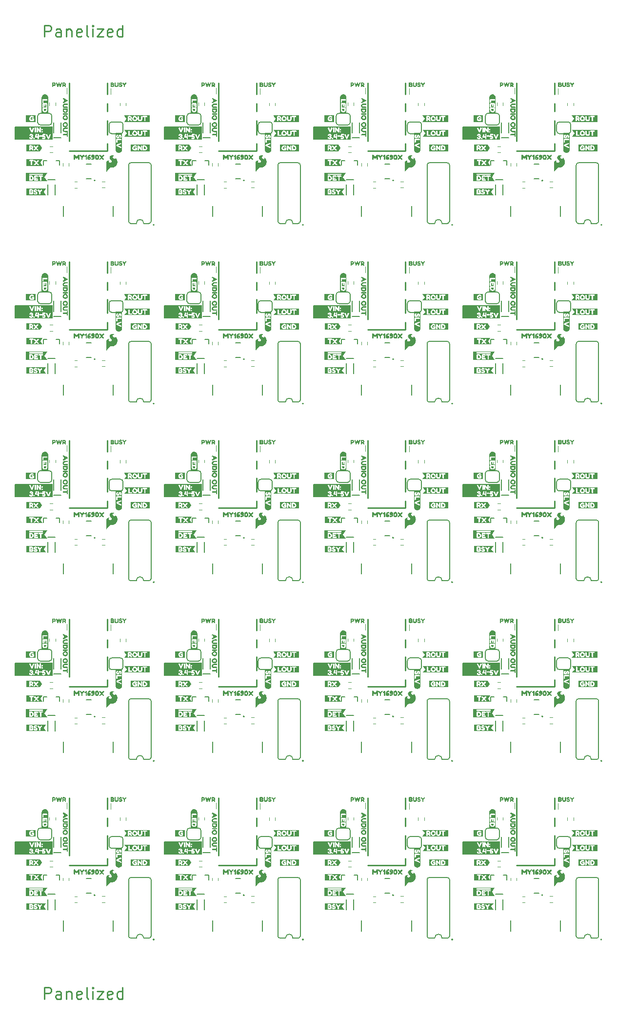
<source format=gto>
%TF.GenerationSoftware,KiCad,Pcbnew,8.0.8*%
%TF.CreationDate,2025-02-19T12:52:30-07:00*%
%TF.ProjectId,SparkFun_Audio_Player_Breakout_MY1690X-16S_panelized,53706172-6b46-4756-9e5f-417564696f5f,v10*%
%TF.SameCoordinates,Original*%
%TF.FileFunction,Legend,Top*%
%TF.FilePolarity,Positive*%
%FSLAX46Y46*%
G04 Gerber Fmt 4.6, Leading zero omitted, Abs format (unit mm)*
G04 Created by KiCad (PCBNEW 8.0.8) date 2025-02-19 12:52:30*
%MOMM*%
%LPD*%
G01*
G04 APERTURE LIST*
%ADD10C,0.250000*%
%ADD11C,0.150000*%
%ADD12C,0.000000*%
%ADD13C,0.152400*%
%ADD14C,0.203200*%
%ADD15C,0.120000*%
%ADD16C,0.254000*%
%ADD17C,0.200000*%
G04 APERTURE END LIST*
D10*
X5140663Y157162761D02*
X5140663Y159162761D01*
X5140663Y159162761D02*
X5902568Y159162761D01*
X5902568Y159162761D02*
X6093044Y159067523D01*
X6093044Y159067523D02*
X6188282Y158972285D01*
X6188282Y158972285D02*
X6283520Y158781809D01*
X6283520Y158781809D02*
X6283520Y158496095D01*
X6283520Y158496095D02*
X6188282Y158305619D01*
X6188282Y158305619D02*
X6093044Y158210380D01*
X6093044Y158210380D02*
X5902568Y158115142D01*
X5902568Y158115142D02*
X5140663Y158115142D01*
X7997806Y157162761D02*
X7997806Y158210380D01*
X7997806Y158210380D02*
X7902568Y158400857D01*
X7902568Y158400857D02*
X7712092Y158496095D01*
X7712092Y158496095D02*
X7331139Y158496095D01*
X7331139Y158496095D02*
X7140663Y158400857D01*
X7997806Y157258000D02*
X7807330Y157162761D01*
X7807330Y157162761D02*
X7331139Y157162761D01*
X7331139Y157162761D02*
X7140663Y157258000D01*
X7140663Y157258000D02*
X7045425Y157448476D01*
X7045425Y157448476D02*
X7045425Y157638952D01*
X7045425Y157638952D02*
X7140663Y157829428D01*
X7140663Y157829428D02*
X7331139Y157924666D01*
X7331139Y157924666D02*
X7807330Y157924666D01*
X7807330Y157924666D02*
X7997806Y158019904D01*
X8950187Y158496095D02*
X8950187Y157162761D01*
X8950187Y158305619D02*
X9045425Y158400857D01*
X9045425Y158400857D02*
X9235901Y158496095D01*
X9235901Y158496095D02*
X9521616Y158496095D01*
X9521616Y158496095D02*
X9712092Y158400857D01*
X9712092Y158400857D02*
X9807330Y158210380D01*
X9807330Y158210380D02*
X9807330Y157162761D01*
X11521616Y157258000D02*
X11331140Y157162761D01*
X11331140Y157162761D02*
X10950187Y157162761D01*
X10950187Y157162761D02*
X10759711Y157258000D01*
X10759711Y157258000D02*
X10664473Y157448476D01*
X10664473Y157448476D02*
X10664473Y158210380D01*
X10664473Y158210380D02*
X10759711Y158400857D01*
X10759711Y158400857D02*
X10950187Y158496095D01*
X10950187Y158496095D02*
X11331140Y158496095D01*
X11331140Y158496095D02*
X11521616Y158400857D01*
X11521616Y158400857D02*
X11616854Y158210380D01*
X11616854Y158210380D02*
X11616854Y158019904D01*
X11616854Y158019904D02*
X10664473Y157829428D01*
X12759711Y157162761D02*
X12569235Y157258000D01*
X12569235Y157258000D02*
X12473997Y157448476D01*
X12473997Y157448476D02*
X12473997Y159162761D01*
X13521616Y157162761D02*
X13521616Y158496095D01*
X13521616Y159162761D02*
X13426378Y159067523D01*
X13426378Y159067523D02*
X13521616Y158972285D01*
X13521616Y158972285D02*
X13616854Y159067523D01*
X13616854Y159067523D02*
X13521616Y159162761D01*
X13521616Y159162761D02*
X13521616Y158972285D01*
X14283521Y158496095D02*
X15331140Y158496095D01*
X15331140Y158496095D02*
X14283521Y157162761D01*
X14283521Y157162761D02*
X15331140Y157162761D01*
X16854950Y157258000D02*
X16664474Y157162761D01*
X16664474Y157162761D02*
X16283521Y157162761D01*
X16283521Y157162761D02*
X16093045Y157258000D01*
X16093045Y157258000D02*
X15997807Y157448476D01*
X15997807Y157448476D02*
X15997807Y158210380D01*
X15997807Y158210380D02*
X16093045Y158400857D01*
X16093045Y158400857D02*
X16283521Y158496095D01*
X16283521Y158496095D02*
X16664474Y158496095D01*
X16664474Y158496095D02*
X16854950Y158400857D01*
X16854950Y158400857D02*
X16950188Y158210380D01*
X16950188Y158210380D02*
X16950188Y158019904D01*
X16950188Y158019904D02*
X15997807Y157829428D01*
X18664474Y157162761D02*
X18664474Y159162761D01*
X18664474Y157258000D02*
X18473998Y157162761D01*
X18473998Y157162761D02*
X18093045Y157162761D01*
X18093045Y157162761D02*
X17902569Y157258000D01*
X17902569Y157258000D02*
X17807331Y157353238D01*
X17807331Y157353238D02*
X17712093Y157543714D01*
X17712093Y157543714D02*
X17712093Y158115142D01*
X17712093Y158115142D02*
X17807331Y158305619D01*
X17807331Y158305619D02*
X17902569Y158400857D01*
X17902569Y158400857D02*
X18093045Y158496095D01*
X18093045Y158496095D02*
X18473998Y158496095D01*
X18473998Y158496095D02*
X18664474Y158400857D01*
X5140663Y-9667238D02*
X5140663Y-7667238D01*
X5140663Y-7667238D02*
X5902568Y-7667238D01*
X5902568Y-7667238D02*
X6093044Y-7762476D01*
X6093044Y-7762476D02*
X6188282Y-7857714D01*
X6188282Y-7857714D02*
X6283520Y-8048190D01*
X6283520Y-8048190D02*
X6283520Y-8333904D01*
X6283520Y-8333904D02*
X6188282Y-8524380D01*
X6188282Y-8524380D02*
X6093044Y-8619619D01*
X6093044Y-8619619D02*
X5902568Y-8714857D01*
X5902568Y-8714857D02*
X5140663Y-8714857D01*
X7997806Y-9667238D02*
X7997806Y-8619619D01*
X7997806Y-8619619D02*
X7902568Y-8429142D01*
X7902568Y-8429142D02*
X7712092Y-8333904D01*
X7712092Y-8333904D02*
X7331139Y-8333904D01*
X7331139Y-8333904D02*
X7140663Y-8429142D01*
X7997806Y-9572000D02*
X7807330Y-9667238D01*
X7807330Y-9667238D02*
X7331139Y-9667238D01*
X7331139Y-9667238D02*
X7140663Y-9572000D01*
X7140663Y-9572000D02*
X7045425Y-9381523D01*
X7045425Y-9381523D02*
X7045425Y-9191047D01*
X7045425Y-9191047D02*
X7140663Y-9000571D01*
X7140663Y-9000571D02*
X7331139Y-8905333D01*
X7331139Y-8905333D02*
X7807330Y-8905333D01*
X7807330Y-8905333D02*
X7997806Y-8810095D01*
X8950187Y-8333904D02*
X8950187Y-9667238D01*
X8950187Y-8524380D02*
X9045425Y-8429142D01*
X9045425Y-8429142D02*
X9235901Y-8333904D01*
X9235901Y-8333904D02*
X9521616Y-8333904D01*
X9521616Y-8333904D02*
X9712092Y-8429142D01*
X9712092Y-8429142D02*
X9807330Y-8619619D01*
X9807330Y-8619619D02*
X9807330Y-9667238D01*
X11521616Y-9572000D02*
X11331140Y-9667238D01*
X11331140Y-9667238D02*
X10950187Y-9667238D01*
X10950187Y-9667238D02*
X10759711Y-9572000D01*
X10759711Y-9572000D02*
X10664473Y-9381523D01*
X10664473Y-9381523D02*
X10664473Y-8619619D01*
X10664473Y-8619619D02*
X10759711Y-8429142D01*
X10759711Y-8429142D02*
X10950187Y-8333904D01*
X10950187Y-8333904D02*
X11331140Y-8333904D01*
X11331140Y-8333904D02*
X11521616Y-8429142D01*
X11521616Y-8429142D02*
X11616854Y-8619619D01*
X11616854Y-8619619D02*
X11616854Y-8810095D01*
X11616854Y-8810095D02*
X10664473Y-9000571D01*
X12759711Y-9667238D02*
X12569235Y-9572000D01*
X12569235Y-9572000D02*
X12473997Y-9381523D01*
X12473997Y-9381523D02*
X12473997Y-7667238D01*
X13521616Y-9667238D02*
X13521616Y-8333904D01*
X13521616Y-7667238D02*
X13426378Y-7762476D01*
X13426378Y-7762476D02*
X13521616Y-7857714D01*
X13521616Y-7857714D02*
X13616854Y-7762476D01*
X13616854Y-7762476D02*
X13521616Y-7667238D01*
X13521616Y-7667238D02*
X13521616Y-7857714D01*
X14283521Y-8333904D02*
X15331140Y-8333904D01*
X15331140Y-8333904D02*
X14283521Y-9667238D01*
X14283521Y-9667238D02*
X15331140Y-9667238D01*
X16854950Y-9572000D02*
X16664474Y-9667238D01*
X16664474Y-9667238D02*
X16283521Y-9667238D01*
X16283521Y-9667238D02*
X16093045Y-9572000D01*
X16093045Y-9572000D02*
X15997807Y-9381523D01*
X15997807Y-9381523D02*
X15997807Y-8619619D01*
X15997807Y-8619619D02*
X16093045Y-8429142D01*
X16093045Y-8429142D02*
X16283521Y-8333904D01*
X16283521Y-8333904D02*
X16664474Y-8333904D01*
X16664474Y-8333904D02*
X16854950Y-8429142D01*
X16854950Y-8429142D02*
X16950188Y-8619619D01*
X16950188Y-8619619D02*
X16950188Y-8810095D01*
X16950188Y-8810095D02*
X15997807Y-9000571D01*
X18664474Y-9667238D02*
X18664474Y-7667238D01*
X18664474Y-9572000D02*
X18473998Y-9667238D01*
X18473998Y-9667238D02*
X18093045Y-9667238D01*
X18093045Y-9667238D02*
X17902569Y-9572000D01*
X17902569Y-9572000D02*
X17807331Y-9476761D01*
X17807331Y-9476761D02*
X17712093Y-9286285D01*
X17712093Y-9286285D02*
X17712093Y-8714857D01*
X17712093Y-8714857D02*
X17807331Y-8524380D01*
X17807331Y-8524380D02*
X17902569Y-8429142D01*
X17902569Y-8429142D02*
X18093045Y-8333904D01*
X18093045Y-8333904D02*
X18473998Y-8333904D01*
X18473998Y-8333904D02*
X18664474Y-8429142D01*
D11*
X79932604Y139373989D02*
X77735021Y139374525D01*
X77726000Y141511597D01*
X79921003Y141511597D01*
X79932604Y139373989D01*
G36*
X79932604Y139373989D02*
G01*
X77735021Y139374525D01*
X77726000Y141511597D01*
X79921003Y141511597D01*
X79932604Y139373989D01*
G37*
X79932604Y108393989D02*
X77735021Y108394525D01*
X77726000Y110531597D01*
X79921003Y110531597D01*
X79932604Y108393989D01*
G36*
X79932604Y108393989D02*
G01*
X77735021Y108394525D01*
X77726000Y110531597D01*
X79921003Y110531597D01*
X79932604Y108393989D01*
G37*
X79932604Y77413989D02*
X77735021Y77414525D01*
X77726000Y79551597D01*
X79921003Y79551597D01*
X79932604Y77413989D01*
G36*
X79932604Y77413989D02*
G01*
X77735021Y77414525D01*
X77726000Y79551597D01*
X79921003Y79551597D01*
X79932604Y77413989D01*
G37*
X79932604Y46433989D02*
X77735021Y46434525D01*
X77726000Y48571597D01*
X79921003Y48571597D01*
X79932604Y46433989D01*
G36*
X79932604Y46433989D02*
G01*
X77735021Y46434525D01*
X77726000Y48571597D01*
X79921003Y48571597D01*
X79932604Y46433989D01*
G37*
X79932604Y15453989D02*
X77735021Y15454525D01*
X77726000Y17591597D01*
X79921003Y17591597D01*
X79932604Y15453989D01*
G36*
X79932604Y15453989D02*
G01*
X77735021Y15454525D01*
X77726000Y17591597D01*
X79921003Y17591597D01*
X79932604Y15453989D01*
G37*
X54032604Y139373989D02*
X51835021Y139374525D01*
X51826000Y141511597D01*
X54021003Y141511597D01*
X54032604Y139373989D01*
G36*
X54032604Y139373989D02*
G01*
X51835021Y139374525D01*
X51826000Y141511597D01*
X54021003Y141511597D01*
X54032604Y139373989D01*
G37*
X54032604Y108393989D02*
X51835021Y108394525D01*
X51826000Y110531597D01*
X54021003Y110531597D01*
X54032604Y108393989D01*
G36*
X54032604Y108393989D02*
G01*
X51835021Y108394525D01*
X51826000Y110531597D01*
X54021003Y110531597D01*
X54032604Y108393989D01*
G37*
X54032604Y77413989D02*
X51835021Y77414525D01*
X51826000Y79551597D01*
X54021003Y79551597D01*
X54032604Y77413989D01*
G36*
X54032604Y77413989D02*
G01*
X51835021Y77414525D01*
X51826000Y79551597D01*
X54021003Y79551597D01*
X54032604Y77413989D01*
G37*
X54032604Y46433989D02*
X51835021Y46434525D01*
X51826000Y48571597D01*
X54021003Y48571597D01*
X54032604Y46433989D01*
G36*
X54032604Y46433989D02*
G01*
X51835021Y46434525D01*
X51826000Y48571597D01*
X54021003Y48571597D01*
X54032604Y46433989D01*
G37*
X54032604Y15453989D02*
X51835021Y15454525D01*
X51826000Y17591597D01*
X54021003Y17591597D01*
X54032604Y15453989D01*
G36*
X54032604Y15453989D02*
G01*
X51835021Y15454525D01*
X51826000Y17591597D01*
X54021003Y17591597D01*
X54032604Y15453989D01*
G37*
X28132604Y139373989D02*
X25935021Y139374525D01*
X25926000Y141511597D01*
X28121003Y141511597D01*
X28132604Y139373989D01*
G36*
X28132604Y139373989D02*
G01*
X25935021Y139374525D01*
X25926000Y141511597D01*
X28121003Y141511597D01*
X28132604Y139373989D01*
G37*
X28132604Y108393989D02*
X25935021Y108394525D01*
X25926000Y110531597D01*
X28121003Y110531597D01*
X28132604Y108393989D01*
G36*
X28132604Y108393989D02*
G01*
X25935021Y108394525D01*
X25926000Y110531597D01*
X28121003Y110531597D01*
X28132604Y108393989D01*
G37*
X28132604Y77413989D02*
X25935021Y77414525D01*
X25926000Y79551597D01*
X28121003Y79551597D01*
X28132604Y77413989D01*
G36*
X28132604Y77413989D02*
G01*
X25935021Y77414525D01*
X25926000Y79551597D01*
X28121003Y79551597D01*
X28132604Y77413989D01*
G37*
X28132604Y46433989D02*
X25935021Y46434525D01*
X25926000Y48571597D01*
X28121003Y48571597D01*
X28132604Y46433989D01*
G36*
X28132604Y46433989D02*
G01*
X25935021Y46434525D01*
X25926000Y48571597D01*
X28121003Y48571597D01*
X28132604Y46433989D01*
G37*
X28132604Y15453989D02*
X25935021Y15454525D01*
X25926000Y17591597D01*
X28121003Y17591597D01*
X28132604Y15453989D01*
G36*
X28132604Y15453989D02*
G01*
X25935021Y15454525D01*
X25926000Y17591597D01*
X28121003Y17591597D01*
X28132604Y15453989D01*
G37*
X2232604Y139373989D02*
X35021Y139374525D01*
X26000Y141511597D01*
X2221003Y141511597D01*
X2232604Y139373989D01*
G36*
X2232604Y139373989D02*
G01*
X35021Y139374525D01*
X26000Y141511597D01*
X2221003Y141511597D01*
X2232604Y139373989D01*
G37*
X2232604Y108393989D02*
X35021Y108394525D01*
X26000Y110531597D01*
X2221003Y110531597D01*
X2232604Y108393989D01*
G36*
X2232604Y108393989D02*
G01*
X35021Y108394525D01*
X26000Y110531597D01*
X2221003Y110531597D01*
X2232604Y108393989D01*
G37*
X2232604Y77413989D02*
X35021Y77414525D01*
X26000Y79551597D01*
X2221003Y79551597D01*
X2232604Y77413989D01*
G36*
X2232604Y77413989D02*
G01*
X35021Y77414525D01*
X26000Y79551597D01*
X2221003Y79551597D01*
X2232604Y77413989D01*
G37*
X2232604Y46433989D02*
X35021Y46434525D01*
X26000Y48571597D01*
X2221003Y48571597D01*
X2232604Y46433989D01*
G36*
X2232604Y46433989D02*
G01*
X35021Y46434525D01*
X26000Y48571597D01*
X2221003Y48571597D01*
X2232604Y46433989D01*
G37*
D12*
G36*
X84215427Y140451403D02*
G01*
X82662133Y140451403D01*
X82662133Y141586597D01*
X84210908Y141586597D01*
X84215427Y140451403D01*
G37*
G36*
X84215427Y109471403D02*
G01*
X82662133Y109471403D01*
X82662133Y110606597D01*
X84210908Y110606597D01*
X84215427Y109471403D01*
G37*
G36*
X84215427Y78491403D02*
G01*
X82662133Y78491403D01*
X82662133Y79626597D01*
X84210908Y79626597D01*
X84215427Y78491403D01*
G37*
G36*
X84215427Y47511403D02*
G01*
X82662133Y47511403D01*
X82662133Y48646597D01*
X84210908Y48646597D01*
X84215427Y47511403D01*
G37*
G36*
X84215427Y16531403D02*
G01*
X82662133Y16531403D01*
X82662133Y17666597D01*
X84210908Y17666597D01*
X84215427Y16531403D01*
G37*
G36*
X58315427Y140451403D02*
G01*
X56762133Y140451403D01*
X56762133Y141586597D01*
X58310908Y141586597D01*
X58315427Y140451403D01*
G37*
G36*
X58315427Y109471403D02*
G01*
X56762133Y109471403D01*
X56762133Y110606597D01*
X58310908Y110606597D01*
X58315427Y109471403D01*
G37*
G36*
X58315427Y78491403D02*
G01*
X56762133Y78491403D01*
X56762133Y79626597D01*
X58310908Y79626597D01*
X58315427Y78491403D01*
G37*
G36*
X58315427Y47511403D02*
G01*
X56762133Y47511403D01*
X56762133Y48646597D01*
X58310908Y48646597D01*
X58315427Y47511403D01*
G37*
G36*
X58315427Y16531403D02*
G01*
X56762133Y16531403D01*
X56762133Y17666597D01*
X58310908Y17666597D01*
X58315427Y16531403D01*
G37*
G36*
X32415427Y140451403D02*
G01*
X30862133Y140451403D01*
X30862133Y141586597D01*
X32410908Y141586597D01*
X32415427Y140451403D01*
G37*
G36*
X32415427Y109471403D02*
G01*
X30862133Y109471403D01*
X30862133Y110606597D01*
X32410908Y110606597D01*
X32415427Y109471403D01*
G37*
G36*
X32415427Y78491403D02*
G01*
X30862133Y78491403D01*
X30862133Y79626597D01*
X32410908Y79626597D01*
X32415427Y78491403D01*
G37*
G36*
X32415427Y47511403D02*
G01*
X30862133Y47511403D01*
X30862133Y48646597D01*
X32410908Y48646597D01*
X32415427Y47511403D01*
G37*
G36*
X32415427Y16531403D02*
G01*
X30862133Y16531403D01*
X30862133Y17666597D01*
X32410908Y17666597D01*
X32415427Y16531403D01*
G37*
G36*
X6515427Y140451403D02*
G01*
X4962133Y140451403D01*
X4962133Y141586597D01*
X6510908Y141586597D01*
X6515427Y140451403D01*
G37*
G36*
X6515427Y109471403D02*
G01*
X4962133Y109471403D01*
X4962133Y110606597D01*
X6510908Y110606597D01*
X6515427Y109471403D01*
G37*
G36*
X6515427Y78491403D02*
G01*
X4962133Y78491403D01*
X4962133Y79626597D01*
X6510908Y79626597D01*
X6515427Y78491403D01*
G37*
G36*
X6515427Y47511403D02*
G01*
X4962133Y47511403D01*
X4962133Y48646597D01*
X6510908Y48646597D01*
X6515427Y47511403D01*
G37*
G36*
X6515427Y16531403D02*
G01*
X4962133Y16531403D01*
X4962133Y17666597D01*
X6510908Y17666597D01*
X6515427Y16531403D01*
G37*
D11*
X2232604Y15453989D02*
X35021Y15454525D01*
X26000Y17591597D01*
X2221003Y17591597D01*
X2232604Y15453989D01*
G36*
X2232604Y15453989D02*
G01*
X35021Y15454525D01*
X26000Y17591597D01*
X2221003Y17591597D01*
X2232604Y15453989D01*
G37*
D13*
%TO.C,JP2*%
X81655800Y143422800D02*
X81655800Y142305200D01*
X82113000Y143880000D02*
X83637000Y143880000D01*
X83637000Y141848000D02*
X82113000Y141848000D01*
X84094200Y143422800D02*
X84094200Y142305200D01*
X81655800Y143422800D02*
G75*
G02*
X82113000Y143880000I457200J0D01*
G01*
X82113000Y141848000D02*
G75*
G02*
X81655800Y142305200I0J457200D01*
G01*
X83637000Y143880000D02*
G75*
G02*
X84094200Y143422800I-1J-457201D01*
G01*
X84094200Y142305200D02*
G75*
G02*
X83637000Y141848000I-457201J1D01*
G01*
X81655800Y112442800D02*
X81655800Y111325200D01*
X82113000Y112900000D02*
X83637000Y112900000D01*
X83637000Y110868000D02*
X82113000Y110868000D01*
X84094200Y112442800D02*
X84094200Y111325200D01*
X81655800Y112442800D02*
G75*
G02*
X82113000Y112900000I457200J0D01*
G01*
X82113000Y110868000D02*
G75*
G02*
X81655800Y111325200I0J457200D01*
G01*
X83637000Y112900000D02*
G75*
G02*
X84094200Y112442800I-1J-457201D01*
G01*
X84094200Y111325200D02*
G75*
G02*
X83637000Y110868000I-457201J1D01*
G01*
X81655800Y81462800D02*
X81655800Y80345200D01*
X82113000Y81920000D02*
X83637000Y81920000D01*
X83637000Y79888000D02*
X82113000Y79888000D01*
X84094200Y81462800D02*
X84094200Y80345200D01*
X81655800Y81462800D02*
G75*
G02*
X82113000Y81920000I457200J0D01*
G01*
X82113000Y79888000D02*
G75*
G02*
X81655800Y80345200I0J457200D01*
G01*
X83637000Y81920000D02*
G75*
G02*
X84094200Y81462800I-1J-457201D01*
G01*
X84094200Y80345200D02*
G75*
G02*
X83637000Y79888000I-457201J1D01*
G01*
X81655800Y50482800D02*
X81655800Y49365200D01*
X82113000Y50940000D02*
X83637000Y50940000D01*
X83637000Y48908000D02*
X82113000Y48908000D01*
X84094200Y50482800D02*
X84094200Y49365200D01*
X81655800Y50482800D02*
G75*
G02*
X82113000Y50940000I457200J0D01*
G01*
X82113000Y48908000D02*
G75*
G02*
X81655800Y49365200I0J457200D01*
G01*
X83637000Y50940000D02*
G75*
G02*
X84094200Y50482800I-1J-457201D01*
G01*
X84094200Y49365200D02*
G75*
G02*
X83637000Y48908000I-457201J1D01*
G01*
X81655800Y19502800D02*
X81655800Y18385200D01*
X82113000Y19960000D02*
X83637000Y19960000D01*
X83637000Y17928000D02*
X82113000Y17928000D01*
X84094200Y19502800D02*
X84094200Y18385200D01*
X81655800Y19502800D02*
G75*
G02*
X82113000Y19960000I457200J0D01*
G01*
X82113000Y17928000D02*
G75*
G02*
X81655800Y18385200I0J457200D01*
G01*
X83637000Y19960000D02*
G75*
G02*
X84094200Y19502800I-1J-457201D01*
G01*
X84094200Y18385200D02*
G75*
G02*
X83637000Y17928000I-457201J1D01*
G01*
X55755800Y143422800D02*
X55755800Y142305200D01*
X56213000Y143880000D02*
X57737000Y143880000D01*
X57737000Y141848000D02*
X56213000Y141848000D01*
X58194200Y143422800D02*
X58194200Y142305200D01*
X55755800Y143422800D02*
G75*
G02*
X56213000Y143880000I457200J0D01*
G01*
X56213000Y141848000D02*
G75*
G02*
X55755800Y142305200I0J457200D01*
G01*
X57737000Y143880000D02*
G75*
G02*
X58194200Y143422800I-1J-457201D01*
G01*
X58194200Y142305200D02*
G75*
G02*
X57737000Y141848000I-457201J1D01*
G01*
X55755800Y112442800D02*
X55755800Y111325200D01*
X56213000Y112900000D02*
X57737000Y112900000D01*
X57737000Y110868000D02*
X56213000Y110868000D01*
X58194200Y112442800D02*
X58194200Y111325200D01*
X55755800Y112442800D02*
G75*
G02*
X56213000Y112900000I457200J0D01*
G01*
X56213000Y110868000D02*
G75*
G02*
X55755800Y111325200I0J457200D01*
G01*
X57737000Y112900000D02*
G75*
G02*
X58194200Y112442800I-1J-457201D01*
G01*
X58194200Y111325200D02*
G75*
G02*
X57737000Y110868000I-457201J1D01*
G01*
X55755800Y81462800D02*
X55755800Y80345200D01*
X56213000Y81920000D02*
X57737000Y81920000D01*
X57737000Y79888000D02*
X56213000Y79888000D01*
X58194200Y81462800D02*
X58194200Y80345200D01*
X55755800Y81462800D02*
G75*
G02*
X56213000Y81920000I457200J0D01*
G01*
X56213000Y79888000D02*
G75*
G02*
X55755800Y80345200I0J457200D01*
G01*
X57737000Y81920000D02*
G75*
G02*
X58194200Y81462800I-1J-457201D01*
G01*
X58194200Y80345200D02*
G75*
G02*
X57737000Y79888000I-457201J1D01*
G01*
X55755800Y50482800D02*
X55755800Y49365200D01*
X56213000Y50940000D02*
X57737000Y50940000D01*
X57737000Y48908000D02*
X56213000Y48908000D01*
X58194200Y50482800D02*
X58194200Y49365200D01*
X55755800Y50482800D02*
G75*
G02*
X56213000Y50940000I457200J0D01*
G01*
X56213000Y48908000D02*
G75*
G02*
X55755800Y49365200I0J457200D01*
G01*
X57737000Y50940000D02*
G75*
G02*
X58194200Y50482800I-1J-457201D01*
G01*
X58194200Y49365200D02*
G75*
G02*
X57737000Y48908000I-457201J1D01*
G01*
X55755800Y19502800D02*
X55755800Y18385200D01*
X56213000Y19960000D02*
X57737000Y19960000D01*
X57737000Y17928000D02*
X56213000Y17928000D01*
X58194200Y19502800D02*
X58194200Y18385200D01*
X55755800Y19502800D02*
G75*
G02*
X56213000Y19960000I457200J0D01*
G01*
X56213000Y17928000D02*
G75*
G02*
X55755800Y18385200I0J457200D01*
G01*
X57737000Y19960000D02*
G75*
G02*
X58194200Y19502800I-1J-457201D01*
G01*
X58194200Y18385200D02*
G75*
G02*
X57737000Y17928000I-457201J1D01*
G01*
X29855800Y143422800D02*
X29855800Y142305200D01*
X30313000Y143880000D02*
X31837000Y143880000D01*
X31837000Y141848000D02*
X30313000Y141848000D01*
X32294200Y143422800D02*
X32294200Y142305200D01*
X29855800Y143422800D02*
G75*
G02*
X30313000Y143880000I457200J0D01*
G01*
X30313000Y141848000D02*
G75*
G02*
X29855800Y142305200I0J457200D01*
G01*
X31837000Y143880000D02*
G75*
G02*
X32294200Y143422800I-1J-457201D01*
G01*
X32294200Y142305200D02*
G75*
G02*
X31837000Y141848000I-457201J1D01*
G01*
X29855800Y112442800D02*
X29855800Y111325200D01*
X30313000Y112900000D02*
X31837000Y112900000D01*
X31837000Y110868000D02*
X30313000Y110868000D01*
X32294200Y112442800D02*
X32294200Y111325200D01*
X29855800Y112442800D02*
G75*
G02*
X30313000Y112900000I457200J0D01*
G01*
X30313000Y110868000D02*
G75*
G02*
X29855800Y111325200I0J457200D01*
G01*
X31837000Y112900000D02*
G75*
G02*
X32294200Y112442800I-1J-457201D01*
G01*
X32294200Y111325200D02*
G75*
G02*
X31837000Y110868000I-457201J1D01*
G01*
X29855800Y81462800D02*
X29855800Y80345200D01*
X30313000Y81920000D02*
X31837000Y81920000D01*
X31837000Y79888000D02*
X30313000Y79888000D01*
X32294200Y81462800D02*
X32294200Y80345200D01*
X29855800Y81462800D02*
G75*
G02*
X30313000Y81920000I457200J0D01*
G01*
X30313000Y79888000D02*
G75*
G02*
X29855800Y80345200I0J457200D01*
G01*
X31837000Y81920000D02*
G75*
G02*
X32294200Y81462800I-1J-457201D01*
G01*
X32294200Y80345200D02*
G75*
G02*
X31837000Y79888000I-457201J1D01*
G01*
X29855800Y50482800D02*
X29855800Y49365200D01*
X30313000Y50940000D02*
X31837000Y50940000D01*
X31837000Y48908000D02*
X30313000Y48908000D01*
X32294200Y50482800D02*
X32294200Y49365200D01*
X29855800Y50482800D02*
G75*
G02*
X30313000Y50940000I457200J0D01*
G01*
X30313000Y48908000D02*
G75*
G02*
X29855800Y49365200I0J457200D01*
G01*
X31837000Y50940000D02*
G75*
G02*
X32294200Y50482800I-1J-457201D01*
G01*
X32294200Y49365200D02*
G75*
G02*
X31837000Y48908000I-457201J1D01*
G01*
X29855800Y19502800D02*
X29855800Y18385200D01*
X30313000Y19960000D02*
X31837000Y19960000D01*
X31837000Y17928000D02*
X30313000Y17928000D01*
X32294200Y19502800D02*
X32294200Y18385200D01*
X29855800Y19502800D02*
G75*
G02*
X30313000Y19960000I457200J0D01*
G01*
X30313000Y17928000D02*
G75*
G02*
X29855800Y18385200I0J457200D01*
G01*
X31837000Y19960000D02*
G75*
G02*
X32294200Y19502800I-1J-457201D01*
G01*
X32294200Y18385200D02*
G75*
G02*
X31837000Y17928000I-457201J1D01*
G01*
X3955800Y143422800D02*
X3955800Y142305200D01*
X4413000Y143880000D02*
X5937000Y143880000D01*
X5937000Y141848000D02*
X4413000Y141848000D01*
X6394200Y143422800D02*
X6394200Y142305200D01*
X3955800Y143422800D02*
G75*
G02*
X4413000Y143880000I457200J0D01*
G01*
X4413000Y141848000D02*
G75*
G02*
X3955800Y142305200I0J457200D01*
G01*
X5937000Y143880000D02*
G75*
G02*
X6394200Y143422800I-1J-457201D01*
G01*
X6394200Y142305200D02*
G75*
G02*
X5937000Y141848000I-457201J1D01*
G01*
X3955800Y112442800D02*
X3955800Y111325200D01*
X4413000Y112900000D02*
X5937000Y112900000D01*
X5937000Y110868000D02*
X4413000Y110868000D01*
X6394200Y112442800D02*
X6394200Y111325200D01*
X3955800Y112442800D02*
G75*
G02*
X4413000Y112900000I457200J0D01*
G01*
X4413000Y110868000D02*
G75*
G02*
X3955800Y111325200I0J457200D01*
G01*
X5937000Y112900000D02*
G75*
G02*
X6394200Y112442800I-1J-457201D01*
G01*
X6394200Y111325200D02*
G75*
G02*
X5937000Y110868000I-457201J1D01*
G01*
X3955800Y81462800D02*
X3955800Y80345200D01*
X4413000Y81920000D02*
X5937000Y81920000D01*
X5937000Y79888000D02*
X4413000Y79888000D01*
X6394200Y81462800D02*
X6394200Y80345200D01*
X3955800Y81462800D02*
G75*
G02*
X4413000Y81920000I457200J0D01*
G01*
X4413000Y79888000D02*
G75*
G02*
X3955800Y80345200I0J457200D01*
G01*
X5937000Y81920000D02*
G75*
G02*
X6394200Y81462800I-1J-457201D01*
G01*
X6394200Y80345200D02*
G75*
G02*
X5937000Y79888000I-457201J1D01*
G01*
X3955800Y50482800D02*
X3955800Y49365200D01*
X4413000Y50940000D02*
X5937000Y50940000D01*
X5937000Y48908000D02*
X4413000Y48908000D01*
X6394200Y50482800D02*
X6394200Y49365200D01*
X3955800Y50482800D02*
G75*
G02*
X4413000Y50940000I457200J0D01*
G01*
X4413000Y48908000D02*
G75*
G02*
X3955800Y49365200I0J457200D01*
G01*
X5937000Y50940000D02*
G75*
G02*
X6394200Y50482800I-1J-457201D01*
G01*
X6394200Y49365200D02*
G75*
G02*
X5937000Y48908000I-457201J1D01*
G01*
D14*
%TO.C,J4*%
X86080000Y127816000D02*
X86080000Y126016000D01*
X94720000Y127816000D02*
X94720000Y126016000D01*
X86080000Y96836000D02*
X86080000Y95036000D01*
X94720000Y96836000D02*
X94720000Y95036000D01*
X86080000Y65856000D02*
X86080000Y64056000D01*
X94720000Y65856000D02*
X94720000Y64056000D01*
X86080000Y34876000D02*
X86080000Y33076000D01*
X94720000Y34876000D02*
X94720000Y33076000D01*
X86080000Y3896000D02*
X86080000Y2096000D01*
X94720000Y3896000D02*
X94720000Y2096000D01*
X60180000Y127816000D02*
X60180000Y126016000D01*
X68820000Y127816000D02*
X68820000Y126016000D01*
X60180000Y96836000D02*
X60180000Y95036000D01*
X68820000Y96836000D02*
X68820000Y95036000D01*
X60180000Y65856000D02*
X60180000Y64056000D01*
X68820000Y65856000D02*
X68820000Y64056000D01*
X60180000Y34876000D02*
X60180000Y33076000D01*
X68820000Y34876000D02*
X68820000Y33076000D01*
X60180000Y3896000D02*
X60180000Y2096000D01*
X68820000Y3896000D02*
X68820000Y2096000D01*
X34280000Y127816000D02*
X34280000Y126016000D01*
X42920000Y127816000D02*
X42920000Y126016000D01*
X34280000Y96836000D02*
X34280000Y95036000D01*
X42920000Y96836000D02*
X42920000Y95036000D01*
X34280000Y65856000D02*
X34280000Y64056000D01*
X42920000Y65856000D02*
X42920000Y64056000D01*
X34280000Y34876000D02*
X34280000Y33076000D01*
X42920000Y34876000D02*
X42920000Y33076000D01*
X34280000Y3896000D02*
X34280000Y2096000D01*
X42920000Y3896000D02*
X42920000Y2096000D01*
X8380000Y127816000D02*
X8380000Y126016000D01*
X17020000Y127816000D02*
X17020000Y126016000D01*
X8380000Y96836000D02*
X8380000Y95036000D01*
X17020000Y96836000D02*
X17020000Y95036000D01*
X8380000Y65856000D02*
X8380000Y64056000D01*
X17020000Y65856000D02*
X17020000Y64056000D01*
X8380000Y34876000D02*
X8380000Y33076000D01*
X17020000Y34876000D02*
X17020000Y33076000D01*
D15*
%TO.C,R3*%
X88036742Y132002500D02*
X88511258Y132002500D01*
X88036742Y130957500D02*
X88511258Y130957500D01*
X88036742Y101022500D02*
X88511258Y101022500D01*
X88036742Y99977500D02*
X88511258Y99977500D01*
X88036742Y70042500D02*
X88511258Y70042500D01*
X88036742Y68997500D02*
X88511258Y68997500D01*
X88036742Y39062500D02*
X88511258Y39062500D01*
X88036742Y38017500D02*
X88511258Y38017500D01*
X88036742Y8082500D02*
X88511258Y8082500D01*
X88036742Y7037500D02*
X88511258Y7037500D01*
X62136742Y132002500D02*
X62611258Y132002500D01*
X62136742Y130957500D02*
X62611258Y130957500D01*
X62136742Y101022500D02*
X62611258Y101022500D01*
X62136742Y99977500D02*
X62611258Y99977500D01*
X62136742Y70042500D02*
X62611258Y70042500D01*
X62136742Y68997500D02*
X62611258Y68997500D01*
X62136742Y39062500D02*
X62611258Y39062500D01*
X62136742Y38017500D02*
X62611258Y38017500D01*
X62136742Y8082500D02*
X62611258Y8082500D01*
X62136742Y7037500D02*
X62611258Y7037500D01*
X36236742Y132002500D02*
X36711258Y132002500D01*
X36236742Y130957500D02*
X36711258Y130957500D01*
X36236742Y101022500D02*
X36711258Y101022500D01*
X36236742Y99977500D02*
X36711258Y99977500D01*
X36236742Y70042500D02*
X36711258Y70042500D01*
X36236742Y68997500D02*
X36711258Y68997500D01*
X36236742Y39062500D02*
X36711258Y39062500D01*
X36236742Y38017500D02*
X36711258Y38017500D01*
X36236742Y8082500D02*
X36711258Y8082500D01*
X36236742Y7037500D02*
X36711258Y7037500D01*
X10336742Y132002500D02*
X10811258Y132002500D01*
X10336742Y130957500D02*
X10811258Y130957500D01*
X10336742Y101022500D02*
X10811258Y101022500D01*
X10336742Y99977500D02*
X10811258Y99977500D01*
X10336742Y70042500D02*
X10811258Y70042500D01*
X10336742Y68997500D02*
X10811258Y68997500D01*
X10336742Y39062500D02*
X10811258Y39062500D01*
X10336742Y38017500D02*
X10811258Y38017500D01*
%TO.C,D4*%
X86715000Y147262000D02*
X86715000Y148262000D01*
X86715000Y116282000D02*
X86715000Y117282000D01*
X86715000Y85302000D02*
X86715000Y86302000D01*
X86715000Y54322000D02*
X86715000Y55322000D01*
X86715000Y23342000D02*
X86715000Y24342000D01*
X60815000Y147262000D02*
X60815000Y148262000D01*
X60815000Y116282000D02*
X60815000Y117282000D01*
X60815000Y85302000D02*
X60815000Y86302000D01*
X60815000Y54322000D02*
X60815000Y55322000D01*
X60815000Y23342000D02*
X60815000Y24342000D01*
X34915000Y147262000D02*
X34915000Y148262000D01*
X34915000Y116282000D02*
X34915000Y117282000D01*
X34915000Y85302000D02*
X34915000Y86302000D01*
X34915000Y54322000D02*
X34915000Y55322000D01*
X34915000Y23342000D02*
X34915000Y24342000D01*
X9015000Y147262000D02*
X9015000Y148262000D01*
X9015000Y116282000D02*
X9015000Y117282000D01*
X9015000Y85302000D02*
X9015000Y86302000D01*
X9015000Y54322000D02*
X9015000Y55322000D01*
D12*
%TO.C,G\u002A\u002A\u002A*%
G36*
X94630305Y136624645D02*
G01*
X94659003Y136622683D01*
X94686970Y136619251D01*
X94714147Y136614503D01*
X94740475Y136608590D01*
X94765895Y136601665D01*
X94790348Y136593880D01*
X94813776Y136585388D01*
X94836119Y136576339D01*
X94857319Y136566888D01*
X94877317Y136557185D01*
X94913469Y136537636D01*
X94944105Y136518910D01*
X94968753Y136502225D01*
X94986943Y136488799D01*
X95002060Y136476596D01*
X94993975Y136478336D01*
X94971747Y136481910D01*
X94956279Y136483617D01*
X94938414Y136484858D01*
X94918534Y136485327D01*
X94897018Y136484715D01*
X94874246Y136482715D01*
X94850597Y136479019D01*
X94826452Y136473319D01*
X94814312Y136469621D01*
X94802191Y136465306D01*
X94790135Y136460336D01*
X94778193Y136454673D01*
X94766412Y136448278D01*
X94754839Y136441113D01*
X94743522Y136433138D01*
X94732508Y136424317D01*
X94721845Y136414609D01*
X94711581Y136403977D01*
X94698919Y136389236D01*
X94687722Y136374242D01*
X94678053Y136358973D01*
X94669975Y136343409D01*
X94666553Y136335510D01*
X94663552Y136327529D01*
X94660982Y136319465D01*
X94658849Y136311314D01*
X94657162Y136303075D01*
X94655929Y136294743D01*
X94655157Y136286318D01*
X94654855Y136277796D01*
X94655031Y136269175D01*
X94655692Y136260452D01*
X94656847Y136251625D01*
X94658504Y136242691D01*
X94660670Y136233647D01*
X94663353Y136224492D01*
X94666562Y136215223D01*
X94670305Y136205836D01*
X94674589Y136196330D01*
X94679422Y136186702D01*
X94684812Y136176949D01*
X94690768Y136167069D01*
X94697298Y136157059D01*
X94704408Y136146918D01*
X94720405Y136126227D01*
X94735176Y136109270D01*
X94751480Y136092464D01*
X94769125Y136075966D01*
X94787923Y136059934D01*
X94807683Y136044524D01*
X94828215Y136029895D01*
X94849329Y136016204D01*
X94870835Y136003609D01*
X94892542Y135992266D01*
X94914261Y135982333D01*
X94935801Y135973968D01*
X94956973Y135967328D01*
X94977587Y135962571D01*
X94987625Y135960947D01*
X94997452Y135959853D01*
X95007044Y135959309D01*
X95016378Y135959333D01*
X95025429Y135959947D01*
X95034175Y135961168D01*
X95046004Y135963863D01*
X95056860Y135967378D01*
X95066784Y135971655D01*
X95075814Y135976633D01*
X95083989Y135982253D01*
X95091348Y135988455D01*
X95097932Y135995182D01*
X95103777Y136002372D01*
X95108925Y136009967D01*
X95113413Y136017906D01*
X95117282Y136026132D01*
X95120569Y136034584D01*
X95123315Y136043202D01*
X95125558Y136051928D01*
X95127338Y136060703D01*
X95128693Y136069465D01*
X95130287Y136086719D01*
X95130653Y136103215D01*
X95130104Y136118477D01*
X95128953Y136132029D01*
X95127513Y136143398D01*
X95126097Y136152106D01*
X95124589Y136159644D01*
X95148682Y136150349D01*
X95172892Y136138027D01*
X95197085Y136122786D01*
X95221131Y136104738D01*
X95268250Y136060656D01*
X95313191Y136006660D01*
X95354898Y135943631D01*
X95392313Y135872447D01*
X95424379Y135793988D01*
X95450040Y135709133D01*
X95468239Y135618762D01*
X95474210Y135571782D01*
X95477918Y135523754D01*
X95479233Y135474786D01*
X95478021Y135424988D01*
X95474151Y135374471D01*
X95467490Y135323344D01*
X95457907Y135271718D01*
X95445269Y135219702D01*
X95429444Y135167406D01*
X95410300Y135114940D01*
X95387705Y135062414D01*
X95361527Y135009938D01*
X95331633Y134957622D01*
X95297892Y134905576D01*
X95259606Y134852970D01*
X95219102Y134803039D01*
X95176355Y134755922D01*
X95131338Y134711761D01*
X95084023Y134670698D01*
X95034385Y134632873D01*
X94982396Y134598428D01*
X94928030Y134567503D01*
X94871260Y134540239D01*
X94812060Y134516779D01*
X94750402Y134497263D01*
X94686261Y134481832D01*
X94619608Y134470627D01*
X94550419Y134463789D01*
X94478665Y134461460D01*
X94404321Y134463781D01*
X94384670Y134464958D01*
X94365670Y134465163D01*
X94347279Y134464414D01*
X94329454Y134462729D01*
X94312153Y134460127D01*
X94295334Y134456623D01*
X94278954Y134452238D01*
X94262971Y134446987D01*
X94247342Y134440889D01*
X94232025Y134433961D01*
X94216979Y134426222D01*
X94202159Y134417689D01*
X94173034Y134398312D01*
X94144310Y134375972D01*
X94115649Y134350811D01*
X94086711Y134322971D01*
X94057159Y134292594D01*
X94026653Y134259822D01*
X93888314Y134107625D01*
X93820413Y134033937D01*
X93756604Y133962792D01*
X93698417Y133896434D01*
X93647381Y133837108D01*
X93605024Y133787059D01*
X93572875Y133748530D01*
X93545322Y133715014D01*
X93545322Y135180143D01*
X93544768Y135209197D01*
X93544992Y135237163D01*
X93545973Y135264063D01*
X93547692Y135289919D01*
X93550127Y135314752D01*
X93553260Y135338586D01*
X93557071Y135361442D01*
X93561538Y135383342D01*
X93566642Y135404309D01*
X93572363Y135424363D01*
X93578681Y135443529D01*
X93585576Y135461827D01*
X93593027Y135479280D01*
X93601015Y135495909D01*
X93609520Y135511738D01*
X93618521Y135526787D01*
X93627998Y135541080D01*
X93637932Y135554637D01*
X93648302Y135567482D01*
X93659087Y135579636D01*
X93670269Y135591122D01*
X93681827Y135601961D01*
X93693741Y135612176D01*
X93705991Y135621789D01*
X93718556Y135630821D01*
X93731418Y135639295D01*
X93744554Y135647234D01*
X93757946Y135654658D01*
X93785417Y135668053D01*
X93813669Y135679658D01*
X93829526Y135685311D01*
X93845210Y135690279D01*
X93860702Y135694593D01*
X93875978Y135698287D01*
X93891017Y135701395D01*
X93905797Y135703949D01*
X93920297Y135705983D01*
X93934495Y135707530D01*
X93948368Y135708623D01*
X93961896Y135709296D01*
X93975056Y135709582D01*
X93987828Y135709514D01*
X94000188Y135709125D01*
X94012115Y135708448D01*
X94034584Y135706366D01*
X94055062Y135703532D01*
X94073374Y135700214D01*
X94089345Y135696676D01*
X94102803Y135693186D01*
X94113573Y135690008D01*
X94121482Y135687409D01*
X94128017Y135685010D01*
X94107828Y135676783D01*
X94086365Y135666793D01*
X94073892Y135660415D01*
X94060678Y135653149D01*
X94047036Y135645017D01*
X94033282Y135636046D01*
X94019729Y135626259D01*
X94006692Y135615682D01*
X93994486Y135604338D01*
X93988793Y135598386D01*
X93983426Y135592252D01*
X93978423Y135585939D01*
X93973825Y135579449D01*
X93969670Y135572787D01*
X93965998Y135565954D01*
X93962410Y135557705D01*
X93959484Y135549169D01*
X93957218Y135540380D01*
X93955610Y135531369D01*
X93954660Y135522167D01*
X93954363Y135512806D01*
X93954720Y135503317D01*
X93955729Y135493732D01*
X93957386Y135484083D01*
X93959692Y135474401D01*
X93962643Y135464718D01*
X93966239Y135455065D01*
X93970477Y135445473D01*
X93975355Y135435976D01*
X93980873Y135426603D01*
X93987027Y135417387D01*
X93993817Y135408359D01*
X94001241Y135399551D01*
X94009296Y135390994D01*
X94017981Y135382720D01*
X94027294Y135374761D01*
X94037234Y135367148D01*
X94047798Y135359912D01*
X94058985Y135353085D01*
X94070793Y135346699D01*
X94083221Y135340786D01*
X94096266Y135335376D01*
X94109927Y135330502D01*
X94124202Y135326195D01*
X94139089Y135322487D01*
X94154587Y135319409D01*
X94170693Y135316992D01*
X94194489Y135314728D01*
X94217899Y135314083D01*
X94240849Y135314999D01*
X94263267Y135317422D01*
X94285077Y135321294D01*
X94306207Y135326559D01*
X94326582Y135333160D01*
X94346128Y135341042D01*
X94364773Y135350148D01*
X94382442Y135360422D01*
X94399061Y135371807D01*
X94414557Y135384246D01*
X94428855Y135397684D01*
X94441883Y135412065D01*
X94453566Y135427331D01*
X94463830Y135443426D01*
X94472603Y135460295D01*
X94479809Y135477880D01*
X94485375Y135496125D01*
X94489228Y135514975D01*
X94491294Y135534372D01*
X94491498Y135554260D01*
X94489768Y135574583D01*
X94486029Y135595284D01*
X94480208Y135616308D01*
X94472230Y135637597D01*
X94462023Y135659096D01*
X94449512Y135680747D01*
X94434623Y135702496D01*
X94417283Y135724284D01*
X94397418Y135746057D01*
X94374954Y135767757D01*
X94324548Y135816011D01*
X94278938Y135864968D01*
X94258028Y135889658D01*
X94238432Y135914460D01*
X94220189Y135939355D01*
X94203336Y135964319D01*
X94187914Y135989334D01*
X94173959Y136014376D01*
X94161510Y136039427D01*
X94150607Y136064464D01*
X94141286Y136089466D01*
X94133587Y136114413D01*
X94127548Y136139283D01*
X94123208Y136164056D01*
X94120604Y136188710D01*
X94119775Y136213224D01*
X94120760Y136237577D01*
X94123597Y136261749D01*
X94128324Y136285718D01*
X94134980Y136309463D01*
X94143604Y136332963D01*
X94154233Y136356197D01*
X94166906Y136379145D01*
X94181661Y136401784D01*
X94198538Y136424095D01*
X94217573Y136446055D01*
X94238807Y136467644D01*
X94262276Y136488842D01*
X94288020Y136509626D01*
X94316077Y136529976D01*
X94348845Y136551078D01*
X94381472Y136569188D01*
X94413898Y136584460D01*
X94446064Y136597044D01*
X94477911Y136607093D01*
X94509381Y136614759D01*
X94540414Y136620196D01*
X94570952Y136623554D01*
X94600935Y136624986D01*
X94630305Y136624645D01*
G37*
G36*
X94630305Y105644645D02*
G01*
X94659003Y105642683D01*
X94686970Y105639251D01*
X94714147Y105634503D01*
X94740475Y105628590D01*
X94765895Y105621665D01*
X94790348Y105613880D01*
X94813776Y105605388D01*
X94836119Y105596339D01*
X94857319Y105586888D01*
X94877317Y105577185D01*
X94913469Y105557636D01*
X94944105Y105538910D01*
X94968753Y105522225D01*
X94986943Y105508799D01*
X95002060Y105496596D01*
X94993975Y105498336D01*
X94971747Y105501910D01*
X94956279Y105503617D01*
X94938414Y105504858D01*
X94918534Y105505327D01*
X94897018Y105504715D01*
X94874246Y105502715D01*
X94850597Y105499019D01*
X94826452Y105493319D01*
X94814312Y105489621D01*
X94802191Y105485306D01*
X94790135Y105480336D01*
X94778193Y105474673D01*
X94766412Y105468278D01*
X94754839Y105461113D01*
X94743522Y105453138D01*
X94732508Y105444317D01*
X94721845Y105434609D01*
X94711581Y105423977D01*
X94698919Y105409236D01*
X94687722Y105394242D01*
X94678053Y105378973D01*
X94669975Y105363409D01*
X94666553Y105355510D01*
X94663552Y105347529D01*
X94660982Y105339465D01*
X94658849Y105331314D01*
X94657162Y105323075D01*
X94655929Y105314743D01*
X94655157Y105306318D01*
X94654855Y105297796D01*
X94655031Y105289175D01*
X94655692Y105280452D01*
X94656847Y105271625D01*
X94658504Y105262691D01*
X94660670Y105253647D01*
X94663353Y105244492D01*
X94666562Y105235223D01*
X94670305Y105225836D01*
X94674589Y105216330D01*
X94679422Y105206702D01*
X94684812Y105196949D01*
X94690768Y105187069D01*
X94697298Y105177059D01*
X94704408Y105166918D01*
X94720405Y105146227D01*
X94735176Y105129270D01*
X94751480Y105112464D01*
X94769125Y105095966D01*
X94787923Y105079934D01*
X94807683Y105064524D01*
X94828215Y105049895D01*
X94849329Y105036204D01*
X94870835Y105023609D01*
X94892542Y105012266D01*
X94914261Y105002333D01*
X94935801Y104993968D01*
X94956973Y104987328D01*
X94977587Y104982571D01*
X94987625Y104980947D01*
X94997452Y104979853D01*
X95007044Y104979309D01*
X95016378Y104979333D01*
X95025429Y104979947D01*
X95034175Y104981168D01*
X95046004Y104983863D01*
X95056860Y104987378D01*
X95066784Y104991655D01*
X95075814Y104996633D01*
X95083989Y105002253D01*
X95091348Y105008455D01*
X95097932Y105015182D01*
X95103777Y105022372D01*
X95108925Y105029967D01*
X95113413Y105037906D01*
X95117282Y105046132D01*
X95120569Y105054584D01*
X95123315Y105063202D01*
X95125558Y105071928D01*
X95127338Y105080703D01*
X95128693Y105089465D01*
X95130287Y105106719D01*
X95130653Y105123215D01*
X95130104Y105138477D01*
X95128953Y105152029D01*
X95127513Y105163398D01*
X95126097Y105172106D01*
X95124589Y105179644D01*
X95148682Y105170349D01*
X95172892Y105158027D01*
X95197085Y105142786D01*
X95221131Y105124738D01*
X95268250Y105080656D01*
X95313191Y105026660D01*
X95354898Y104963631D01*
X95392313Y104892447D01*
X95424379Y104813988D01*
X95450040Y104729133D01*
X95468239Y104638762D01*
X95474210Y104591782D01*
X95477918Y104543754D01*
X95479233Y104494786D01*
X95478021Y104444988D01*
X95474151Y104394471D01*
X95467490Y104343344D01*
X95457907Y104291718D01*
X95445269Y104239702D01*
X95429444Y104187406D01*
X95410300Y104134940D01*
X95387705Y104082414D01*
X95361527Y104029938D01*
X95331633Y103977622D01*
X95297892Y103925576D01*
X95259606Y103872970D01*
X95219102Y103823039D01*
X95176355Y103775922D01*
X95131338Y103731761D01*
X95084023Y103690698D01*
X95034385Y103652873D01*
X94982396Y103618428D01*
X94928030Y103587503D01*
X94871260Y103560239D01*
X94812060Y103536779D01*
X94750402Y103517263D01*
X94686261Y103501832D01*
X94619608Y103490627D01*
X94550419Y103483789D01*
X94478665Y103481460D01*
X94404321Y103483781D01*
X94384670Y103484958D01*
X94365670Y103485163D01*
X94347279Y103484414D01*
X94329454Y103482729D01*
X94312153Y103480127D01*
X94295334Y103476623D01*
X94278954Y103472238D01*
X94262971Y103466987D01*
X94247342Y103460889D01*
X94232025Y103453961D01*
X94216979Y103446222D01*
X94202159Y103437689D01*
X94173034Y103418312D01*
X94144310Y103395972D01*
X94115649Y103370811D01*
X94086711Y103342971D01*
X94057159Y103312594D01*
X94026653Y103279822D01*
X93888314Y103127625D01*
X93820413Y103053937D01*
X93756604Y102982792D01*
X93698417Y102916434D01*
X93647381Y102857108D01*
X93605024Y102807059D01*
X93572875Y102768530D01*
X93545322Y102735014D01*
X93545322Y104200143D01*
X93544768Y104229197D01*
X93544992Y104257163D01*
X93545973Y104284063D01*
X93547692Y104309919D01*
X93550127Y104334752D01*
X93553260Y104358586D01*
X93557071Y104381442D01*
X93561538Y104403342D01*
X93566642Y104424309D01*
X93572363Y104444363D01*
X93578681Y104463529D01*
X93585576Y104481827D01*
X93593027Y104499280D01*
X93601015Y104515909D01*
X93609520Y104531738D01*
X93618521Y104546787D01*
X93627998Y104561080D01*
X93637932Y104574637D01*
X93648302Y104587482D01*
X93659087Y104599636D01*
X93670269Y104611122D01*
X93681827Y104621961D01*
X93693741Y104632176D01*
X93705991Y104641789D01*
X93718556Y104650821D01*
X93731418Y104659295D01*
X93744554Y104667234D01*
X93757946Y104674658D01*
X93785417Y104688053D01*
X93813669Y104699658D01*
X93829526Y104705311D01*
X93845210Y104710279D01*
X93860702Y104714593D01*
X93875978Y104718287D01*
X93891017Y104721395D01*
X93905797Y104723949D01*
X93920297Y104725983D01*
X93934495Y104727530D01*
X93948368Y104728623D01*
X93961896Y104729296D01*
X93975056Y104729582D01*
X93987828Y104729514D01*
X94000188Y104729125D01*
X94012115Y104728448D01*
X94034584Y104726366D01*
X94055062Y104723532D01*
X94073374Y104720214D01*
X94089345Y104716676D01*
X94102803Y104713186D01*
X94113573Y104710008D01*
X94121482Y104707409D01*
X94128017Y104705010D01*
X94107828Y104696783D01*
X94086365Y104686793D01*
X94073892Y104680415D01*
X94060678Y104673149D01*
X94047036Y104665017D01*
X94033282Y104656046D01*
X94019729Y104646259D01*
X94006692Y104635682D01*
X93994486Y104624338D01*
X93988793Y104618386D01*
X93983426Y104612252D01*
X93978423Y104605939D01*
X93973825Y104599449D01*
X93969670Y104592787D01*
X93965998Y104585954D01*
X93962410Y104577705D01*
X93959484Y104569169D01*
X93957218Y104560380D01*
X93955610Y104551369D01*
X93954660Y104542167D01*
X93954363Y104532806D01*
X93954720Y104523317D01*
X93955729Y104513732D01*
X93957386Y104504083D01*
X93959692Y104494401D01*
X93962643Y104484718D01*
X93966239Y104475065D01*
X93970477Y104465473D01*
X93975355Y104455976D01*
X93980873Y104446603D01*
X93987027Y104437387D01*
X93993817Y104428359D01*
X94001241Y104419551D01*
X94009296Y104410994D01*
X94017981Y104402720D01*
X94027294Y104394761D01*
X94037234Y104387148D01*
X94047798Y104379912D01*
X94058985Y104373085D01*
X94070793Y104366699D01*
X94083221Y104360786D01*
X94096266Y104355376D01*
X94109927Y104350502D01*
X94124202Y104346195D01*
X94139089Y104342487D01*
X94154587Y104339409D01*
X94170693Y104336992D01*
X94194489Y104334728D01*
X94217899Y104334083D01*
X94240849Y104334999D01*
X94263267Y104337422D01*
X94285077Y104341294D01*
X94306207Y104346559D01*
X94326582Y104353160D01*
X94346128Y104361042D01*
X94364773Y104370148D01*
X94382442Y104380422D01*
X94399061Y104391807D01*
X94414557Y104404246D01*
X94428855Y104417684D01*
X94441883Y104432065D01*
X94453566Y104447331D01*
X94463830Y104463426D01*
X94472603Y104480295D01*
X94479809Y104497880D01*
X94485375Y104516125D01*
X94489228Y104534975D01*
X94491294Y104554372D01*
X94491498Y104574260D01*
X94489768Y104594583D01*
X94486029Y104615284D01*
X94480208Y104636308D01*
X94472230Y104657597D01*
X94462023Y104679096D01*
X94449512Y104700747D01*
X94434623Y104722496D01*
X94417283Y104744284D01*
X94397418Y104766057D01*
X94374954Y104787757D01*
X94324548Y104836011D01*
X94278938Y104884968D01*
X94258028Y104909658D01*
X94238432Y104934460D01*
X94220189Y104959355D01*
X94203336Y104984319D01*
X94187914Y105009334D01*
X94173959Y105034376D01*
X94161510Y105059427D01*
X94150607Y105084464D01*
X94141286Y105109466D01*
X94133587Y105134413D01*
X94127548Y105159283D01*
X94123208Y105184056D01*
X94120604Y105208710D01*
X94119775Y105233224D01*
X94120760Y105257577D01*
X94123597Y105281749D01*
X94128324Y105305718D01*
X94134980Y105329463D01*
X94143604Y105352963D01*
X94154233Y105376197D01*
X94166906Y105399145D01*
X94181661Y105421784D01*
X94198538Y105444095D01*
X94217573Y105466055D01*
X94238807Y105487644D01*
X94262276Y105508842D01*
X94288020Y105529626D01*
X94316077Y105549976D01*
X94348845Y105571078D01*
X94381472Y105589188D01*
X94413898Y105604460D01*
X94446064Y105617044D01*
X94477911Y105627093D01*
X94509381Y105634759D01*
X94540414Y105640196D01*
X94570952Y105643554D01*
X94600935Y105644986D01*
X94630305Y105644645D01*
G37*
G36*
X94630305Y74664645D02*
G01*
X94659003Y74662683D01*
X94686970Y74659251D01*
X94714147Y74654503D01*
X94740475Y74648590D01*
X94765895Y74641665D01*
X94790348Y74633880D01*
X94813776Y74625388D01*
X94836119Y74616339D01*
X94857319Y74606888D01*
X94877317Y74597185D01*
X94913469Y74577636D01*
X94944105Y74558910D01*
X94968753Y74542225D01*
X94986943Y74528799D01*
X95002060Y74516596D01*
X94993975Y74518336D01*
X94971747Y74521910D01*
X94956279Y74523617D01*
X94938414Y74524858D01*
X94918534Y74525327D01*
X94897018Y74524715D01*
X94874246Y74522715D01*
X94850597Y74519019D01*
X94826452Y74513319D01*
X94814312Y74509621D01*
X94802191Y74505306D01*
X94790135Y74500336D01*
X94778193Y74494673D01*
X94766412Y74488278D01*
X94754839Y74481113D01*
X94743522Y74473138D01*
X94732508Y74464317D01*
X94721845Y74454609D01*
X94711581Y74443977D01*
X94698919Y74429236D01*
X94687722Y74414242D01*
X94678053Y74398973D01*
X94669975Y74383409D01*
X94666553Y74375510D01*
X94663552Y74367529D01*
X94660982Y74359465D01*
X94658849Y74351314D01*
X94657162Y74343075D01*
X94655929Y74334743D01*
X94655157Y74326318D01*
X94654855Y74317796D01*
X94655031Y74309175D01*
X94655692Y74300452D01*
X94656847Y74291625D01*
X94658504Y74282691D01*
X94660670Y74273647D01*
X94663353Y74264492D01*
X94666562Y74255223D01*
X94670305Y74245836D01*
X94674589Y74236330D01*
X94679422Y74226702D01*
X94684812Y74216949D01*
X94690768Y74207069D01*
X94697298Y74197059D01*
X94704408Y74186918D01*
X94720405Y74166227D01*
X94735176Y74149270D01*
X94751480Y74132464D01*
X94769125Y74115966D01*
X94787923Y74099934D01*
X94807683Y74084524D01*
X94828215Y74069895D01*
X94849329Y74056204D01*
X94870835Y74043609D01*
X94892542Y74032266D01*
X94914261Y74022333D01*
X94935801Y74013968D01*
X94956973Y74007328D01*
X94977587Y74002571D01*
X94987625Y74000947D01*
X94997452Y73999853D01*
X95007044Y73999309D01*
X95016378Y73999333D01*
X95025429Y73999947D01*
X95034175Y74001168D01*
X95046004Y74003863D01*
X95056860Y74007378D01*
X95066784Y74011655D01*
X95075814Y74016633D01*
X95083989Y74022253D01*
X95091348Y74028455D01*
X95097932Y74035182D01*
X95103777Y74042372D01*
X95108925Y74049967D01*
X95113413Y74057906D01*
X95117282Y74066132D01*
X95120569Y74074584D01*
X95123315Y74083202D01*
X95125558Y74091928D01*
X95127338Y74100703D01*
X95128693Y74109465D01*
X95130287Y74126719D01*
X95130653Y74143215D01*
X95130104Y74158477D01*
X95128953Y74172029D01*
X95127513Y74183398D01*
X95126097Y74192106D01*
X95124589Y74199644D01*
X95148682Y74190349D01*
X95172892Y74178027D01*
X95197085Y74162786D01*
X95221131Y74144738D01*
X95268250Y74100656D01*
X95313191Y74046660D01*
X95354898Y73983631D01*
X95392313Y73912447D01*
X95424379Y73833988D01*
X95450040Y73749133D01*
X95468239Y73658762D01*
X95474210Y73611782D01*
X95477918Y73563754D01*
X95479233Y73514786D01*
X95478021Y73464988D01*
X95474151Y73414471D01*
X95467490Y73363344D01*
X95457907Y73311718D01*
X95445269Y73259702D01*
X95429444Y73207406D01*
X95410300Y73154940D01*
X95387705Y73102414D01*
X95361527Y73049938D01*
X95331633Y72997622D01*
X95297892Y72945576D01*
X95259606Y72892970D01*
X95219102Y72843039D01*
X95176355Y72795922D01*
X95131338Y72751761D01*
X95084023Y72710698D01*
X95034385Y72672873D01*
X94982396Y72638428D01*
X94928030Y72607503D01*
X94871260Y72580239D01*
X94812060Y72556779D01*
X94750402Y72537263D01*
X94686261Y72521832D01*
X94619608Y72510627D01*
X94550419Y72503789D01*
X94478665Y72501460D01*
X94404321Y72503781D01*
X94384670Y72504958D01*
X94365670Y72505163D01*
X94347279Y72504414D01*
X94329454Y72502729D01*
X94312153Y72500127D01*
X94295334Y72496623D01*
X94278954Y72492238D01*
X94262971Y72486987D01*
X94247342Y72480889D01*
X94232025Y72473961D01*
X94216979Y72466222D01*
X94202159Y72457689D01*
X94173034Y72438312D01*
X94144310Y72415972D01*
X94115649Y72390811D01*
X94086711Y72362971D01*
X94057159Y72332594D01*
X94026653Y72299822D01*
X93888314Y72147625D01*
X93820413Y72073937D01*
X93756604Y72002792D01*
X93698417Y71936434D01*
X93647381Y71877108D01*
X93605024Y71827059D01*
X93572875Y71788530D01*
X93545322Y71755014D01*
X93545322Y73220143D01*
X93544768Y73249197D01*
X93544992Y73277163D01*
X93545973Y73304063D01*
X93547692Y73329919D01*
X93550127Y73354752D01*
X93553260Y73378586D01*
X93557071Y73401442D01*
X93561538Y73423342D01*
X93566642Y73444309D01*
X93572363Y73464363D01*
X93578681Y73483529D01*
X93585576Y73501827D01*
X93593027Y73519280D01*
X93601015Y73535909D01*
X93609520Y73551738D01*
X93618521Y73566787D01*
X93627998Y73581080D01*
X93637932Y73594637D01*
X93648302Y73607482D01*
X93659087Y73619636D01*
X93670269Y73631122D01*
X93681827Y73641961D01*
X93693741Y73652176D01*
X93705991Y73661789D01*
X93718556Y73670821D01*
X93731418Y73679295D01*
X93744554Y73687234D01*
X93757946Y73694658D01*
X93785417Y73708053D01*
X93813669Y73719658D01*
X93829526Y73725311D01*
X93845210Y73730279D01*
X93860702Y73734593D01*
X93875978Y73738287D01*
X93891017Y73741395D01*
X93905797Y73743949D01*
X93920297Y73745983D01*
X93934495Y73747530D01*
X93948368Y73748623D01*
X93961896Y73749296D01*
X93975056Y73749582D01*
X93987828Y73749514D01*
X94000188Y73749125D01*
X94012115Y73748448D01*
X94034584Y73746366D01*
X94055062Y73743532D01*
X94073374Y73740214D01*
X94089345Y73736676D01*
X94102803Y73733186D01*
X94113573Y73730008D01*
X94121482Y73727409D01*
X94128017Y73725010D01*
X94107828Y73716783D01*
X94086365Y73706793D01*
X94073892Y73700415D01*
X94060678Y73693149D01*
X94047036Y73685017D01*
X94033282Y73676046D01*
X94019729Y73666259D01*
X94006692Y73655682D01*
X93994486Y73644338D01*
X93988793Y73638386D01*
X93983426Y73632252D01*
X93978423Y73625939D01*
X93973825Y73619449D01*
X93969670Y73612787D01*
X93965998Y73605954D01*
X93962410Y73597705D01*
X93959484Y73589169D01*
X93957218Y73580380D01*
X93955610Y73571369D01*
X93954660Y73562167D01*
X93954363Y73552806D01*
X93954720Y73543317D01*
X93955729Y73533732D01*
X93957386Y73524083D01*
X93959692Y73514401D01*
X93962643Y73504718D01*
X93966239Y73495065D01*
X93970477Y73485473D01*
X93975355Y73475976D01*
X93980873Y73466603D01*
X93987027Y73457387D01*
X93993817Y73448359D01*
X94001241Y73439551D01*
X94009296Y73430994D01*
X94017981Y73422720D01*
X94027294Y73414761D01*
X94037234Y73407148D01*
X94047798Y73399912D01*
X94058985Y73393085D01*
X94070793Y73386699D01*
X94083221Y73380786D01*
X94096266Y73375376D01*
X94109927Y73370502D01*
X94124202Y73366195D01*
X94139089Y73362487D01*
X94154587Y73359409D01*
X94170693Y73356992D01*
X94194489Y73354728D01*
X94217899Y73354083D01*
X94240849Y73354999D01*
X94263267Y73357422D01*
X94285077Y73361294D01*
X94306207Y73366559D01*
X94326582Y73373160D01*
X94346128Y73381042D01*
X94364773Y73390148D01*
X94382442Y73400422D01*
X94399061Y73411807D01*
X94414557Y73424246D01*
X94428855Y73437684D01*
X94441883Y73452065D01*
X94453566Y73467331D01*
X94463830Y73483426D01*
X94472603Y73500295D01*
X94479809Y73517880D01*
X94485375Y73536125D01*
X94489228Y73554975D01*
X94491294Y73574372D01*
X94491498Y73594260D01*
X94489768Y73614583D01*
X94486029Y73635284D01*
X94480208Y73656308D01*
X94472230Y73677597D01*
X94462023Y73699096D01*
X94449512Y73720747D01*
X94434623Y73742496D01*
X94417283Y73764284D01*
X94397418Y73786057D01*
X94374954Y73807757D01*
X94324548Y73856011D01*
X94278938Y73904968D01*
X94258028Y73929658D01*
X94238432Y73954460D01*
X94220189Y73979355D01*
X94203336Y74004319D01*
X94187914Y74029334D01*
X94173959Y74054376D01*
X94161510Y74079427D01*
X94150607Y74104464D01*
X94141286Y74129466D01*
X94133587Y74154413D01*
X94127548Y74179283D01*
X94123208Y74204056D01*
X94120604Y74228710D01*
X94119775Y74253224D01*
X94120760Y74277577D01*
X94123597Y74301749D01*
X94128324Y74325718D01*
X94134980Y74349463D01*
X94143604Y74372963D01*
X94154233Y74396197D01*
X94166906Y74419145D01*
X94181661Y74441784D01*
X94198538Y74464095D01*
X94217573Y74486055D01*
X94238807Y74507644D01*
X94262276Y74528842D01*
X94288020Y74549626D01*
X94316077Y74569976D01*
X94348845Y74591078D01*
X94381472Y74609188D01*
X94413898Y74624460D01*
X94446064Y74637044D01*
X94477911Y74647093D01*
X94509381Y74654759D01*
X94540414Y74660196D01*
X94570952Y74663554D01*
X94600935Y74664986D01*
X94630305Y74664645D01*
G37*
G36*
X94630305Y43684645D02*
G01*
X94659003Y43682683D01*
X94686970Y43679251D01*
X94714147Y43674503D01*
X94740475Y43668590D01*
X94765895Y43661665D01*
X94790348Y43653880D01*
X94813776Y43645388D01*
X94836119Y43636339D01*
X94857319Y43626888D01*
X94877317Y43617185D01*
X94913469Y43597636D01*
X94944105Y43578910D01*
X94968753Y43562225D01*
X94986943Y43548799D01*
X95002060Y43536596D01*
X94993975Y43538336D01*
X94971747Y43541910D01*
X94956279Y43543617D01*
X94938414Y43544858D01*
X94918534Y43545327D01*
X94897018Y43544715D01*
X94874246Y43542715D01*
X94850597Y43539019D01*
X94826452Y43533319D01*
X94814312Y43529621D01*
X94802191Y43525306D01*
X94790135Y43520336D01*
X94778193Y43514673D01*
X94766412Y43508278D01*
X94754839Y43501113D01*
X94743522Y43493138D01*
X94732508Y43484317D01*
X94721845Y43474609D01*
X94711581Y43463977D01*
X94698919Y43449236D01*
X94687722Y43434242D01*
X94678053Y43418973D01*
X94669975Y43403409D01*
X94666553Y43395510D01*
X94663552Y43387529D01*
X94660982Y43379465D01*
X94658849Y43371314D01*
X94657162Y43363075D01*
X94655929Y43354743D01*
X94655157Y43346318D01*
X94654855Y43337796D01*
X94655031Y43329175D01*
X94655692Y43320452D01*
X94656847Y43311625D01*
X94658504Y43302691D01*
X94660670Y43293647D01*
X94663353Y43284492D01*
X94666562Y43275223D01*
X94670305Y43265836D01*
X94674589Y43256330D01*
X94679422Y43246702D01*
X94684812Y43236949D01*
X94690768Y43227069D01*
X94697298Y43217059D01*
X94704408Y43206918D01*
X94720405Y43186227D01*
X94735176Y43169270D01*
X94751480Y43152464D01*
X94769125Y43135966D01*
X94787923Y43119934D01*
X94807683Y43104524D01*
X94828215Y43089895D01*
X94849329Y43076204D01*
X94870835Y43063609D01*
X94892542Y43052266D01*
X94914261Y43042333D01*
X94935801Y43033968D01*
X94956973Y43027328D01*
X94977587Y43022571D01*
X94987625Y43020947D01*
X94997452Y43019853D01*
X95007044Y43019309D01*
X95016378Y43019333D01*
X95025429Y43019947D01*
X95034175Y43021168D01*
X95046004Y43023863D01*
X95056860Y43027378D01*
X95066784Y43031655D01*
X95075814Y43036633D01*
X95083989Y43042253D01*
X95091348Y43048455D01*
X95097932Y43055182D01*
X95103777Y43062372D01*
X95108925Y43069967D01*
X95113413Y43077906D01*
X95117282Y43086132D01*
X95120569Y43094584D01*
X95123315Y43103202D01*
X95125558Y43111928D01*
X95127338Y43120703D01*
X95128693Y43129465D01*
X95130287Y43146719D01*
X95130653Y43163215D01*
X95130104Y43178477D01*
X95128953Y43192029D01*
X95127513Y43203398D01*
X95126097Y43212106D01*
X95124589Y43219644D01*
X95148682Y43210349D01*
X95172892Y43198027D01*
X95197085Y43182786D01*
X95221131Y43164738D01*
X95268250Y43120656D01*
X95313191Y43066660D01*
X95354898Y43003631D01*
X95392313Y42932447D01*
X95424379Y42853988D01*
X95450040Y42769133D01*
X95468239Y42678762D01*
X95474210Y42631782D01*
X95477918Y42583754D01*
X95479233Y42534786D01*
X95478021Y42484988D01*
X95474151Y42434471D01*
X95467490Y42383344D01*
X95457907Y42331718D01*
X95445269Y42279702D01*
X95429444Y42227406D01*
X95410300Y42174940D01*
X95387705Y42122414D01*
X95361527Y42069938D01*
X95331633Y42017622D01*
X95297892Y41965576D01*
X95259606Y41912970D01*
X95219102Y41863039D01*
X95176355Y41815922D01*
X95131338Y41771761D01*
X95084023Y41730698D01*
X95034385Y41692873D01*
X94982396Y41658428D01*
X94928030Y41627503D01*
X94871260Y41600239D01*
X94812060Y41576779D01*
X94750402Y41557263D01*
X94686261Y41541832D01*
X94619608Y41530627D01*
X94550419Y41523789D01*
X94478665Y41521460D01*
X94404321Y41523781D01*
X94384670Y41524958D01*
X94365670Y41525163D01*
X94347279Y41524414D01*
X94329454Y41522729D01*
X94312153Y41520127D01*
X94295334Y41516623D01*
X94278954Y41512238D01*
X94262971Y41506987D01*
X94247342Y41500889D01*
X94232025Y41493961D01*
X94216979Y41486222D01*
X94202159Y41477689D01*
X94173034Y41458312D01*
X94144310Y41435972D01*
X94115649Y41410811D01*
X94086711Y41382971D01*
X94057159Y41352594D01*
X94026653Y41319822D01*
X93888314Y41167625D01*
X93820413Y41093937D01*
X93756604Y41022792D01*
X93698417Y40956434D01*
X93647381Y40897108D01*
X93605024Y40847059D01*
X93572875Y40808530D01*
X93545322Y40775014D01*
X93545322Y42240143D01*
X93544768Y42269197D01*
X93544992Y42297163D01*
X93545973Y42324063D01*
X93547692Y42349919D01*
X93550127Y42374752D01*
X93553260Y42398586D01*
X93557071Y42421442D01*
X93561538Y42443342D01*
X93566642Y42464309D01*
X93572363Y42484363D01*
X93578681Y42503529D01*
X93585576Y42521827D01*
X93593027Y42539280D01*
X93601015Y42555909D01*
X93609520Y42571738D01*
X93618521Y42586787D01*
X93627998Y42601080D01*
X93637932Y42614637D01*
X93648302Y42627482D01*
X93659087Y42639636D01*
X93670269Y42651122D01*
X93681827Y42661961D01*
X93693741Y42672176D01*
X93705991Y42681789D01*
X93718556Y42690821D01*
X93731418Y42699295D01*
X93744554Y42707234D01*
X93757946Y42714658D01*
X93785417Y42728053D01*
X93813669Y42739658D01*
X93829526Y42745311D01*
X93845210Y42750279D01*
X93860702Y42754593D01*
X93875978Y42758287D01*
X93891017Y42761395D01*
X93905797Y42763949D01*
X93920297Y42765983D01*
X93934495Y42767530D01*
X93948368Y42768623D01*
X93961896Y42769296D01*
X93975056Y42769582D01*
X93987828Y42769514D01*
X94000188Y42769125D01*
X94012115Y42768448D01*
X94034584Y42766366D01*
X94055062Y42763532D01*
X94073374Y42760214D01*
X94089345Y42756676D01*
X94102803Y42753186D01*
X94113573Y42750008D01*
X94121482Y42747409D01*
X94128017Y42745010D01*
X94107828Y42736783D01*
X94086365Y42726793D01*
X94073892Y42720415D01*
X94060678Y42713149D01*
X94047036Y42705017D01*
X94033282Y42696046D01*
X94019729Y42686259D01*
X94006692Y42675682D01*
X93994486Y42664338D01*
X93988793Y42658386D01*
X93983426Y42652252D01*
X93978423Y42645939D01*
X93973825Y42639449D01*
X93969670Y42632787D01*
X93965998Y42625954D01*
X93962410Y42617705D01*
X93959484Y42609169D01*
X93957218Y42600380D01*
X93955610Y42591369D01*
X93954660Y42582167D01*
X93954363Y42572806D01*
X93954720Y42563317D01*
X93955729Y42553732D01*
X93957386Y42544083D01*
X93959692Y42534401D01*
X93962643Y42524718D01*
X93966239Y42515065D01*
X93970477Y42505473D01*
X93975355Y42495976D01*
X93980873Y42486603D01*
X93987027Y42477387D01*
X93993817Y42468359D01*
X94001241Y42459551D01*
X94009296Y42450994D01*
X94017981Y42442720D01*
X94027294Y42434761D01*
X94037234Y42427148D01*
X94047798Y42419912D01*
X94058985Y42413085D01*
X94070793Y42406699D01*
X94083221Y42400786D01*
X94096266Y42395376D01*
X94109927Y42390502D01*
X94124202Y42386195D01*
X94139089Y42382487D01*
X94154587Y42379409D01*
X94170693Y42376992D01*
X94194489Y42374728D01*
X94217899Y42374083D01*
X94240849Y42374999D01*
X94263267Y42377422D01*
X94285077Y42381294D01*
X94306207Y42386559D01*
X94326582Y42393160D01*
X94346128Y42401042D01*
X94364773Y42410148D01*
X94382442Y42420422D01*
X94399061Y42431807D01*
X94414557Y42444246D01*
X94428855Y42457684D01*
X94441883Y42472065D01*
X94453566Y42487331D01*
X94463830Y42503426D01*
X94472603Y42520295D01*
X94479809Y42537880D01*
X94485375Y42556125D01*
X94489228Y42574975D01*
X94491294Y42594372D01*
X94491498Y42614260D01*
X94489768Y42634583D01*
X94486029Y42655284D01*
X94480208Y42676308D01*
X94472230Y42697597D01*
X94462023Y42719096D01*
X94449512Y42740747D01*
X94434623Y42762496D01*
X94417283Y42784284D01*
X94397418Y42806057D01*
X94374954Y42827757D01*
X94324548Y42876011D01*
X94278938Y42924968D01*
X94258028Y42949658D01*
X94238432Y42974460D01*
X94220189Y42999355D01*
X94203336Y43024319D01*
X94187914Y43049334D01*
X94173959Y43074376D01*
X94161510Y43099427D01*
X94150607Y43124464D01*
X94141286Y43149466D01*
X94133587Y43174413D01*
X94127548Y43199283D01*
X94123208Y43224056D01*
X94120604Y43248710D01*
X94119775Y43273224D01*
X94120760Y43297577D01*
X94123597Y43321749D01*
X94128324Y43345718D01*
X94134980Y43369463D01*
X94143604Y43392963D01*
X94154233Y43416197D01*
X94166906Y43439145D01*
X94181661Y43461784D01*
X94198538Y43484095D01*
X94217573Y43506055D01*
X94238807Y43527644D01*
X94262276Y43548842D01*
X94288020Y43569626D01*
X94316077Y43589976D01*
X94348845Y43611078D01*
X94381472Y43629188D01*
X94413898Y43644460D01*
X94446064Y43657044D01*
X94477911Y43667093D01*
X94509381Y43674759D01*
X94540414Y43680196D01*
X94570952Y43683554D01*
X94600935Y43684986D01*
X94630305Y43684645D01*
G37*
G36*
X94630305Y12704645D02*
G01*
X94659003Y12702683D01*
X94686970Y12699251D01*
X94714147Y12694503D01*
X94740475Y12688590D01*
X94765895Y12681665D01*
X94790348Y12673880D01*
X94813776Y12665388D01*
X94836119Y12656339D01*
X94857319Y12646888D01*
X94877317Y12637185D01*
X94913469Y12617636D01*
X94944105Y12598910D01*
X94968753Y12582225D01*
X94986943Y12568799D01*
X95002060Y12556596D01*
X94993975Y12558336D01*
X94971747Y12561910D01*
X94956279Y12563617D01*
X94938414Y12564858D01*
X94918534Y12565327D01*
X94897018Y12564715D01*
X94874246Y12562715D01*
X94850597Y12559019D01*
X94826452Y12553319D01*
X94814312Y12549621D01*
X94802191Y12545306D01*
X94790135Y12540336D01*
X94778193Y12534673D01*
X94766412Y12528278D01*
X94754839Y12521113D01*
X94743522Y12513138D01*
X94732508Y12504317D01*
X94721845Y12494609D01*
X94711581Y12483977D01*
X94698919Y12469236D01*
X94687722Y12454242D01*
X94678053Y12438973D01*
X94669975Y12423409D01*
X94666553Y12415510D01*
X94663552Y12407529D01*
X94660982Y12399465D01*
X94658849Y12391314D01*
X94657162Y12383075D01*
X94655929Y12374743D01*
X94655157Y12366318D01*
X94654855Y12357796D01*
X94655031Y12349175D01*
X94655692Y12340452D01*
X94656847Y12331625D01*
X94658504Y12322691D01*
X94660670Y12313647D01*
X94663353Y12304492D01*
X94666562Y12295223D01*
X94670305Y12285836D01*
X94674589Y12276330D01*
X94679422Y12266702D01*
X94684812Y12256949D01*
X94690768Y12247069D01*
X94697298Y12237059D01*
X94704408Y12226918D01*
X94720405Y12206227D01*
X94735176Y12189270D01*
X94751480Y12172464D01*
X94769125Y12155966D01*
X94787923Y12139934D01*
X94807683Y12124524D01*
X94828215Y12109895D01*
X94849329Y12096204D01*
X94870835Y12083609D01*
X94892542Y12072266D01*
X94914261Y12062333D01*
X94935801Y12053968D01*
X94956973Y12047328D01*
X94977587Y12042571D01*
X94987625Y12040947D01*
X94997452Y12039853D01*
X95007044Y12039309D01*
X95016378Y12039333D01*
X95025429Y12039947D01*
X95034175Y12041168D01*
X95046004Y12043863D01*
X95056860Y12047378D01*
X95066784Y12051655D01*
X95075814Y12056633D01*
X95083989Y12062253D01*
X95091348Y12068455D01*
X95097932Y12075182D01*
X95103777Y12082372D01*
X95108925Y12089967D01*
X95113413Y12097906D01*
X95117282Y12106132D01*
X95120569Y12114584D01*
X95123315Y12123202D01*
X95125558Y12131928D01*
X95127338Y12140703D01*
X95128693Y12149465D01*
X95130287Y12166719D01*
X95130653Y12183215D01*
X95130104Y12198477D01*
X95128953Y12212029D01*
X95127513Y12223398D01*
X95126097Y12232106D01*
X95124589Y12239644D01*
X95148682Y12230349D01*
X95172892Y12218027D01*
X95197085Y12202786D01*
X95221131Y12184738D01*
X95268250Y12140656D01*
X95313191Y12086660D01*
X95354898Y12023631D01*
X95392313Y11952447D01*
X95424379Y11873988D01*
X95450040Y11789133D01*
X95468239Y11698762D01*
X95474210Y11651782D01*
X95477918Y11603754D01*
X95479233Y11554786D01*
X95478021Y11504988D01*
X95474151Y11454471D01*
X95467490Y11403344D01*
X95457907Y11351718D01*
X95445269Y11299702D01*
X95429444Y11247406D01*
X95410300Y11194940D01*
X95387705Y11142414D01*
X95361527Y11089938D01*
X95331633Y11037622D01*
X95297892Y10985576D01*
X95259606Y10932970D01*
X95219102Y10883039D01*
X95176355Y10835922D01*
X95131338Y10791761D01*
X95084023Y10750698D01*
X95034385Y10712873D01*
X94982396Y10678428D01*
X94928030Y10647503D01*
X94871260Y10620239D01*
X94812060Y10596779D01*
X94750402Y10577263D01*
X94686261Y10561832D01*
X94619608Y10550627D01*
X94550419Y10543789D01*
X94478665Y10541460D01*
X94404321Y10543781D01*
X94384670Y10544958D01*
X94365670Y10545163D01*
X94347279Y10544414D01*
X94329454Y10542729D01*
X94312153Y10540127D01*
X94295334Y10536623D01*
X94278954Y10532238D01*
X94262971Y10526987D01*
X94247342Y10520889D01*
X94232025Y10513961D01*
X94216979Y10506222D01*
X94202159Y10497689D01*
X94173034Y10478312D01*
X94144310Y10455972D01*
X94115649Y10430811D01*
X94086711Y10402971D01*
X94057159Y10372594D01*
X94026653Y10339822D01*
X93888314Y10187625D01*
X93820413Y10113937D01*
X93756604Y10042792D01*
X93698417Y9976434D01*
X93647381Y9917108D01*
X93605024Y9867059D01*
X93572875Y9828530D01*
X93545322Y9795014D01*
X93545322Y11260143D01*
X93544768Y11289197D01*
X93544992Y11317163D01*
X93545973Y11344063D01*
X93547692Y11369919D01*
X93550127Y11394752D01*
X93553260Y11418586D01*
X93557071Y11441442D01*
X93561538Y11463342D01*
X93566642Y11484309D01*
X93572363Y11504363D01*
X93578681Y11523529D01*
X93585576Y11541827D01*
X93593027Y11559280D01*
X93601015Y11575909D01*
X93609520Y11591738D01*
X93618521Y11606787D01*
X93627998Y11621080D01*
X93637932Y11634637D01*
X93648302Y11647482D01*
X93659087Y11659636D01*
X93670269Y11671122D01*
X93681827Y11681961D01*
X93693741Y11692176D01*
X93705991Y11701789D01*
X93718556Y11710821D01*
X93731418Y11719295D01*
X93744554Y11727234D01*
X93757946Y11734658D01*
X93785417Y11748053D01*
X93813669Y11759658D01*
X93829526Y11765311D01*
X93845210Y11770279D01*
X93860702Y11774593D01*
X93875978Y11778287D01*
X93891017Y11781395D01*
X93905797Y11783949D01*
X93920297Y11785983D01*
X93934495Y11787530D01*
X93948368Y11788623D01*
X93961896Y11789296D01*
X93975056Y11789582D01*
X93987828Y11789514D01*
X94000188Y11789125D01*
X94012115Y11788448D01*
X94034584Y11786366D01*
X94055062Y11783532D01*
X94073374Y11780214D01*
X94089345Y11776676D01*
X94102803Y11773186D01*
X94113573Y11770008D01*
X94121482Y11767409D01*
X94128017Y11765010D01*
X94107828Y11756783D01*
X94086365Y11746793D01*
X94073892Y11740415D01*
X94060678Y11733149D01*
X94047036Y11725017D01*
X94033282Y11716046D01*
X94019729Y11706259D01*
X94006692Y11695682D01*
X93994486Y11684338D01*
X93988793Y11678386D01*
X93983426Y11672252D01*
X93978423Y11665939D01*
X93973825Y11659449D01*
X93969670Y11652787D01*
X93965998Y11645954D01*
X93962410Y11637705D01*
X93959484Y11629169D01*
X93957218Y11620380D01*
X93955610Y11611369D01*
X93954660Y11602167D01*
X93954363Y11592806D01*
X93954720Y11583317D01*
X93955729Y11573732D01*
X93957386Y11564083D01*
X93959692Y11554401D01*
X93962643Y11544718D01*
X93966239Y11535065D01*
X93970477Y11525473D01*
X93975355Y11515976D01*
X93980873Y11506603D01*
X93987027Y11497387D01*
X93993817Y11488359D01*
X94001241Y11479551D01*
X94009296Y11470994D01*
X94017981Y11462720D01*
X94027294Y11454761D01*
X94037234Y11447148D01*
X94047798Y11439912D01*
X94058985Y11433085D01*
X94070793Y11426699D01*
X94083221Y11420786D01*
X94096266Y11415376D01*
X94109927Y11410502D01*
X94124202Y11406195D01*
X94139089Y11402487D01*
X94154587Y11399409D01*
X94170693Y11396992D01*
X94194489Y11394728D01*
X94217899Y11394083D01*
X94240849Y11394999D01*
X94263267Y11397422D01*
X94285077Y11401294D01*
X94306207Y11406559D01*
X94326582Y11413160D01*
X94346128Y11421042D01*
X94364773Y11430148D01*
X94382442Y11440422D01*
X94399061Y11451807D01*
X94414557Y11464246D01*
X94428855Y11477684D01*
X94441883Y11492065D01*
X94453566Y11507331D01*
X94463830Y11523426D01*
X94472603Y11540295D01*
X94479809Y11557880D01*
X94485375Y11576125D01*
X94489228Y11594975D01*
X94491294Y11614372D01*
X94491498Y11634260D01*
X94489768Y11654583D01*
X94486029Y11675284D01*
X94480208Y11696308D01*
X94472230Y11717597D01*
X94462023Y11739096D01*
X94449512Y11760747D01*
X94434623Y11782496D01*
X94417283Y11804284D01*
X94397418Y11826057D01*
X94374954Y11847757D01*
X94324548Y11896011D01*
X94278938Y11944968D01*
X94258028Y11969658D01*
X94238432Y11994460D01*
X94220189Y12019355D01*
X94203336Y12044319D01*
X94187914Y12069334D01*
X94173959Y12094376D01*
X94161510Y12119427D01*
X94150607Y12144464D01*
X94141286Y12169466D01*
X94133587Y12194413D01*
X94127548Y12219283D01*
X94123208Y12244056D01*
X94120604Y12268710D01*
X94119775Y12293224D01*
X94120760Y12317577D01*
X94123597Y12341749D01*
X94128324Y12365718D01*
X94134980Y12389463D01*
X94143604Y12412963D01*
X94154233Y12436197D01*
X94166906Y12459145D01*
X94181661Y12481784D01*
X94198538Y12504095D01*
X94217573Y12526055D01*
X94238807Y12547644D01*
X94262276Y12568842D01*
X94288020Y12589626D01*
X94316077Y12609976D01*
X94348845Y12631078D01*
X94381472Y12649188D01*
X94413898Y12664460D01*
X94446064Y12677044D01*
X94477911Y12687093D01*
X94509381Y12694759D01*
X94540414Y12700196D01*
X94570952Y12703554D01*
X94600935Y12704986D01*
X94630305Y12704645D01*
G37*
G36*
X68730305Y136624645D02*
G01*
X68759003Y136622683D01*
X68786970Y136619251D01*
X68814147Y136614503D01*
X68840475Y136608590D01*
X68865895Y136601665D01*
X68890348Y136593880D01*
X68913776Y136585388D01*
X68936119Y136576339D01*
X68957319Y136566888D01*
X68977317Y136557185D01*
X69013469Y136537636D01*
X69044105Y136518910D01*
X69068753Y136502225D01*
X69086943Y136488799D01*
X69102060Y136476596D01*
X69093975Y136478336D01*
X69071747Y136481910D01*
X69056279Y136483617D01*
X69038414Y136484858D01*
X69018534Y136485327D01*
X68997018Y136484715D01*
X68974246Y136482715D01*
X68950597Y136479019D01*
X68926452Y136473319D01*
X68914312Y136469621D01*
X68902191Y136465306D01*
X68890135Y136460336D01*
X68878193Y136454673D01*
X68866412Y136448278D01*
X68854839Y136441113D01*
X68843522Y136433138D01*
X68832508Y136424317D01*
X68821845Y136414609D01*
X68811581Y136403977D01*
X68798919Y136389236D01*
X68787722Y136374242D01*
X68778053Y136358973D01*
X68769975Y136343409D01*
X68766553Y136335510D01*
X68763552Y136327529D01*
X68760982Y136319465D01*
X68758849Y136311314D01*
X68757162Y136303075D01*
X68755929Y136294743D01*
X68755157Y136286318D01*
X68754855Y136277796D01*
X68755031Y136269175D01*
X68755692Y136260452D01*
X68756847Y136251625D01*
X68758504Y136242691D01*
X68760670Y136233647D01*
X68763353Y136224492D01*
X68766562Y136215223D01*
X68770305Y136205836D01*
X68774589Y136196330D01*
X68779422Y136186702D01*
X68784812Y136176949D01*
X68790768Y136167069D01*
X68797298Y136157059D01*
X68804408Y136146918D01*
X68820405Y136126227D01*
X68835176Y136109270D01*
X68851480Y136092464D01*
X68869125Y136075966D01*
X68887923Y136059934D01*
X68907683Y136044524D01*
X68928215Y136029895D01*
X68949329Y136016204D01*
X68970835Y136003609D01*
X68992542Y135992266D01*
X69014261Y135982333D01*
X69035801Y135973968D01*
X69056973Y135967328D01*
X69077587Y135962571D01*
X69087625Y135960947D01*
X69097452Y135959853D01*
X69107044Y135959309D01*
X69116378Y135959333D01*
X69125429Y135959947D01*
X69134175Y135961168D01*
X69146004Y135963863D01*
X69156860Y135967378D01*
X69166784Y135971655D01*
X69175814Y135976633D01*
X69183989Y135982253D01*
X69191348Y135988455D01*
X69197932Y135995182D01*
X69203777Y136002372D01*
X69208925Y136009967D01*
X69213413Y136017906D01*
X69217282Y136026132D01*
X69220569Y136034584D01*
X69223315Y136043202D01*
X69225558Y136051928D01*
X69227338Y136060703D01*
X69228693Y136069465D01*
X69230287Y136086719D01*
X69230653Y136103215D01*
X69230104Y136118477D01*
X69228953Y136132029D01*
X69227513Y136143398D01*
X69226097Y136152106D01*
X69224589Y136159644D01*
X69248682Y136150349D01*
X69272892Y136138027D01*
X69297085Y136122786D01*
X69321131Y136104738D01*
X69368250Y136060656D01*
X69413191Y136006660D01*
X69454898Y135943631D01*
X69492313Y135872447D01*
X69524379Y135793988D01*
X69550040Y135709133D01*
X69568239Y135618762D01*
X69574210Y135571782D01*
X69577918Y135523754D01*
X69579233Y135474786D01*
X69578021Y135424988D01*
X69574151Y135374471D01*
X69567490Y135323344D01*
X69557907Y135271718D01*
X69545269Y135219702D01*
X69529444Y135167406D01*
X69510300Y135114940D01*
X69487705Y135062414D01*
X69461527Y135009938D01*
X69431633Y134957622D01*
X69397892Y134905576D01*
X69359606Y134852970D01*
X69319102Y134803039D01*
X69276355Y134755922D01*
X69231338Y134711761D01*
X69184023Y134670698D01*
X69134385Y134632873D01*
X69082396Y134598428D01*
X69028030Y134567503D01*
X68971260Y134540239D01*
X68912060Y134516779D01*
X68850402Y134497263D01*
X68786261Y134481832D01*
X68719608Y134470627D01*
X68650419Y134463789D01*
X68578665Y134461460D01*
X68504321Y134463781D01*
X68484670Y134464958D01*
X68465670Y134465163D01*
X68447279Y134464414D01*
X68429454Y134462729D01*
X68412153Y134460127D01*
X68395334Y134456623D01*
X68378954Y134452238D01*
X68362971Y134446987D01*
X68347342Y134440889D01*
X68332025Y134433961D01*
X68316979Y134426222D01*
X68302159Y134417689D01*
X68273034Y134398312D01*
X68244310Y134375972D01*
X68215649Y134350811D01*
X68186711Y134322971D01*
X68157159Y134292594D01*
X68126653Y134259822D01*
X67988314Y134107625D01*
X67920413Y134033937D01*
X67856604Y133962792D01*
X67798417Y133896434D01*
X67747381Y133837108D01*
X67705024Y133787059D01*
X67672875Y133748530D01*
X67645322Y133715014D01*
X67645322Y135180143D01*
X67644768Y135209197D01*
X67644992Y135237163D01*
X67645973Y135264063D01*
X67647692Y135289919D01*
X67650127Y135314752D01*
X67653260Y135338586D01*
X67657071Y135361442D01*
X67661538Y135383342D01*
X67666642Y135404309D01*
X67672363Y135424363D01*
X67678681Y135443529D01*
X67685576Y135461827D01*
X67693027Y135479280D01*
X67701015Y135495909D01*
X67709520Y135511738D01*
X67718521Y135526787D01*
X67727998Y135541080D01*
X67737932Y135554637D01*
X67748302Y135567482D01*
X67759087Y135579636D01*
X67770269Y135591122D01*
X67781827Y135601961D01*
X67793741Y135612176D01*
X67805991Y135621789D01*
X67818556Y135630821D01*
X67831418Y135639295D01*
X67844554Y135647234D01*
X67857946Y135654658D01*
X67885417Y135668053D01*
X67913669Y135679658D01*
X67929526Y135685311D01*
X67945210Y135690279D01*
X67960702Y135694593D01*
X67975978Y135698287D01*
X67991017Y135701395D01*
X68005797Y135703949D01*
X68020297Y135705983D01*
X68034495Y135707530D01*
X68048368Y135708623D01*
X68061896Y135709296D01*
X68075056Y135709582D01*
X68087828Y135709514D01*
X68100188Y135709125D01*
X68112115Y135708448D01*
X68134584Y135706366D01*
X68155062Y135703532D01*
X68173374Y135700214D01*
X68189345Y135696676D01*
X68202803Y135693186D01*
X68213573Y135690008D01*
X68221482Y135687409D01*
X68228017Y135685010D01*
X68207828Y135676783D01*
X68186365Y135666793D01*
X68173892Y135660415D01*
X68160678Y135653149D01*
X68147036Y135645017D01*
X68133282Y135636046D01*
X68119729Y135626259D01*
X68106692Y135615682D01*
X68094486Y135604338D01*
X68088793Y135598386D01*
X68083426Y135592252D01*
X68078423Y135585939D01*
X68073825Y135579449D01*
X68069670Y135572787D01*
X68065998Y135565954D01*
X68062410Y135557705D01*
X68059484Y135549169D01*
X68057218Y135540380D01*
X68055610Y135531369D01*
X68054660Y135522167D01*
X68054363Y135512806D01*
X68054720Y135503317D01*
X68055729Y135493732D01*
X68057386Y135484083D01*
X68059692Y135474401D01*
X68062643Y135464718D01*
X68066239Y135455065D01*
X68070477Y135445473D01*
X68075355Y135435976D01*
X68080873Y135426603D01*
X68087027Y135417387D01*
X68093817Y135408359D01*
X68101241Y135399551D01*
X68109296Y135390994D01*
X68117981Y135382720D01*
X68127294Y135374761D01*
X68137234Y135367148D01*
X68147798Y135359912D01*
X68158985Y135353085D01*
X68170793Y135346699D01*
X68183221Y135340786D01*
X68196266Y135335376D01*
X68209927Y135330502D01*
X68224202Y135326195D01*
X68239089Y135322487D01*
X68254587Y135319409D01*
X68270693Y135316992D01*
X68294489Y135314728D01*
X68317899Y135314083D01*
X68340849Y135314999D01*
X68363267Y135317422D01*
X68385077Y135321294D01*
X68406207Y135326559D01*
X68426582Y135333160D01*
X68446128Y135341042D01*
X68464773Y135350148D01*
X68482442Y135360422D01*
X68499061Y135371807D01*
X68514557Y135384246D01*
X68528855Y135397684D01*
X68541883Y135412065D01*
X68553566Y135427331D01*
X68563830Y135443426D01*
X68572603Y135460295D01*
X68579809Y135477880D01*
X68585375Y135496125D01*
X68589228Y135514975D01*
X68591294Y135534372D01*
X68591498Y135554260D01*
X68589768Y135574583D01*
X68586029Y135595284D01*
X68580208Y135616308D01*
X68572230Y135637597D01*
X68562023Y135659096D01*
X68549512Y135680747D01*
X68534623Y135702496D01*
X68517283Y135724284D01*
X68497418Y135746057D01*
X68474954Y135767757D01*
X68424548Y135816011D01*
X68378938Y135864968D01*
X68358028Y135889658D01*
X68338432Y135914460D01*
X68320189Y135939355D01*
X68303336Y135964319D01*
X68287914Y135989334D01*
X68273959Y136014376D01*
X68261510Y136039427D01*
X68250607Y136064464D01*
X68241286Y136089466D01*
X68233587Y136114413D01*
X68227548Y136139283D01*
X68223208Y136164056D01*
X68220604Y136188710D01*
X68219775Y136213224D01*
X68220760Y136237577D01*
X68223597Y136261749D01*
X68228324Y136285718D01*
X68234980Y136309463D01*
X68243604Y136332963D01*
X68254233Y136356197D01*
X68266906Y136379145D01*
X68281661Y136401784D01*
X68298538Y136424095D01*
X68317573Y136446055D01*
X68338807Y136467644D01*
X68362276Y136488842D01*
X68388020Y136509626D01*
X68416077Y136529976D01*
X68448845Y136551078D01*
X68481472Y136569188D01*
X68513898Y136584460D01*
X68546064Y136597044D01*
X68577911Y136607093D01*
X68609381Y136614759D01*
X68640414Y136620196D01*
X68670952Y136623554D01*
X68700935Y136624986D01*
X68730305Y136624645D01*
G37*
G36*
X68730305Y105644645D02*
G01*
X68759003Y105642683D01*
X68786970Y105639251D01*
X68814147Y105634503D01*
X68840475Y105628590D01*
X68865895Y105621665D01*
X68890348Y105613880D01*
X68913776Y105605388D01*
X68936119Y105596339D01*
X68957319Y105586888D01*
X68977317Y105577185D01*
X69013469Y105557636D01*
X69044105Y105538910D01*
X69068753Y105522225D01*
X69086943Y105508799D01*
X69102060Y105496596D01*
X69093975Y105498336D01*
X69071747Y105501910D01*
X69056279Y105503617D01*
X69038414Y105504858D01*
X69018534Y105505327D01*
X68997018Y105504715D01*
X68974246Y105502715D01*
X68950597Y105499019D01*
X68926452Y105493319D01*
X68914312Y105489621D01*
X68902191Y105485306D01*
X68890135Y105480336D01*
X68878193Y105474673D01*
X68866412Y105468278D01*
X68854839Y105461113D01*
X68843522Y105453138D01*
X68832508Y105444317D01*
X68821845Y105434609D01*
X68811581Y105423977D01*
X68798919Y105409236D01*
X68787722Y105394242D01*
X68778053Y105378973D01*
X68769975Y105363409D01*
X68766553Y105355510D01*
X68763552Y105347529D01*
X68760982Y105339465D01*
X68758849Y105331314D01*
X68757162Y105323075D01*
X68755929Y105314743D01*
X68755157Y105306318D01*
X68754855Y105297796D01*
X68755031Y105289175D01*
X68755692Y105280452D01*
X68756847Y105271625D01*
X68758504Y105262691D01*
X68760670Y105253647D01*
X68763353Y105244492D01*
X68766562Y105235223D01*
X68770305Y105225836D01*
X68774589Y105216330D01*
X68779422Y105206702D01*
X68784812Y105196949D01*
X68790768Y105187069D01*
X68797298Y105177059D01*
X68804408Y105166918D01*
X68820405Y105146227D01*
X68835176Y105129270D01*
X68851480Y105112464D01*
X68869125Y105095966D01*
X68887923Y105079934D01*
X68907683Y105064524D01*
X68928215Y105049895D01*
X68949329Y105036204D01*
X68970835Y105023609D01*
X68992542Y105012266D01*
X69014261Y105002333D01*
X69035801Y104993968D01*
X69056973Y104987328D01*
X69077587Y104982571D01*
X69087625Y104980947D01*
X69097452Y104979853D01*
X69107044Y104979309D01*
X69116378Y104979333D01*
X69125429Y104979947D01*
X69134175Y104981168D01*
X69146004Y104983863D01*
X69156860Y104987378D01*
X69166784Y104991655D01*
X69175814Y104996633D01*
X69183989Y105002253D01*
X69191348Y105008455D01*
X69197932Y105015182D01*
X69203777Y105022372D01*
X69208925Y105029967D01*
X69213413Y105037906D01*
X69217282Y105046132D01*
X69220569Y105054584D01*
X69223315Y105063202D01*
X69225558Y105071928D01*
X69227338Y105080703D01*
X69228693Y105089465D01*
X69230287Y105106719D01*
X69230653Y105123215D01*
X69230104Y105138477D01*
X69228953Y105152029D01*
X69227513Y105163398D01*
X69226097Y105172106D01*
X69224589Y105179644D01*
X69248682Y105170349D01*
X69272892Y105158027D01*
X69297085Y105142786D01*
X69321131Y105124738D01*
X69368250Y105080656D01*
X69413191Y105026660D01*
X69454898Y104963631D01*
X69492313Y104892447D01*
X69524379Y104813988D01*
X69550040Y104729133D01*
X69568239Y104638762D01*
X69574210Y104591782D01*
X69577918Y104543754D01*
X69579233Y104494786D01*
X69578021Y104444988D01*
X69574151Y104394471D01*
X69567490Y104343344D01*
X69557907Y104291718D01*
X69545269Y104239702D01*
X69529444Y104187406D01*
X69510300Y104134940D01*
X69487705Y104082414D01*
X69461527Y104029938D01*
X69431633Y103977622D01*
X69397892Y103925576D01*
X69359606Y103872970D01*
X69319102Y103823039D01*
X69276355Y103775922D01*
X69231338Y103731761D01*
X69184023Y103690698D01*
X69134385Y103652873D01*
X69082396Y103618428D01*
X69028030Y103587503D01*
X68971260Y103560239D01*
X68912060Y103536779D01*
X68850402Y103517263D01*
X68786261Y103501832D01*
X68719608Y103490627D01*
X68650419Y103483789D01*
X68578665Y103481460D01*
X68504321Y103483781D01*
X68484670Y103484958D01*
X68465670Y103485163D01*
X68447279Y103484414D01*
X68429454Y103482729D01*
X68412153Y103480127D01*
X68395334Y103476623D01*
X68378954Y103472238D01*
X68362971Y103466987D01*
X68347342Y103460889D01*
X68332025Y103453961D01*
X68316979Y103446222D01*
X68302159Y103437689D01*
X68273034Y103418312D01*
X68244310Y103395972D01*
X68215649Y103370811D01*
X68186711Y103342971D01*
X68157159Y103312594D01*
X68126653Y103279822D01*
X67988314Y103127625D01*
X67920413Y103053937D01*
X67856604Y102982792D01*
X67798417Y102916434D01*
X67747381Y102857108D01*
X67705024Y102807059D01*
X67672875Y102768530D01*
X67645322Y102735014D01*
X67645322Y104200143D01*
X67644768Y104229197D01*
X67644992Y104257163D01*
X67645973Y104284063D01*
X67647692Y104309919D01*
X67650127Y104334752D01*
X67653260Y104358586D01*
X67657071Y104381442D01*
X67661538Y104403342D01*
X67666642Y104424309D01*
X67672363Y104444363D01*
X67678681Y104463529D01*
X67685576Y104481827D01*
X67693027Y104499280D01*
X67701015Y104515909D01*
X67709520Y104531738D01*
X67718521Y104546787D01*
X67727998Y104561080D01*
X67737932Y104574637D01*
X67748302Y104587482D01*
X67759087Y104599636D01*
X67770269Y104611122D01*
X67781827Y104621961D01*
X67793741Y104632176D01*
X67805991Y104641789D01*
X67818556Y104650821D01*
X67831418Y104659295D01*
X67844554Y104667234D01*
X67857946Y104674658D01*
X67885417Y104688053D01*
X67913669Y104699658D01*
X67929526Y104705311D01*
X67945210Y104710279D01*
X67960702Y104714593D01*
X67975978Y104718287D01*
X67991017Y104721395D01*
X68005797Y104723949D01*
X68020297Y104725983D01*
X68034495Y104727530D01*
X68048368Y104728623D01*
X68061896Y104729296D01*
X68075056Y104729582D01*
X68087828Y104729514D01*
X68100188Y104729125D01*
X68112115Y104728448D01*
X68134584Y104726366D01*
X68155062Y104723532D01*
X68173374Y104720214D01*
X68189345Y104716676D01*
X68202803Y104713186D01*
X68213573Y104710008D01*
X68221482Y104707409D01*
X68228017Y104705010D01*
X68207828Y104696783D01*
X68186365Y104686793D01*
X68173892Y104680415D01*
X68160678Y104673149D01*
X68147036Y104665017D01*
X68133282Y104656046D01*
X68119729Y104646259D01*
X68106692Y104635682D01*
X68094486Y104624338D01*
X68088793Y104618386D01*
X68083426Y104612252D01*
X68078423Y104605939D01*
X68073825Y104599449D01*
X68069670Y104592787D01*
X68065998Y104585954D01*
X68062410Y104577705D01*
X68059484Y104569169D01*
X68057218Y104560380D01*
X68055610Y104551369D01*
X68054660Y104542167D01*
X68054363Y104532806D01*
X68054720Y104523317D01*
X68055729Y104513732D01*
X68057386Y104504083D01*
X68059692Y104494401D01*
X68062643Y104484718D01*
X68066239Y104475065D01*
X68070477Y104465473D01*
X68075355Y104455976D01*
X68080873Y104446603D01*
X68087027Y104437387D01*
X68093817Y104428359D01*
X68101241Y104419551D01*
X68109296Y104410994D01*
X68117981Y104402720D01*
X68127294Y104394761D01*
X68137234Y104387148D01*
X68147798Y104379912D01*
X68158985Y104373085D01*
X68170793Y104366699D01*
X68183221Y104360786D01*
X68196266Y104355376D01*
X68209927Y104350502D01*
X68224202Y104346195D01*
X68239089Y104342487D01*
X68254587Y104339409D01*
X68270693Y104336992D01*
X68294489Y104334728D01*
X68317899Y104334083D01*
X68340849Y104334999D01*
X68363267Y104337422D01*
X68385077Y104341294D01*
X68406207Y104346559D01*
X68426582Y104353160D01*
X68446128Y104361042D01*
X68464773Y104370148D01*
X68482442Y104380422D01*
X68499061Y104391807D01*
X68514557Y104404246D01*
X68528855Y104417684D01*
X68541883Y104432065D01*
X68553566Y104447331D01*
X68563830Y104463426D01*
X68572603Y104480295D01*
X68579809Y104497880D01*
X68585375Y104516125D01*
X68589228Y104534975D01*
X68591294Y104554372D01*
X68591498Y104574260D01*
X68589768Y104594583D01*
X68586029Y104615284D01*
X68580208Y104636308D01*
X68572230Y104657597D01*
X68562023Y104679096D01*
X68549512Y104700747D01*
X68534623Y104722496D01*
X68517283Y104744284D01*
X68497418Y104766057D01*
X68474954Y104787757D01*
X68424548Y104836011D01*
X68378938Y104884968D01*
X68358028Y104909658D01*
X68338432Y104934460D01*
X68320189Y104959355D01*
X68303336Y104984319D01*
X68287914Y105009334D01*
X68273959Y105034376D01*
X68261510Y105059427D01*
X68250607Y105084464D01*
X68241286Y105109466D01*
X68233587Y105134413D01*
X68227548Y105159283D01*
X68223208Y105184056D01*
X68220604Y105208710D01*
X68219775Y105233224D01*
X68220760Y105257577D01*
X68223597Y105281749D01*
X68228324Y105305718D01*
X68234980Y105329463D01*
X68243604Y105352963D01*
X68254233Y105376197D01*
X68266906Y105399145D01*
X68281661Y105421784D01*
X68298538Y105444095D01*
X68317573Y105466055D01*
X68338807Y105487644D01*
X68362276Y105508842D01*
X68388020Y105529626D01*
X68416077Y105549976D01*
X68448845Y105571078D01*
X68481472Y105589188D01*
X68513898Y105604460D01*
X68546064Y105617044D01*
X68577911Y105627093D01*
X68609381Y105634759D01*
X68640414Y105640196D01*
X68670952Y105643554D01*
X68700935Y105644986D01*
X68730305Y105644645D01*
G37*
G36*
X68730305Y74664645D02*
G01*
X68759003Y74662683D01*
X68786970Y74659251D01*
X68814147Y74654503D01*
X68840475Y74648590D01*
X68865895Y74641665D01*
X68890348Y74633880D01*
X68913776Y74625388D01*
X68936119Y74616339D01*
X68957319Y74606888D01*
X68977317Y74597185D01*
X69013469Y74577636D01*
X69044105Y74558910D01*
X69068753Y74542225D01*
X69086943Y74528799D01*
X69102060Y74516596D01*
X69093975Y74518336D01*
X69071747Y74521910D01*
X69056279Y74523617D01*
X69038414Y74524858D01*
X69018534Y74525327D01*
X68997018Y74524715D01*
X68974246Y74522715D01*
X68950597Y74519019D01*
X68926452Y74513319D01*
X68914312Y74509621D01*
X68902191Y74505306D01*
X68890135Y74500336D01*
X68878193Y74494673D01*
X68866412Y74488278D01*
X68854839Y74481113D01*
X68843522Y74473138D01*
X68832508Y74464317D01*
X68821845Y74454609D01*
X68811581Y74443977D01*
X68798919Y74429236D01*
X68787722Y74414242D01*
X68778053Y74398973D01*
X68769975Y74383409D01*
X68766553Y74375510D01*
X68763552Y74367529D01*
X68760982Y74359465D01*
X68758849Y74351314D01*
X68757162Y74343075D01*
X68755929Y74334743D01*
X68755157Y74326318D01*
X68754855Y74317796D01*
X68755031Y74309175D01*
X68755692Y74300452D01*
X68756847Y74291625D01*
X68758504Y74282691D01*
X68760670Y74273647D01*
X68763353Y74264492D01*
X68766562Y74255223D01*
X68770305Y74245836D01*
X68774589Y74236330D01*
X68779422Y74226702D01*
X68784812Y74216949D01*
X68790768Y74207069D01*
X68797298Y74197059D01*
X68804408Y74186918D01*
X68820405Y74166227D01*
X68835176Y74149270D01*
X68851480Y74132464D01*
X68869125Y74115966D01*
X68887923Y74099934D01*
X68907683Y74084524D01*
X68928215Y74069895D01*
X68949329Y74056204D01*
X68970835Y74043609D01*
X68992542Y74032266D01*
X69014261Y74022333D01*
X69035801Y74013968D01*
X69056973Y74007328D01*
X69077587Y74002571D01*
X69087625Y74000947D01*
X69097452Y73999853D01*
X69107044Y73999309D01*
X69116378Y73999333D01*
X69125429Y73999947D01*
X69134175Y74001168D01*
X69146004Y74003863D01*
X69156860Y74007378D01*
X69166784Y74011655D01*
X69175814Y74016633D01*
X69183989Y74022253D01*
X69191348Y74028455D01*
X69197932Y74035182D01*
X69203777Y74042372D01*
X69208925Y74049967D01*
X69213413Y74057906D01*
X69217282Y74066132D01*
X69220569Y74074584D01*
X69223315Y74083202D01*
X69225558Y74091928D01*
X69227338Y74100703D01*
X69228693Y74109465D01*
X69230287Y74126719D01*
X69230653Y74143215D01*
X69230104Y74158477D01*
X69228953Y74172029D01*
X69227513Y74183398D01*
X69226097Y74192106D01*
X69224589Y74199644D01*
X69248682Y74190349D01*
X69272892Y74178027D01*
X69297085Y74162786D01*
X69321131Y74144738D01*
X69368250Y74100656D01*
X69413191Y74046660D01*
X69454898Y73983631D01*
X69492313Y73912447D01*
X69524379Y73833988D01*
X69550040Y73749133D01*
X69568239Y73658762D01*
X69574210Y73611782D01*
X69577918Y73563754D01*
X69579233Y73514786D01*
X69578021Y73464988D01*
X69574151Y73414471D01*
X69567490Y73363344D01*
X69557907Y73311718D01*
X69545269Y73259702D01*
X69529444Y73207406D01*
X69510300Y73154940D01*
X69487705Y73102414D01*
X69461527Y73049938D01*
X69431633Y72997622D01*
X69397892Y72945576D01*
X69359606Y72892970D01*
X69319102Y72843039D01*
X69276355Y72795922D01*
X69231338Y72751761D01*
X69184023Y72710698D01*
X69134385Y72672873D01*
X69082396Y72638428D01*
X69028030Y72607503D01*
X68971260Y72580239D01*
X68912060Y72556779D01*
X68850402Y72537263D01*
X68786261Y72521832D01*
X68719608Y72510627D01*
X68650419Y72503789D01*
X68578665Y72501460D01*
X68504321Y72503781D01*
X68484670Y72504958D01*
X68465670Y72505163D01*
X68447279Y72504414D01*
X68429454Y72502729D01*
X68412153Y72500127D01*
X68395334Y72496623D01*
X68378954Y72492238D01*
X68362971Y72486987D01*
X68347342Y72480889D01*
X68332025Y72473961D01*
X68316979Y72466222D01*
X68302159Y72457689D01*
X68273034Y72438312D01*
X68244310Y72415972D01*
X68215649Y72390811D01*
X68186711Y72362971D01*
X68157159Y72332594D01*
X68126653Y72299822D01*
X67988314Y72147625D01*
X67920413Y72073937D01*
X67856604Y72002792D01*
X67798417Y71936434D01*
X67747381Y71877108D01*
X67705024Y71827059D01*
X67672875Y71788530D01*
X67645322Y71755014D01*
X67645322Y73220143D01*
X67644768Y73249197D01*
X67644992Y73277163D01*
X67645973Y73304063D01*
X67647692Y73329919D01*
X67650127Y73354752D01*
X67653260Y73378586D01*
X67657071Y73401442D01*
X67661538Y73423342D01*
X67666642Y73444309D01*
X67672363Y73464363D01*
X67678681Y73483529D01*
X67685576Y73501827D01*
X67693027Y73519280D01*
X67701015Y73535909D01*
X67709520Y73551738D01*
X67718521Y73566787D01*
X67727998Y73581080D01*
X67737932Y73594637D01*
X67748302Y73607482D01*
X67759087Y73619636D01*
X67770269Y73631122D01*
X67781827Y73641961D01*
X67793741Y73652176D01*
X67805991Y73661789D01*
X67818556Y73670821D01*
X67831418Y73679295D01*
X67844554Y73687234D01*
X67857946Y73694658D01*
X67885417Y73708053D01*
X67913669Y73719658D01*
X67929526Y73725311D01*
X67945210Y73730279D01*
X67960702Y73734593D01*
X67975978Y73738287D01*
X67991017Y73741395D01*
X68005797Y73743949D01*
X68020297Y73745983D01*
X68034495Y73747530D01*
X68048368Y73748623D01*
X68061896Y73749296D01*
X68075056Y73749582D01*
X68087828Y73749514D01*
X68100188Y73749125D01*
X68112115Y73748448D01*
X68134584Y73746366D01*
X68155062Y73743532D01*
X68173374Y73740214D01*
X68189345Y73736676D01*
X68202803Y73733186D01*
X68213573Y73730008D01*
X68221482Y73727409D01*
X68228017Y73725010D01*
X68207828Y73716783D01*
X68186365Y73706793D01*
X68173892Y73700415D01*
X68160678Y73693149D01*
X68147036Y73685017D01*
X68133282Y73676046D01*
X68119729Y73666259D01*
X68106692Y73655682D01*
X68094486Y73644338D01*
X68088793Y73638386D01*
X68083426Y73632252D01*
X68078423Y73625939D01*
X68073825Y73619449D01*
X68069670Y73612787D01*
X68065998Y73605954D01*
X68062410Y73597705D01*
X68059484Y73589169D01*
X68057218Y73580380D01*
X68055610Y73571369D01*
X68054660Y73562167D01*
X68054363Y73552806D01*
X68054720Y73543317D01*
X68055729Y73533732D01*
X68057386Y73524083D01*
X68059692Y73514401D01*
X68062643Y73504718D01*
X68066239Y73495065D01*
X68070477Y73485473D01*
X68075355Y73475976D01*
X68080873Y73466603D01*
X68087027Y73457387D01*
X68093817Y73448359D01*
X68101241Y73439551D01*
X68109296Y73430994D01*
X68117981Y73422720D01*
X68127294Y73414761D01*
X68137234Y73407148D01*
X68147798Y73399912D01*
X68158985Y73393085D01*
X68170793Y73386699D01*
X68183221Y73380786D01*
X68196266Y73375376D01*
X68209927Y73370502D01*
X68224202Y73366195D01*
X68239089Y73362487D01*
X68254587Y73359409D01*
X68270693Y73356992D01*
X68294489Y73354728D01*
X68317899Y73354083D01*
X68340849Y73354999D01*
X68363267Y73357422D01*
X68385077Y73361294D01*
X68406207Y73366559D01*
X68426582Y73373160D01*
X68446128Y73381042D01*
X68464773Y73390148D01*
X68482442Y73400422D01*
X68499061Y73411807D01*
X68514557Y73424246D01*
X68528855Y73437684D01*
X68541883Y73452065D01*
X68553566Y73467331D01*
X68563830Y73483426D01*
X68572603Y73500295D01*
X68579809Y73517880D01*
X68585375Y73536125D01*
X68589228Y73554975D01*
X68591294Y73574372D01*
X68591498Y73594260D01*
X68589768Y73614583D01*
X68586029Y73635284D01*
X68580208Y73656308D01*
X68572230Y73677597D01*
X68562023Y73699096D01*
X68549512Y73720747D01*
X68534623Y73742496D01*
X68517283Y73764284D01*
X68497418Y73786057D01*
X68474954Y73807757D01*
X68424548Y73856011D01*
X68378938Y73904968D01*
X68358028Y73929658D01*
X68338432Y73954460D01*
X68320189Y73979355D01*
X68303336Y74004319D01*
X68287914Y74029334D01*
X68273959Y74054376D01*
X68261510Y74079427D01*
X68250607Y74104464D01*
X68241286Y74129466D01*
X68233587Y74154413D01*
X68227548Y74179283D01*
X68223208Y74204056D01*
X68220604Y74228710D01*
X68219775Y74253224D01*
X68220760Y74277577D01*
X68223597Y74301749D01*
X68228324Y74325718D01*
X68234980Y74349463D01*
X68243604Y74372963D01*
X68254233Y74396197D01*
X68266906Y74419145D01*
X68281661Y74441784D01*
X68298538Y74464095D01*
X68317573Y74486055D01*
X68338807Y74507644D01*
X68362276Y74528842D01*
X68388020Y74549626D01*
X68416077Y74569976D01*
X68448845Y74591078D01*
X68481472Y74609188D01*
X68513898Y74624460D01*
X68546064Y74637044D01*
X68577911Y74647093D01*
X68609381Y74654759D01*
X68640414Y74660196D01*
X68670952Y74663554D01*
X68700935Y74664986D01*
X68730305Y74664645D01*
G37*
G36*
X68730305Y43684645D02*
G01*
X68759003Y43682683D01*
X68786970Y43679251D01*
X68814147Y43674503D01*
X68840475Y43668590D01*
X68865895Y43661665D01*
X68890348Y43653880D01*
X68913776Y43645388D01*
X68936119Y43636339D01*
X68957319Y43626888D01*
X68977317Y43617185D01*
X69013469Y43597636D01*
X69044105Y43578910D01*
X69068753Y43562225D01*
X69086943Y43548799D01*
X69102060Y43536596D01*
X69093975Y43538336D01*
X69071747Y43541910D01*
X69056279Y43543617D01*
X69038414Y43544858D01*
X69018534Y43545327D01*
X68997018Y43544715D01*
X68974246Y43542715D01*
X68950597Y43539019D01*
X68926452Y43533319D01*
X68914312Y43529621D01*
X68902191Y43525306D01*
X68890135Y43520336D01*
X68878193Y43514673D01*
X68866412Y43508278D01*
X68854839Y43501113D01*
X68843522Y43493138D01*
X68832508Y43484317D01*
X68821845Y43474609D01*
X68811581Y43463977D01*
X68798919Y43449236D01*
X68787722Y43434242D01*
X68778053Y43418973D01*
X68769975Y43403409D01*
X68766553Y43395510D01*
X68763552Y43387529D01*
X68760982Y43379465D01*
X68758849Y43371314D01*
X68757162Y43363075D01*
X68755929Y43354743D01*
X68755157Y43346318D01*
X68754855Y43337796D01*
X68755031Y43329175D01*
X68755692Y43320452D01*
X68756847Y43311625D01*
X68758504Y43302691D01*
X68760670Y43293647D01*
X68763353Y43284492D01*
X68766562Y43275223D01*
X68770305Y43265836D01*
X68774589Y43256330D01*
X68779422Y43246702D01*
X68784812Y43236949D01*
X68790768Y43227069D01*
X68797298Y43217059D01*
X68804408Y43206918D01*
X68820405Y43186227D01*
X68835176Y43169270D01*
X68851480Y43152464D01*
X68869125Y43135966D01*
X68887923Y43119934D01*
X68907683Y43104524D01*
X68928215Y43089895D01*
X68949329Y43076204D01*
X68970835Y43063609D01*
X68992542Y43052266D01*
X69014261Y43042333D01*
X69035801Y43033968D01*
X69056973Y43027328D01*
X69077587Y43022571D01*
X69087625Y43020947D01*
X69097452Y43019853D01*
X69107044Y43019309D01*
X69116378Y43019333D01*
X69125429Y43019947D01*
X69134175Y43021168D01*
X69146004Y43023863D01*
X69156860Y43027378D01*
X69166784Y43031655D01*
X69175814Y43036633D01*
X69183989Y43042253D01*
X69191348Y43048455D01*
X69197932Y43055182D01*
X69203777Y43062372D01*
X69208925Y43069967D01*
X69213413Y43077906D01*
X69217282Y43086132D01*
X69220569Y43094584D01*
X69223315Y43103202D01*
X69225558Y43111928D01*
X69227338Y43120703D01*
X69228693Y43129465D01*
X69230287Y43146719D01*
X69230653Y43163215D01*
X69230104Y43178477D01*
X69228953Y43192029D01*
X69227513Y43203398D01*
X69226097Y43212106D01*
X69224589Y43219644D01*
X69248682Y43210349D01*
X69272892Y43198027D01*
X69297085Y43182786D01*
X69321131Y43164738D01*
X69368250Y43120656D01*
X69413191Y43066660D01*
X69454898Y43003631D01*
X69492313Y42932447D01*
X69524379Y42853988D01*
X69550040Y42769133D01*
X69568239Y42678762D01*
X69574210Y42631782D01*
X69577918Y42583754D01*
X69579233Y42534786D01*
X69578021Y42484988D01*
X69574151Y42434471D01*
X69567490Y42383344D01*
X69557907Y42331718D01*
X69545269Y42279702D01*
X69529444Y42227406D01*
X69510300Y42174940D01*
X69487705Y42122414D01*
X69461527Y42069938D01*
X69431633Y42017622D01*
X69397892Y41965576D01*
X69359606Y41912970D01*
X69319102Y41863039D01*
X69276355Y41815922D01*
X69231338Y41771761D01*
X69184023Y41730698D01*
X69134385Y41692873D01*
X69082396Y41658428D01*
X69028030Y41627503D01*
X68971260Y41600239D01*
X68912060Y41576779D01*
X68850402Y41557263D01*
X68786261Y41541832D01*
X68719608Y41530627D01*
X68650419Y41523789D01*
X68578665Y41521460D01*
X68504321Y41523781D01*
X68484670Y41524958D01*
X68465670Y41525163D01*
X68447279Y41524414D01*
X68429454Y41522729D01*
X68412153Y41520127D01*
X68395334Y41516623D01*
X68378954Y41512238D01*
X68362971Y41506987D01*
X68347342Y41500889D01*
X68332025Y41493961D01*
X68316979Y41486222D01*
X68302159Y41477689D01*
X68273034Y41458312D01*
X68244310Y41435972D01*
X68215649Y41410811D01*
X68186711Y41382971D01*
X68157159Y41352594D01*
X68126653Y41319822D01*
X67988314Y41167625D01*
X67920413Y41093937D01*
X67856604Y41022792D01*
X67798417Y40956434D01*
X67747381Y40897108D01*
X67705024Y40847059D01*
X67672875Y40808530D01*
X67645322Y40775014D01*
X67645322Y42240143D01*
X67644768Y42269197D01*
X67644992Y42297163D01*
X67645973Y42324063D01*
X67647692Y42349919D01*
X67650127Y42374752D01*
X67653260Y42398586D01*
X67657071Y42421442D01*
X67661538Y42443342D01*
X67666642Y42464309D01*
X67672363Y42484363D01*
X67678681Y42503529D01*
X67685576Y42521827D01*
X67693027Y42539280D01*
X67701015Y42555909D01*
X67709520Y42571738D01*
X67718521Y42586787D01*
X67727998Y42601080D01*
X67737932Y42614637D01*
X67748302Y42627482D01*
X67759087Y42639636D01*
X67770269Y42651122D01*
X67781827Y42661961D01*
X67793741Y42672176D01*
X67805991Y42681789D01*
X67818556Y42690821D01*
X67831418Y42699295D01*
X67844554Y42707234D01*
X67857946Y42714658D01*
X67885417Y42728053D01*
X67913669Y42739658D01*
X67929526Y42745311D01*
X67945210Y42750279D01*
X67960702Y42754593D01*
X67975978Y42758287D01*
X67991017Y42761395D01*
X68005797Y42763949D01*
X68020297Y42765983D01*
X68034495Y42767530D01*
X68048368Y42768623D01*
X68061896Y42769296D01*
X68075056Y42769582D01*
X68087828Y42769514D01*
X68100188Y42769125D01*
X68112115Y42768448D01*
X68134584Y42766366D01*
X68155062Y42763532D01*
X68173374Y42760214D01*
X68189345Y42756676D01*
X68202803Y42753186D01*
X68213573Y42750008D01*
X68221482Y42747409D01*
X68228017Y42745010D01*
X68207828Y42736783D01*
X68186365Y42726793D01*
X68173892Y42720415D01*
X68160678Y42713149D01*
X68147036Y42705017D01*
X68133282Y42696046D01*
X68119729Y42686259D01*
X68106692Y42675682D01*
X68094486Y42664338D01*
X68088793Y42658386D01*
X68083426Y42652252D01*
X68078423Y42645939D01*
X68073825Y42639449D01*
X68069670Y42632787D01*
X68065998Y42625954D01*
X68062410Y42617705D01*
X68059484Y42609169D01*
X68057218Y42600380D01*
X68055610Y42591369D01*
X68054660Y42582167D01*
X68054363Y42572806D01*
X68054720Y42563317D01*
X68055729Y42553732D01*
X68057386Y42544083D01*
X68059692Y42534401D01*
X68062643Y42524718D01*
X68066239Y42515065D01*
X68070477Y42505473D01*
X68075355Y42495976D01*
X68080873Y42486603D01*
X68087027Y42477387D01*
X68093817Y42468359D01*
X68101241Y42459551D01*
X68109296Y42450994D01*
X68117981Y42442720D01*
X68127294Y42434761D01*
X68137234Y42427148D01*
X68147798Y42419912D01*
X68158985Y42413085D01*
X68170793Y42406699D01*
X68183221Y42400786D01*
X68196266Y42395376D01*
X68209927Y42390502D01*
X68224202Y42386195D01*
X68239089Y42382487D01*
X68254587Y42379409D01*
X68270693Y42376992D01*
X68294489Y42374728D01*
X68317899Y42374083D01*
X68340849Y42374999D01*
X68363267Y42377422D01*
X68385077Y42381294D01*
X68406207Y42386559D01*
X68426582Y42393160D01*
X68446128Y42401042D01*
X68464773Y42410148D01*
X68482442Y42420422D01*
X68499061Y42431807D01*
X68514557Y42444246D01*
X68528855Y42457684D01*
X68541883Y42472065D01*
X68553566Y42487331D01*
X68563830Y42503426D01*
X68572603Y42520295D01*
X68579809Y42537880D01*
X68585375Y42556125D01*
X68589228Y42574975D01*
X68591294Y42594372D01*
X68591498Y42614260D01*
X68589768Y42634583D01*
X68586029Y42655284D01*
X68580208Y42676308D01*
X68572230Y42697597D01*
X68562023Y42719096D01*
X68549512Y42740747D01*
X68534623Y42762496D01*
X68517283Y42784284D01*
X68497418Y42806057D01*
X68474954Y42827757D01*
X68424548Y42876011D01*
X68378938Y42924968D01*
X68358028Y42949658D01*
X68338432Y42974460D01*
X68320189Y42999355D01*
X68303336Y43024319D01*
X68287914Y43049334D01*
X68273959Y43074376D01*
X68261510Y43099427D01*
X68250607Y43124464D01*
X68241286Y43149466D01*
X68233587Y43174413D01*
X68227548Y43199283D01*
X68223208Y43224056D01*
X68220604Y43248710D01*
X68219775Y43273224D01*
X68220760Y43297577D01*
X68223597Y43321749D01*
X68228324Y43345718D01*
X68234980Y43369463D01*
X68243604Y43392963D01*
X68254233Y43416197D01*
X68266906Y43439145D01*
X68281661Y43461784D01*
X68298538Y43484095D01*
X68317573Y43506055D01*
X68338807Y43527644D01*
X68362276Y43548842D01*
X68388020Y43569626D01*
X68416077Y43589976D01*
X68448845Y43611078D01*
X68481472Y43629188D01*
X68513898Y43644460D01*
X68546064Y43657044D01*
X68577911Y43667093D01*
X68609381Y43674759D01*
X68640414Y43680196D01*
X68670952Y43683554D01*
X68700935Y43684986D01*
X68730305Y43684645D01*
G37*
G36*
X68730305Y12704645D02*
G01*
X68759003Y12702683D01*
X68786970Y12699251D01*
X68814147Y12694503D01*
X68840475Y12688590D01*
X68865895Y12681665D01*
X68890348Y12673880D01*
X68913776Y12665388D01*
X68936119Y12656339D01*
X68957319Y12646888D01*
X68977317Y12637185D01*
X69013469Y12617636D01*
X69044105Y12598910D01*
X69068753Y12582225D01*
X69086943Y12568799D01*
X69102060Y12556596D01*
X69093975Y12558336D01*
X69071747Y12561910D01*
X69056279Y12563617D01*
X69038414Y12564858D01*
X69018534Y12565327D01*
X68997018Y12564715D01*
X68974246Y12562715D01*
X68950597Y12559019D01*
X68926452Y12553319D01*
X68914312Y12549621D01*
X68902191Y12545306D01*
X68890135Y12540336D01*
X68878193Y12534673D01*
X68866412Y12528278D01*
X68854839Y12521113D01*
X68843522Y12513138D01*
X68832508Y12504317D01*
X68821845Y12494609D01*
X68811581Y12483977D01*
X68798919Y12469236D01*
X68787722Y12454242D01*
X68778053Y12438973D01*
X68769975Y12423409D01*
X68766553Y12415510D01*
X68763552Y12407529D01*
X68760982Y12399465D01*
X68758849Y12391314D01*
X68757162Y12383075D01*
X68755929Y12374743D01*
X68755157Y12366318D01*
X68754855Y12357796D01*
X68755031Y12349175D01*
X68755692Y12340452D01*
X68756847Y12331625D01*
X68758504Y12322691D01*
X68760670Y12313647D01*
X68763353Y12304492D01*
X68766562Y12295223D01*
X68770305Y12285836D01*
X68774589Y12276330D01*
X68779422Y12266702D01*
X68784812Y12256949D01*
X68790768Y12247069D01*
X68797298Y12237059D01*
X68804408Y12226918D01*
X68820405Y12206227D01*
X68835176Y12189270D01*
X68851480Y12172464D01*
X68869125Y12155966D01*
X68887923Y12139934D01*
X68907683Y12124524D01*
X68928215Y12109895D01*
X68949329Y12096204D01*
X68970835Y12083609D01*
X68992542Y12072266D01*
X69014261Y12062333D01*
X69035801Y12053968D01*
X69056973Y12047328D01*
X69077587Y12042571D01*
X69087625Y12040947D01*
X69097452Y12039853D01*
X69107044Y12039309D01*
X69116378Y12039333D01*
X69125429Y12039947D01*
X69134175Y12041168D01*
X69146004Y12043863D01*
X69156860Y12047378D01*
X69166784Y12051655D01*
X69175814Y12056633D01*
X69183989Y12062253D01*
X69191348Y12068455D01*
X69197932Y12075182D01*
X69203777Y12082372D01*
X69208925Y12089967D01*
X69213413Y12097906D01*
X69217282Y12106132D01*
X69220569Y12114584D01*
X69223315Y12123202D01*
X69225558Y12131928D01*
X69227338Y12140703D01*
X69228693Y12149465D01*
X69230287Y12166719D01*
X69230653Y12183215D01*
X69230104Y12198477D01*
X69228953Y12212029D01*
X69227513Y12223398D01*
X69226097Y12232106D01*
X69224589Y12239644D01*
X69248682Y12230349D01*
X69272892Y12218027D01*
X69297085Y12202786D01*
X69321131Y12184738D01*
X69368250Y12140656D01*
X69413191Y12086660D01*
X69454898Y12023631D01*
X69492313Y11952447D01*
X69524379Y11873988D01*
X69550040Y11789133D01*
X69568239Y11698762D01*
X69574210Y11651782D01*
X69577918Y11603754D01*
X69579233Y11554786D01*
X69578021Y11504988D01*
X69574151Y11454471D01*
X69567490Y11403344D01*
X69557907Y11351718D01*
X69545269Y11299702D01*
X69529444Y11247406D01*
X69510300Y11194940D01*
X69487705Y11142414D01*
X69461527Y11089938D01*
X69431633Y11037622D01*
X69397892Y10985576D01*
X69359606Y10932970D01*
X69319102Y10883039D01*
X69276355Y10835922D01*
X69231338Y10791761D01*
X69184023Y10750698D01*
X69134385Y10712873D01*
X69082396Y10678428D01*
X69028030Y10647503D01*
X68971260Y10620239D01*
X68912060Y10596779D01*
X68850402Y10577263D01*
X68786261Y10561832D01*
X68719608Y10550627D01*
X68650419Y10543789D01*
X68578665Y10541460D01*
X68504321Y10543781D01*
X68484670Y10544958D01*
X68465670Y10545163D01*
X68447279Y10544414D01*
X68429454Y10542729D01*
X68412153Y10540127D01*
X68395334Y10536623D01*
X68378954Y10532238D01*
X68362971Y10526987D01*
X68347342Y10520889D01*
X68332025Y10513961D01*
X68316979Y10506222D01*
X68302159Y10497689D01*
X68273034Y10478312D01*
X68244310Y10455972D01*
X68215649Y10430811D01*
X68186711Y10402971D01*
X68157159Y10372594D01*
X68126653Y10339822D01*
X67988314Y10187625D01*
X67920413Y10113937D01*
X67856604Y10042792D01*
X67798417Y9976434D01*
X67747381Y9917108D01*
X67705024Y9867059D01*
X67672875Y9828530D01*
X67645322Y9795014D01*
X67645322Y11260143D01*
X67644768Y11289197D01*
X67644992Y11317163D01*
X67645973Y11344063D01*
X67647692Y11369919D01*
X67650127Y11394752D01*
X67653260Y11418586D01*
X67657071Y11441442D01*
X67661538Y11463342D01*
X67666642Y11484309D01*
X67672363Y11504363D01*
X67678681Y11523529D01*
X67685576Y11541827D01*
X67693027Y11559280D01*
X67701015Y11575909D01*
X67709520Y11591738D01*
X67718521Y11606787D01*
X67727998Y11621080D01*
X67737932Y11634637D01*
X67748302Y11647482D01*
X67759087Y11659636D01*
X67770269Y11671122D01*
X67781827Y11681961D01*
X67793741Y11692176D01*
X67805991Y11701789D01*
X67818556Y11710821D01*
X67831418Y11719295D01*
X67844554Y11727234D01*
X67857946Y11734658D01*
X67885417Y11748053D01*
X67913669Y11759658D01*
X67929526Y11765311D01*
X67945210Y11770279D01*
X67960702Y11774593D01*
X67975978Y11778287D01*
X67991017Y11781395D01*
X68005797Y11783949D01*
X68020297Y11785983D01*
X68034495Y11787530D01*
X68048368Y11788623D01*
X68061896Y11789296D01*
X68075056Y11789582D01*
X68087828Y11789514D01*
X68100188Y11789125D01*
X68112115Y11788448D01*
X68134584Y11786366D01*
X68155062Y11783532D01*
X68173374Y11780214D01*
X68189345Y11776676D01*
X68202803Y11773186D01*
X68213573Y11770008D01*
X68221482Y11767409D01*
X68228017Y11765010D01*
X68207828Y11756783D01*
X68186365Y11746793D01*
X68173892Y11740415D01*
X68160678Y11733149D01*
X68147036Y11725017D01*
X68133282Y11716046D01*
X68119729Y11706259D01*
X68106692Y11695682D01*
X68094486Y11684338D01*
X68088793Y11678386D01*
X68083426Y11672252D01*
X68078423Y11665939D01*
X68073825Y11659449D01*
X68069670Y11652787D01*
X68065998Y11645954D01*
X68062410Y11637705D01*
X68059484Y11629169D01*
X68057218Y11620380D01*
X68055610Y11611369D01*
X68054660Y11602167D01*
X68054363Y11592806D01*
X68054720Y11583317D01*
X68055729Y11573732D01*
X68057386Y11564083D01*
X68059692Y11554401D01*
X68062643Y11544718D01*
X68066239Y11535065D01*
X68070477Y11525473D01*
X68075355Y11515976D01*
X68080873Y11506603D01*
X68087027Y11497387D01*
X68093817Y11488359D01*
X68101241Y11479551D01*
X68109296Y11470994D01*
X68117981Y11462720D01*
X68127294Y11454761D01*
X68137234Y11447148D01*
X68147798Y11439912D01*
X68158985Y11433085D01*
X68170793Y11426699D01*
X68183221Y11420786D01*
X68196266Y11415376D01*
X68209927Y11410502D01*
X68224202Y11406195D01*
X68239089Y11402487D01*
X68254587Y11399409D01*
X68270693Y11396992D01*
X68294489Y11394728D01*
X68317899Y11394083D01*
X68340849Y11394999D01*
X68363267Y11397422D01*
X68385077Y11401294D01*
X68406207Y11406559D01*
X68426582Y11413160D01*
X68446128Y11421042D01*
X68464773Y11430148D01*
X68482442Y11440422D01*
X68499061Y11451807D01*
X68514557Y11464246D01*
X68528855Y11477684D01*
X68541883Y11492065D01*
X68553566Y11507331D01*
X68563830Y11523426D01*
X68572603Y11540295D01*
X68579809Y11557880D01*
X68585375Y11576125D01*
X68589228Y11594975D01*
X68591294Y11614372D01*
X68591498Y11634260D01*
X68589768Y11654583D01*
X68586029Y11675284D01*
X68580208Y11696308D01*
X68572230Y11717597D01*
X68562023Y11739096D01*
X68549512Y11760747D01*
X68534623Y11782496D01*
X68517283Y11804284D01*
X68497418Y11826057D01*
X68474954Y11847757D01*
X68424548Y11896011D01*
X68378938Y11944968D01*
X68358028Y11969658D01*
X68338432Y11994460D01*
X68320189Y12019355D01*
X68303336Y12044319D01*
X68287914Y12069334D01*
X68273959Y12094376D01*
X68261510Y12119427D01*
X68250607Y12144464D01*
X68241286Y12169466D01*
X68233587Y12194413D01*
X68227548Y12219283D01*
X68223208Y12244056D01*
X68220604Y12268710D01*
X68219775Y12293224D01*
X68220760Y12317577D01*
X68223597Y12341749D01*
X68228324Y12365718D01*
X68234980Y12389463D01*
X68243604Y12412963D01*
X68254233Y12436197D01*
X68266906Y12459145D01*
X68281661Y12481784D01*
X68298538Y12504095D01*
X68317573Y12526055D01*
X68338807Y12547644D01*
X68362276Y12568842D01*
X68388020Y12589626D01*
X68416077Y12609976D01*
X68448845Y12631078D01*
X68481472Y12649188D01*
X68513898Y12664460D01*
X68546064Y12677044D01*
X68577911Y12687093D01*
X68609381Y12694759D01*
X68640414Y12700196D01*
X68670952Y12703554D01*
X68700935Y12704986D01*
X68730305Y12704645D01*
G37*
G36*
X42830305Y136624645D02*
G01*
X42859003Y136622683D01*
X42886970Y136619251D01*
X42914147Y136614503D01*
X42940475Y136608590D01*
X42965895Y136601665D01*
X42990348Y136593880D01*
X43013776Y136585388D01*
X43036119Y136576339D01*
X43057319Y136566888D01*
X43077317Y136557185D01*
X43113469Y136537636D01*
X43144105Y136518910D01*
X43168753Y136502225D01*
X43186943Y136488799D01*
X43202060Y136476596D01*
X43193975Y136478336D01*
X43171747Y136481910D01*
X43156279Y136483617D01*
X43138414Y136484858D01*
X43118534Y136485327D01*
X43097018Y136484715D01*
X43074246Y136482715D01*
X43050597Y136479019D01*
X43026452Y136473319D01*
X43014312Y136469621D01*
X43002191Y136465306D01*
X42990135Y136460336D01*
X42978193Y136454673D01*
X42966412Y136448278D01*
X42954839Y136441113D01*
X42943522Y136433138D01*
X42932508Y136424317D01*
X42921845Y136414609D01*
X42911581Y136403977D01*
X42898919Y136389236D01*
X42887722Y136374242D01*
X42878053Y136358973D01*
X42869975Y136343409D01*
X42866553Y136335510D01*
X42863552Y136327529D01*
X42860982Y136319465D01*
X42858849Y136311314D01*
X42857162Y136303075D01*
X42855929Y136294743D01*
X42855157Y136286318D01*
X42854855Y136277796D01*
X42855031Y136269175D01*
X42855692Y136260452D01*
X42856847Y136251625D01*
X42858504Y136242691D01*
X42860670Y136233647D01*
X42863353Y136224492D01*
X42866562Y136215223D01*
X42870305Y136205836D01*
X42874589Y136196330D01*
X42879422Y136186702D01*
X42884812Y136176949D01*
X42890768Y136167069D01*
X42897298Y136157059D01*
X42904408Y136146918D01*
X42920405Y136126227D01*
X42935176Y136109270D01*
X42951480Y136092464D01*
X42969125Y136075966D01*
X42987923Y136059934D01*
X43007683Y136044524D01*
X43028215Y136029895D01*
X43049329Y136016204D01*
X43070835Y136003609D01*
X43092542Y135992266D01*
X43114261Y135982333D01*
X43135801Y135973968D01*
X43156973Y135967328D01*
X43177587Y135962571D01*
X43187625Y135960947D01*
X43197452Y135959853D01*
X43207044Y135959309D01*
X43216378Y135959333D01*
X43225429Y135959947D01*
X43234175Y135961168D01*
X43246004Y135963863D01*
X43256860Y135967378D01*
X43266784Y135971655D01*
X43275814Y135976633D01*
X43283989Y135982253D01*
X43291348Y135988455D01*
X43297932Y135995182D01*
X43303777Y136002372D01*
X43308925Y136009967D01*
X43313413Y136017906D01*
X43317282Y136026132D01*
X43320569Y136034584D01*
X43323315Y136043202D01*
X43325558Y136051928D01*
X43327338Y136060703D01*
X43328693Y136069465D01*
X43330287Y136086719D01*
X43330653Y136103215D01*
X43330104Y136118477D01*
X43328953Y136132029D01*
X43327513Y136143398D01*
X43326097Y136152106D01*
X43324589Y136159644D01*
X43348682Y136150349D01*
X43372892Y136138027D01*
X43397085Y136122786D01*
X43421131Y136104738D01*
X43468250Y136060656D01*
X43513191Y136006660D01*
X43554898Y135943631D01*
X43592313Y135872447D01*
X43624379Y135793988D01*
X43650040Y135709133D01*
X43668239Y135618762D01*
X43674210Y135571782D01*
X43677918Y135523754D01*
X43679233Y135474786D01*
X43678021Y135424988D01*
X43674151Y135374471D01*
X43667490Y135323344D01*
X43657907Y135271718D01*
X43645269Y135219702D01*
X43629444Y135167406D01*
X43610300Y135114940D01*
X43587705Y135062414D01*
X43561527Y135009938D01*
X43531633Y134957622D01*
X43497892Y134905576D01*
X43459606Y134852970D01*
X43419102Y134803039D01*
X43376355Y134755922D01*
X43331338Y134711761D01*
X43284023Y134670698D01*
X43234385Y134632873D01*
X43182396Y134598428D01*
X43128030Y134567503D01*
X43071260Y134540239D01*
X43012060Y134516779D01*
X42950402Y134497263D01*
X42886261Y134481832D01*
X42819608Y134470627D01*
X42750419Y134463789D01*
X42678665Y134461460D01*
X42604321Y134463781D01*
X42584670Y134464958D01*
X42565670Y134465163D01*
X42547279Y134464414D01*
X42529454Y134462729D01*
X42512153Y134460127D01*
X42495334Y134456623D01*
X42478954Y134452238D01*
X42462971Y134446987D01*
X42447342Y134440889D01*
X42432025Y134433961D01*
X42416979Y134426222D01*
X42402159Y134417689D01*
X42373034Y134398312D01*
X42344310Y134375972D01*
X42315649Y134350811D01*
X42286711Y134322971D01*
X42257159Y134292594D01*
X42226653Y134259822D01*
X42088314Y134107625D01*
X42020413Y134033937D01*
X41956604Y133962792D01*
X41898417Y133896434D01*
X41847381Y133837108D01*
X41805024Y133787059D01*
X41772875Y133748530D01*
X41745322Y133715014D01*
X41745322Y135180143D01*
X41744768Y135209197D01*
X41744992Y135237163D01*
X41745973Y135264063D01*
X41747692Y135289919D01*
X41750127Y135314752D01*
X41753260Y135338586D01*
X41757071Y135361442D01*
X41761538Y135383342D01*
X41766642Y135404309D01*
X41772363Y135424363D01*
X41778681Y135443529D01*
X41785576Y135461827D01*
X41793027Y135479280D01*
X41801015Y135495909D01*
X41809520Y135511738D01*
X41818521Y135526787D01*
X41827998Y135541080D01*
X41837932Y135554637D01*
X41848302Y135567482D01*
X41859087Y135579636D01*
X41870269Y135591122D01*
X41881827Y135601961D01*
X41893741Y135612176D01*
X41905991Y135621789D01*
X41918556Y135630821D01*
X41931418Y135639295D01*
X41944554Y135647234D01*
X41957946Y135654658D01*
X41985417Y135668053D01*
X42013669Y135679658D01*
X42029526Y135685311D01*
X42045210Y135690279D01*
X42060702Y135694593D01*
X42075978Y135698287D01*
X42091017Y135701395D01*
X42105797Y135703949D01*
X42120297Y135705983D01*
X42134495Y135707530D01*
X42148368Y135708623D01*
X42161896Y135709296D01*
X42175056Y135709582D01*
X42187828Y135709514D01*
X42200188Y135709125D01*
X42212115Y135708448D01*
X42234584Y135706366D01*
X42255062Y135703532D01*
X42273374Y135700214D01*
X42289345Y135696676D01*
X42302803Y135693186D01*
X42313573Y135690008D01*
X42321482Y135687409D01*
X42328017Y135685010D01*
X42307828Y135676783D01*
X42286365Y135666793D01*
X42273892Y135660415D01*
X42260678Y135653149D01*
X42247036Y135645017D01*
X42233282Y135636046D01*
X42219729Y135626259D01*
X42206692Y135615682D01*
X42194486Y135604338D01*
X42188793Y135598386D01*
X42183426Y135592252D01*
X42178423Y135585939D01*
X42173825Y135579449D01*
X42169670Y135572787D01*
X42165998Y135565954D01*
X42162410Y135557705D01*
X42159484Y135549169D01*
X42157218Y135540380D01*
X42155610Y135531369D01*
X42154660Y135522167D01*
X42154363Y135512806D01*
X42154720Y135503317D01*
X42155729Y135493732D01*
X42157386Y135484083D01*
X42159692Y135474401D01*
X42162643Y135464718D01*
X42166239Y135455065D01*
X42170477Y135445473D01*
X42175355Y135435976D01*
X42180873Y135426603D01*
X42187027Y135417387D01*
X42193817Y135408359D01*
X42201241Y135399551D01*
X42209296Y135390994D01*
X42217981Y135382720D01*
X42227294Y135374761D01*
X42237234Y135367148D01*
X42247798Y135359912D01*
X42258985Y135353085D01*
X42270793Y135346699D01*
X42283221Y135340786D01*
X42296266Y135335376D01*
X42309927Y135330502D01*
X42324202Y135326195D01*
X42339089Y135322487D01*
X42354587Y135319409D01*
X42370693Y135316992D01*
X42394489Y135314728D01*
X42417899Y135314083D01*
X42440849Y135314999D01*
X42463267Y135317422D01*
X42485077Y135321294D01*
X42506207Y135326559D01*
X42526582Y135333160D01*
X42546128Y135341042D01*
X42564773Y135350148D01*
X42582442Y135360422D01*
X42599061Y135371807D01*
X42614557Y135384246D01*
X42628855Y135397684D01*
X42641883Y135412065D01*
X42653566Y135427331D01*
X42663830Y135443426D01*
X42672603Y135460295D01*
X42679809Y135477880D01*
X42685375Y135496125D01*
X42689228Y135514975D01*
X42691294Y135534372D01*
X42691498Y135554260D01*
X42689768Y135574583D01*
X42686029Y135595284D01*
X42680208Y135616308D01*
X42672230Y135637597D01*
X42662023Y135659096D01*
X42649512Y135680747D01*
X42634623Y135702496D01*
X42617283Y135724284D01*
X42597418Y135746057D01*
X42574954Y135767757D01*
X42524548Y135816011D01*
X42478938Y135864968D01*
X42458028Y135889658D01*
X42438432Y135914460D01*
X42420189Y135939355D01*
X42403336Y135964319D01*
X42387914Y135989334D01*
X42373959Y136014376D01*
X42361510Y136039427D01*
X42350607Y136064464D01*
X42341286Y136089466D01*
X42333587Y136114413D01*
X42327548Y136139283D01*
X42323208Y136164056D01*
X42320604Y136188710D01*
X42319775Y136213224D01*
X42320760Y136237577D01*
X42323597Y136261749D01*
X42328324Y136285718D01*
X42334980Y136309463D01*
X42343604Y136332963D01*
X42354233Y136356197D01*
X42366906Y136379145D01*
X42381661Y136401784D01*
X42398538Y136424095D01*
X42417573Y136446055D01*
X42438807Y136467644D01*
X42462276Y136488842D01*
X42488020Y136509626D01*
X42516077Y136529976D01*
X42548845Y136551078D01*
X42581472Y136569188D01*
X42613898Y136584460D01*
X42646064Y136597044D01*
X42677911Y136607093D01*
X42709381Y136614759D01*
X42740414Y136620196D01*
X42770952Y136623554D01*
X42800935Y136624986D01*
X42830305Y136624645D01*
G37*
G36*
X42830305Y105644645D02*
G01*
X42859003Y105642683D01*
X42886970Y105639251D01*
X42914147Y105634503D01*
X42940475Y105628590D01*
X42965895Y105621665D01*
X42990348Y105613880D01*
X43013776Y105605388D01*
X43036119Y105596339D01*
X43057319Y105586888D01*
X43077317Y105577185D01*
X43113469Y105557636D01*
X43144105Y105538910D01*
X43168753Y105522225D01*
X43186943Y105508799D01*
X43202060Y105496596D01*
X43193975Y105498336D01*
X43171747Y105501910D01*
X43156279Y105503617D01*
X43138414Y105504858D01*
X43118534Y105505327D01*
X43097018Y105504715D01*
X43074246Y105502715D01*
X43050597Y105499019D01*
X43026452Y105493319D01*
X43014312Y105489621D01*
X43002191Y105485306D01*
X42990135Y105480336D01*
X42978193Y105474673D01*
X42966412Y105468278D01*
X42954839Y105461113D01*
X42943522Y105453138D01*
X42932508Y105444317D01*
X42921845Y105434609D01*
X42911581Y105423977D01*
X42898919Y105409236D01*
X42887722Y105394242D01*
X42878053Y105378973D01*
X42869975Y105363409D01*
X42866553Y105355510D01*
X42863552Y105347529D01*
X42860982Y105339465D01*
X42858849Y105331314D01*
X42857162Y105323075D01*
X42855929Y105314743D01*
X42855157Y105306318D01*
X42854855Y105297796D01*
X42855031Y105289175D01*
X42855692Y105280452D01*
X42856847Y105271625D01*
X42858504Y105262691D01*
X42860670Y105253647D01*
X42863353Y105244492D01*
X42866562Y105235223D01*
X42870305Y105225836D01*
X42874589Y105216330D01*
X42879422Y105206702D01*
X42884812Y105196949D01*
X42890768Y105187069D01*
X42897298Y105177059D01*
X42904408Y105166918D01*
X42920405Y105146227D01*
X42935176Y105129270D01*
X42951480Y105112464D01*
X42969125Y105095966D01*
X42987923Y105079934D01*
X43007683Y105064524D01*
X43028215Y105049895D01*
X43049329Y105036204D01*
X43070835Y105023609D01*
X43092542Y105012266D01*
X43114261Y105002333D01*
X43135801Y104993968D01*
X43156973Y104987328D01*
X43177587Y104982571D01*
X43187625Y104980947D01*
X43197452Y104979853D01*
X43207044Y104979309D01*
X43216378Y104979333D01*
X43225429Y104979947D01*
X43234175Y104981168D01*
X43246004Y104983863D01*
X43256860Y104987378D01*
X43266784Y104991655D01*
X43275814Y104996633D01*
X43283989Y105002253D01*
X43291348Y105008455D01*
X43297932Y105015182D01*
X43303777Y105022372D01*
X43308925Y105029967D01*
X43313413Y105037906D01*
X43317282Y105046132D01*
X43320569Y105054584D01*
X43323315Y105063202D01*
X43325558Y105071928D01*
X43327338Y105080703D01*
X43328693Y105089465D01*
X43330287Y105106719D01*
X43330653Y105123215D01*
X43330104Y105138477D01*
X43328953Y105152029D01*
X43327513Y105163398D01*
X43326097Y105172106D01*
X43324589Y105179644D01*
X43348682Y105170349D01*
X43372892Y105158027D01*
X43397085Y105142786D01*
X43421131Y105124738D01*
X43468250Y105080656D01*
X43513191Y105026660D01*
X43554898Y104963631D01*
X43592313Y104892447D01*
X43624379Y104813988D01*
X43650040Y104729133D01*
X43668239Y104638762D01*
X43674210Y104591782D01*
X43677918Y104543754D01*
X43679233Y104494786D01*
X43678021Y104444988D01*
X43674151Y104394471D01*
X43667490Y104343344D01*
X43657907Y104291718D01*
X43645269Y104239702D01*
X43629444Y104187406D01*
X43610300Y104134940D01*
X43587705Y104082414D01*
X43561527Y104029938D01*
X43531633Y103977622D01*
X43497892Y103925576D01*
X43459606Y103872970D01*
X43419102Y103823039D01*
X43376355Y103775922D01*
X43331338Y103731761D01*
X43284023Y103690698D01*
X43234385Y103652873D01*
X43182396Y103618428D01*
X43128030Y103587503D01*
X43071260Y103560239D01*
X43012060Y103536779D01*
X42950402Y103517263D01*
X42886261Y103501832D01*
X42819608Y103490627D01*
X42750419Y103483789D01*
X42678665Y103481460D01*
X42604321Y103483781D01*
X42584670Y103484958D01*
X42565670Y103485163D01*
X42547279Y103484414D01*
X42529454Y103482729D01*
X42512153Y103480127D01*
X42495334Y103476623D01*
X42478954Y103472238D01*
X42462971Y103466987D01*
X42447342Y103460889D01*
X42432025Y103453961D01*
X42416979Y103446222D01*
X42402159Y103437689D01*
X42373034Y103418312D01*
X42344310Y103395972D01*
X42315649Y103370811D01*
X42286711Y103342971D01*
X42257159Y103312594D01*
X42226653Y103279822D01*
X42088314Y103127625D01*
X42020413Y103053937D01*
X41956604Y102982792D01*
X41898417Y102916434D01*
X41847381Y102857108D01*
X41805024Y102807059D01*
X41772875Y102768530D01*
X41745322Y102735014D01*
X41745322Y104200143D01*
X41744768Y104229197D01*
X41744992Y104257163D01*
X41745973Y104284063D01*
X41747692Y104309919D01*
X41750127Y104334752D01*
X41753260Y104358586D01*
X41757071Y104381442D01*
X41761538Y104403342D01*
X41766642Y104424309D01*
X41772363Y104444363D01*
X41778681Y104463529D01*
X41785576Y104481827D01*
X41793027Y104499280D01*
X41801015Y104515909D01*
X41809520Y104531738D01*
X41818521Y104546787D01*
X41827998Y104561080D01*
X41837932Y104574637D01*
X41848302Y104587482D01*
X41859087Y104599636D01*
X41870269Y104611122D01*
X41881827Y104621961D01*
X41893741Y104632176D01*
X41905991Y104641789D01*
X41918556Y104650821D01*
X41931418Y104659295D01*
X41944554Y104667234D01*
X41957946Y104674658D01*
X41985417Y104688053D01*
X42013669Y104699658D01*
X42029526Y104705311D01*
X42045210Y104710279D01*
X42060702Y104714593D01*
X42075978Y104718287D01*
X42091017Y104721395D01*
X42105797Y104723949D01*
X42120297Y104725983D01*
X42134495Y104727530D01*
X42148368Y104728623D01*
X42161896Y104729296D01*
X42175056Y104729582D01*
X42187828Y104729514D01*
X42200188Y104729125D01*
X42212115Y104728448D01*
X42234584Y104726366D01*
X42255062Y104723532D01*
X42273374Y104720214D01*
X42289345Y104716676D01*
X42302803Y104713186D01*
X42313573Y104710008D01*
X42321482Y104707409D01*
X42328017Y104705010D01*
X42307828Y104696783D01*
X42286365Y104686793D01*
X42273892Y104680415D01*
X42260678Y104673149D01*
X42247036Y104665017D01*
X42233282Y104656046D01*
X42219729Y104646259D01*
X42206692Y104635682D01*
X42194486Y104624338D01*
X42188793Y104618386D01*
X42183426Y104612252D01*
X42178423Y104605939D01*
X42173825Y104599449D01*
X42169670Y104592787D01*
X42165998Y104585954D01*
X42162410Y104577705D01*
X42159484Y104569169D01*
X42157218Y104560380D01*
X42155610Y104551369D01*
X42154660Y104542167D01*
X42154363Y104532806D01*
X42154720Y104523317D01*
X42155729Y104513732D01*
X42157386Y104504083D01*
X42159692Y104494401D01*
X42162643Y104484718D01*
X42166239Y104475065D01*
X42170477Y104465473D01*
X42175355Y104455976D01*
X42180873Y104446603D01*
X42187027Y104437387D01*
X42193817Y104428359D01*
X42201241Y104419551D01*
X42209296Y104410994D01*
X42217981Y104402720D01*
X42227294Y104394761D01*
X42237234Y104387148D01*
X42247798Y104379912D01*
X42258985Y104373085D01*
X42270793Y104366699D01*
X42283221Y104360786D01*
X42296266Y104355376D01*
X42309927Y104350502D01*
X42324202Y104346195D01*
X42339089Y104342487D01*
X42354587Y104339409D01*
X42370693Y104336992D01*
X42394489Y104334728D01*
X42417899Y104334083D01*
X42440849Y104334999D01*
X42463267Y104337422D01*
X42485077Y104341294D01*
X42506207Y104346559D01*
X42526582Y104353160D01*
X42546128Y104361042D01*
X42564773Y104370148D01*
X42582442Y104380422D01*
X42599061Y104391807D01*
X42614557Y104404246D01*
X42628855Y104417684D01*
X42641883Y104432065D01*
X42653566Y104447331D01*
X42663830Y104463426D01*
X42672603Y104480295D01*
X42679809Y104497880D01*
X42685375Y104516125D01*
X42689228Y104534975D01*
X42691294Y104554372D01*
X42691498Y104574260D01*
X42689768Y104594583D01*
X42686029Y104615284D01*
X42680208Y104636308D01*
X42672230Y104657597D01*
X42662023Y104679096D01*
X42649512Y104700747D01*
X42634623Y104722496D01*
X42617283Y104744284D01*
X42597418Y104766057D01*
X42574954Y104787757D01*
X42524548Y104836011D01*
X42478938Y104884968D01*
X42458028Y104909658D01*
X42438432Y104934460D01*
X42420189Y104959355D01*
X42403336Y104984319D01*
X42387914Y105009334D01*
X42373959Y105034376D01*
X42361510Y105059427D01*
X42350607Y105084464D01*
X42341286Y105109466D01*
X42333587Y105134413D01*
X42327548Y105159283D01*
X42323208Y105184056D01*
X42320604Y105208710D01*
X42319775Y105233224D01*
X42320760Y105257577D01*
X42323597Y105281749D01*
X42328324Y105305718D01*
X42334980Y105329463D01*
X42343604Y105352963D01*
X42354233Y105376197D01*
X42366906Y105399145D01*
X42381661Y105421784D01*
X42398538Y105444095D01*
X42417573Y105466055D01*
X42438807Y105487644D01*
X42462276Y105508842D01*
X42488020Y105529626D01*
X42516077Y105549976D01*
X42548845Y105571078D01*
X42581472Y105589188D01*
X42613898Y105604460D01*
X42646064Y105617044D01*
X42677911Y105627093D01*
X42709381Y105634759D01*
X42740414Y105640196D01*
X42770952Y105643554D01*
X42800935Y105644986D01*
X42830305Y105644645D01*
G37*
G36*
X42830305Y74664645D02*
G01*
X42859003Y74662683D01*
X42886970Y74659251D01*
X42914147Y74654503D01*
X42940475Y74648590D01*
X42965895Y74641665D01*
X42990348Y74633880D01*
X43013776Y74625388D01*
X43036119Y74616339D01*
X43057319Y74606888D01*
X43077317Y74597185D01*
X43113469Y74577636D01*
X43144105Y74558910D01*
X43168753Y74542225D01*
X43186943Y74528799D01*
X43202060Y74516596D01*
X43193975Y74518336D01*
X43171747Y74521910D01*
X43156279Y74523617D01*
X43138414Y74524858D01*
X43118534Y74525327D01*
X43097018Y74524715D01*
X43074246Y74522715D01*
X43050597Y74519019D01*
X43026452Y74513319D01*
X43014312Y74509621D01*
X43002191Y74505306D01*
X42990135Y74500336D01*
X42978193Y74494673D01*
X42966412Y74488278D01*
X42954839Y74481113D01*
X42943522Y74473138D01*
X42932508Y74464317D01*
X42921845Y74454609D01*
X42911581Y74443977D01*
X42898919Y74429236D01*
X42887722Y74414242D01*
X42878053Y74398973D01*
X42869975Y74383409D01*
X42866553Y74375510D01*
X42863552Y74367529D01*
X42860982Y74359465D01*
X42858849Y74351314D01*
X42857162Y74343075D01*
X42855929Y74334743D01*
X42855157Y74326318D01*
X42854855Y74317796D01*
X42855031Y74309175D01*
X42855692Y74300452D01*
X42856847Y74291625D01*
X42858504Y74282691D01*
X42860670Y74273647D01*
X42863353Y74264492D01*
X42866562Y74255223D01*
X42870305Y74245836D01*
X42874589Y74236330D01*
X42879422Y74226702D01*
X42884812Y74216949D01*
X42890768Y74207069D01*
X42897298Y74197059D01*
X42904408Y74186918D01*
X42920405Y74166227D01*
X42935176Y74149270D01*
X42951480Y74132464D01*
X42969125Y74115966D01*
X42987923Y74099934D01*
X43007683Y74084524D01*
X43028215Y74069895D01*
X43049329Y74056204D01*
X43070835Y74043609D01*
X43092542Y74032266D01*
X43114261Y74022333D01*
X43135801Y74013968D01*
X43156973Y74007328D01*
X43177587Y74002571D01*
X43187625Y74000947D01*
X43197452Y73999853D01*
X43207044Y73999309D01*
X43216378Y73999333D01*
X43225429Y73999947D01*
X43234175Y74001168D01*
X43246004Y74003863D01*
X43256860Y74007378D01*
X43266784Y74011655D01*
X43275814Y74016633D01*
X43283989Y74022253D01*
X43291348Y74028455D01*
X43297932Y74035182D01*
X43303777Y74042372D01*
X43308925Y74049967D01*
X43313413Y74057906D01*
X43317282Y74066132D01*
X43320569Y74074584D01*
X43323315Y74083202D01*
X43325558Y74091928D01*
X43327338Y74100703D01*
X43328693Y74109465D01*
X43330287Y74126719D01*
X43330653Y74143215D01*
X43330104Y74158477D01*
X43328953Y74172029D01*
X43327513Y74183398D01*
X43326097Y74192106D01*
X43324589Y74199644D01*
X43348682Y74190349D01*
X43372892Y74178027D01*
X43397085Y74162786D01*
X43421131Y74144738D01*
X43468250Y74100656D01*
X43513191Y74046660D01*
X43554898Y73983631D01*
X43592313Y73912447D01*
X43624379Y73833988D01*
X43650040Y73749133D01*
X43668239Y73658762D01*
X43674210Y73611782D01*
X43677918Y73563754D01*
X43679233Y73514786D01*
X43678021Y73464988D01*
X43674151Y73414471D01*
X43667490Y73363344D01*
X43657907Y73311718D01*
X43645269Y73259702D01*
X43629444Y73207406D01*
X43610300Y73154940D01*
X43587705Y73102414D01*
X43561527Y73049938D01*
X43531633Y72997622D01*
X43497892Y72945576D01*
X43459606Y72892970D01*
X43419102Y72843039D01*
X43376355Y72795922D01*
X43331338Y72751761D01*
X43284023Y72710698D01*
X43234385Y72672873D01*
X43182396Y72638428D01*
X43128030Y72607503D01*
X43071260Y72580239D01*
X43012060Y72556779D01*
X42950402Y72537263D01*
X42886261Y72521832D01*
X42819608Y72510627D01*
X42750419Y72503789D01*
X42678665Y72501460D01*
X42604321Y72503781D01*
X42584670Y72504958D01*
X42565670Y72505163D01*
X42547279Y72504414D01*
X42529454Y72502729D01*
X42512153Y72500127D01*
X42495334Y72496623D01*
X42478954Y72492238D01*
X42462971Y72486987D01*
X42447342Y72480889D01*
X42432025Y72473961D01*
X42416979Y72466222D01*
X42402159Y72457689D01*
X42373034Y72438312D01*
X42344310Y72415972D01*
X42315649Y72390811D01*
X42286711Y72362971D01*
X42257159Y72332594D01*
X42226653Y72299822D01*
X42088314Y72147625D01*
X42020413Y72073937D01*
X41956604Y72002792D01*
X41898417Y71936434D01*
X41847381Y71877108D01*
X41805024Y71827059D01*
X41772875Y71788530D01*
X41745322Y71755014D01*
X41745322Y73220143D01*
X41744768Y73249197D01*
X41744992Y73277163D01*
X41745973Y73304063D01*
X41747692Y73329919D01*
X41750127Y73354752D01*
X41753260Y73378586D01*
X41757071Y73401442D01*
X41761538Y73423342D01*
X41766642Y73444309D01*
X41772363Y73464363D01*
X41778681Y73483529D01*
X41785576Y73501827D01*
X41793027Y73519280D01*
X41801015Y73535909D01*
X41809520Y73551738D01*
X41818521Y73566787D01*
X41827998Y73581080D01*
X41837932Y73594637D01*
X41848302Y73607482D01*
X41859087Y73619636D01*
X41870269Y73631122D01*
X41881827Y73641961D01*
X41893741Y73652176D01*
X41905991Y73661789D01*
X41918556Y73670821D01*
X41931418Y73679295D01*
X41944554Y73687234D01*
X41957946Y73694658D01*
X41985417Y73708053D01*
X42013669Y73719658D01*
X42029526Y73725311D01*
X42045210Y73730279D01*
X42060702Y73734593D01*
X42075978Y73738287D01*
X42091017Y73741395D01*
X42105797Y73743949D01*
X42120297Y73745983D01*
X42134495Y73747530D01*
X42148368Y73748623D01*
X42161896Y73749296D01*
X42175056Y73749582D01*
X42187828Y73749514D01*
X42200188Y73749125D01*
X42212115Y73748448D01*
X42234584Y73746366D01*
X42255062Y73743532D01*
X42273374Y73740214D01*
X42289345Y73736676D01*
X42302803Y73733186D01*
X42313573Y73730008D01*
X42321482Y73727409D01*
X42328017Y73725010D01*
X42307828Y73716783D01*
X42286365Y73706793D01*
X42273892Y73700415D01*
X42260678Y73693149D01*
X42247036Y73685017D01*
X42233282Y73676046D01*
X42219729Y73666259D01*
X42206692Y73655682D01*
X42194486Y73644338D01*
X42188793Y73638386D01*
X42183426Y73632252D01*
X42178423Y73625939D01*
X42173825Y73619449D01*
X42169670Y73612787D01*
X42165998Y73605954D01*
X42162410Y73597705D01*
X42159484Y73589169D01*
X42157218Y73580380D01*
X42155610Y73571369D01*
X42154660Y73562167D01*
X42154363Y73552806D01*
X42154720Y73543317D01*
X42155729Y73533732D01*
X42157386Y73524083D01*
X42159692Y73514401D01*
X42162643Y73504718D01*
X42166239Y73495065D01*
X42170477Y73485473D01*
X42175355Y73475976D01*
X42180873Y73466603D01*
X42187027Y73457387D01*
X42193817Y73448359D01*
X42201241Y73439551D01*
X42209296Y73430994D01*
X42217981Y73422720D01*
X42227294Y73414761D01*
X42237234Y73407148D01*
X42247798Y73399912D01*
X42258985Y73393085D01*
X42270793Y73386699D01*
X42283221Y73380786D01*
X42296266Y73375376D01*
X42309927Y73370502D01*
X42324202Y73366195D01*
X42339089Y73362487D01*
X42354587Y73359409D01*
X42370693Y73356992D01*
X42394489Y73354728D01*
X42417899Y73354083D01*
X42440849Y73354999D01*
X42463267Y73357422D01*
X42485077Y73361294D01*
X42506207Y73366559D01*
X42526582Y73373160D01*
X42546128Y73381042D01*
X42564773Y73390148D01*
X42582442Y73400422D01*
X42599061Y73411807D01*
X42614557Y73424246D01*
X42628855Y73437684D01*
X42641883Y73452065D01*
X42653566Y73467331D01*
X42663830Y73483426D01*
X42672603Y73500295D01*
X42679809Y73517880D01*
X42685375Y73536125D01*
X42689228Y73554975D01*
X42691294Y73574372D01*
X42691498Y73594260D01*
X42689768Y73614583D01*
X42686029Y73635284D01*
X42680208Y73656308D01*
X42672230Y73677597D01*
X42662023Y73699096D01*
X42649512Y73720747D01*
X42634623Y73742496D01*
X42617283Y73764284D01*
X42597418Y73786057D01*
X42574954Y73807757D01*
X42524548Y73856011D01*
X42478938Y73904968D01*
X42458028Y73929658D01*
X42438432Y73954460D01*
X42420189Y73979355D01*
X42403336Y74004319D01*
X42387914Y74029334D01*
X42373959Y74054376D01*
X42361510Y74079427D01*
X42350607Y74104464D01*
X42341286Y74129466D01*
X42333587Y74154413D01*
X42327548Y74179283D01*
X42323208Y74204056D01*
X42320604Y74228710D01*
X42319775Y74253224D01*
X42320760Y74277577D01*
X42323597Y74301749D01*
X42328324Y74325718D01*
X42334980Y74349463D01*
X42343604Y74372963D01*
X42354233Y74396197D01*
X42366906Y74419145D01*
X42381661Y74441784D01*
X42398538Y74464095D01*
X42417573Y74486055D01*
X42438807Y74507644D01*
X42462276Y74528842D01*
X42488020Y74549626D01*
X42516077Y74569976D01*
X42548845Y74591078D01*
X42581472Y74609188D01*
X42613898Y74624460D01*
X42646064Y74637044D01*
X42677911Y74647093D01*
X42709381Y74654759D01*
X42740414Y74660196D01*
X42770952Y74663554D01*
X42800935Y74664986D01*
X42830305Y74664645D01*
G37*
G36*
X42830305Y43684645D02*
G01*
X42859003Y43682683D01*
X42886970Y43679251D01*
X42914147Y43674503D01*
X42940475Y43668590D01*
X42965895Y43661665D01*
X42990348Y43653880D01*
X43013776Y43645388D01*
X43036119Y43636339D01*
X43057319Y43626888D01*
X43077317Y43617185D01*
X43113469Y43597636D01*
X43144105Y43578910D01*
X43168753Y43562225D01*
X43186943Y43548799D01*
X43202060Y43536596D01*
X43193975Y43538336D01*
X43171747Y43541910D01*
X43156279Y43543617D01*
X43138414Y43544858D01*
X43118534Y43545327D01*
X43097018Y43544715D01*
X43074246Y43542715D01*
X43050597Y43539019D01*
X43026452Y43533319D01*
X43014312Y43529621D01*
X43002191Y43525306D01*
X42990135Y43520336D01*
X42978193Y43514673D01*
X42966412Y43508278D01*
X42954839Y43501113D01*
X42943522Y43493138D01*
X42932508Y43484317D01*
X42921845Y43474609D01*
X42911581Y43463977D01*
X42898919Y43449236D01*
X42887722Y43434242D01*
X42878053Y43418973D01*
X42869975Y43403409D01*
X42866553Y43395510D01*
X42863552Y43387529D01*
X42860982Y43379465D01*
X42858849Y43371314D01*
X42857162Y43363075D01*
X42855929Y43354743D01*
X42855157Y43346318D01*
X42854855Y43337796D01*
X42855031Y43329175D01*
X42855692Y43320452D01*
X42856847Y43311625D01*
X42858504Y43302691D01*
X42860670Y43293647D01*
X42863353Y43284492D01*
X42866562Y43275223D01*
X42870305Y43265836D01*
X42874589Y43256330D01*
X42879422Y43246702D01*
X42884812Y43236949D01*
X42890768Y43227069D01*
X42897298Y43217059D01*
X42904408Y43206918D01*
X42920405Y43186227D01*
X42935176Y43169270D01*
X42951480Y43152464D01*
X42969125Y43135966D01*
X42987923Y43119934D01*
X43007683Y43104524D01*
X43028215Y43089895D01*
X43049329Y43076204D01*
X43070835Y43063609D01*
X43092542Y43052266D01*
X43114261Y43042333D01*
X43135801Y43033968D01*
X43156973Y43027328D01*
X43177587Y43022571D01*
X43187625Y43020947D01*
X43197452Y43019853D01*
X43207044Y43019309D01*
X43216378Y43019333D01*
X43225429Y43019947D01*
X43234175Y43021168D01*
X43246004Y43023863D01*
X43256860Y43027378D01*
X43266784Y43031655D01*
X43275814Y43036633D01*
X43283989Y43042253D01*
X43291348Y43048455D01*
X43297932Y43055182D01*
X43303777Y43062372D01*
X43308925Y43069967D01*
X43313413Y43077906D01*
X43317282Y43086132D01*
X43320569Y43094584D01*
X43323315Y43103202D01*
X43325558Y43111928D01*
X43327338Y43120703D01*
X43328693Y43129465D01*
X43330287Y43146719D01*
X43330653Y43163215D01*
X43330104Y43178477D01*
X43328953Y43192029D01*
X43327513Y43203398D01*
X43326097Y43212106D01*
X43324589Y43219644D01*
X43348682Y43210349D01*
X43372892Y43198027D01*
X43397085Y43182786D01*
X43421131Y43164738D01*
X43468250Y43120656D01*
X43513191Y43066660D01*
X43554898Y43003631D01*
X43592313Y42932447D01*
X43624379Y42853988D01*
X43650040Y42769133D01*
X43668239Y42678762D01*
X43674210Y42631782D01*
X43677918Y42583754D01*
X43679233Y42534786D01*
X43678021Y42484988D01*
X43674151Y42434471D01*
X43667490Y42383344D01*
X43657907Y42331718D01*
X43645269Y42279702D01*
X43629444Y42227406D01*
X43610300Y42174940D01*
X43587705Y42122414D01*
X43561527Y42069938D01*
X43531633Y42017622D01*
X43497892Y41965576D01*
X43459606Y41912970D01*
X43419102Y41863039D01*
X43376355Y41815922D01*
X43331338Y41771761D01*
X43284023Y41730698D01*
X43234385Y41692873D01*
X43182396Y41658428D01*
X43128030Y41627503D01*
X43071260Y41600239D01*
X43012060Y41576779D01*
X42950402Y41557263D01*
X42886261Y41541832D01*
X42819608Y41530627D01*
X42750419Y41523789D01*
X42678665Y41521460D01*
X42604321Y41523781D01*
X42584670Y41524958D01*
X42565670Y41525163D01*
X42547279Y41524414D01*
X42529454Y41522729D01*
X42512153Y41520127D01*
X42495334Y41516623D01*
X42478954Y41512238D01*
X42462971Y41506987D01*
X42447342Y41500889D01*
X42432025Y41493961D01*
X42416979Y41486222D01*
X42402159Y41477689D01*
X42373034Y41458312D01*
X42344310Y41435972D01*
X42315649Y41410811D01*
X42286711Y41382971D01*
X42257159Y41352594D01*
X42226653Y41319822D01*
X42088314Y41167625D01*
X42020413Y41093937D01*
X41956604Y41022792D01*
X41898417Y40956434D01*
X41847381Y40897108D01*
X41805024Y40847059D01*
X41772875Y40808530D01*
X41745322Y40775014D01*
X41745322Y42240143D01*
X41744768Y42269197D01*
X41744992Y42297163D01*
X41745973Y42324063D01*
X41747692Y42349919D01*
X41750127Y42374752D01*
X41753260Y42398586D01*
X41757071Y42421442D01*
X41761538Y42443342D01*
X41766642Y42464309D01*
X41772363Y42484363D01*
X41778681Y42503529D01*
X41785576Y42521827D01*
X41793027Y42539280D01*
X41801015Y42555909D01*
X41809520Y42571738D01*
X41818521Y42586787D01*
X41827998Y42601080D01*
X41837932Y42614637D01*
X41848302Y42627482D01*
X41859087Y42639636D01*
X41870269Y42651122D01*
X41881827Y42661961D01*
X41893741Y42672176D01*
X41905991Y42681789D01*
X41918556Y42690821D01*
X41931418Y42699295D01*
X41944554Y42707234D01*
X41957946Y42714658D01*
X41985417Y42728053D01*
X42013669Y42739658D01*
X42029526Y42745311D01*
X42045210Y42750279D01*
X42060702Y42754593D01*
X42075978Y42758287D01*
X42091017Y42761395D01*
X42105797Y42763949D01*
X42120297Y42765983D01*
X42134495Y42767530D01*
X42148368Y42768623D01*
X42161896Y42769296D01*
X42175056Y42769582D01*
X42187828Y42769514D01*
X42200188Y42769125D01*
X42212115Y42768448D01*
X42234584Y42766366D01*
X42255062Y42763532D01*
X42273374Y42760214D01*
X42289345Y42756676D01*
X42302803Y42753186D01*
X42313573Y42750008D01*
X42321482Y42747409D01*
X42328017Y42745010D01*
X42307828Y42736783D01*
X42286365Y42726793D01*
X42273892Y42720415D01*
X42260678Y42713149D01*
X42247036Y42705017D01*
X42233282Y42696046D01*
X42219729Y42686259D01*
X42206692Y42675682D01*
X42194486Y42664338D01*
X42188793Y42658386D01*
X42183426Y42652252D01*
X42178423Y42645939D01*
X42173825Y42639449D01*
X42169670Y42632787D01*
X42165998Y42625954D01*
X42162410Y42617705D01*
X42159484Y42609169D01*
X42157218Y42600380D01*
X42155610Y42591369D01*
X42154660Y42582167D01*
X42154363Y42572806D01*
X42154720Y42563317D01*
X42155729Y42553732D01*
X42157386Y42544083D01*
X42159692Y42534401D01*
X42162643Y42524718D01*
X42166239Y42515065D01*
X42170477Y42505473D01*
X42175355Y42495976D01*
X42180873Y42486603D01*
X42187027Y42477387D01*
X42193817Y42468359D01*
X42201241Y42459551D01*
X42209296Y42450994D01*
X42217981Y42442720D01*
X42227294Y42434761D01*
X42237234Y42427148D01*
X42247798Y42419912D01*
X42258985Y42413085D01*
X42270793Y42406699D01*
X42283221Y42400786D01*
X42296266Y42395376D01*
X42309927Y42390502D01*
X42324202Y42386195D01*
X42339089Y42382487D01*
X42354587Y42379409D01*
X42370693Y42376992D01*
X42394489Y42374728D01*
X42417899Y42374083D01*
X42440849Y42374999D01*
X42463267Y42377422D01*
X42485077Y42381294D01*
X42506207Y42386559D01*
X42526582Y42393160D01*
X42546128Y42401042D01*
X42564773Y42410148D01*
X42582442Y42420422D01*
X42599061Y42431807D01*
X42614557Y42444246D01*
X42628855Y42457684D01*
X42641883Y42472065D01*
X42653566Y42487331D01*
X42663830Y42503426D01*
X42672603Y42520295D01*
X42679809Y42537880D01*
X42685375Y42556125D01*
X42689228Y42574975D01*
X42691294Y42594372D01*
X42691498Y42614260D01*
X42689768Y42634583D01*
X42686029Y42655284D01*
X42680208Y42676308D01*
X42672230Y42697597D01*
X42662023Y42719096D01*
X42649512Y42740747D01*
X42634623Y42762496D01*
X42617283Y42784284D01*
X42597418Y42806057D01*
X42574954Y42827757D01*
X42524548Y42876011D01*
X42478938Y42924968D01*
X42458028Y42949658D01*
X42438432Y42974460D01*
X42420189Y42999355D01*
X42403336Y43024319D01*
X42387914Y43049334D01*
X42373959Y43074376D01*
X42361510Y43099427D01*
X42350607Y43124464D01*
X42341286Y43149466D01*
X42333587Y43174413D01*
X42327548Y43199283D01*
X42323208Y43224056D01*
X42320604Y43248710D01*
X42319775Y43273224D01*
X42320760Y43297577D01*
X42323597Y43321749D01*
X42328324Y43345718D01*
X42334980Y43369463D01*
X42343604Y43392963D01*
X42354233Y43416197D01*
X42366906Y43439145D01*
X42381661Y43461784D01*
X42398538Y43484095D01*
X42417573Y43506055D01*
X42438807Y43527644D01*
X42462276Y43548842D01*
X42488020Y43569626D01*
X42516077Y43589976D01*
X42548845Y43611078D01*
X42581472Y43629188D01*
X42613898Y43644460D01*
X42646064Y43657044D01*
X42677911Y43667093D01*
X42709381Y43674759D01*
X42740414Y43680196D01*
X42770952Y43683554D01*
X42800935Y43684986D01*
X42830305Y43684645D01*
G37*
G36*
X42830305Y12704645D02*
G01*
X42859003Y12702683D01*
X42886970Y12699251D01*
X42914147Y12694503D01*
X42940475Y12688590D01*
X42965895Y12681665D01*
X42990348Y12673880D01*
X43013776Y12665388D01*
X43036119Y12656339D01*
X43057319Y12646888D01*
X43077317Y12637185D01*
X43113469Y12617636D01*
X43144105Y12598910D01*
X43168753Y12582225D01*
X43186943Y12568799D01*
X43202060Y12556596D01*
X43193975Y12558336D01*
X43171747Y12561910D01*
X43156279Y12563617D01*
X43138414Y12564858D01*
X43118534Y12565327D01*
X43097018Y12564715D01*
X43074246Y12562715D01*
X43050597Y12559019D01*
X43026452Y12553319D01*
X43014312Y12549621D01*
X43002191Y12545306D01*
X42990135Y12540336D01*
X42978193Y12534673D01*
X42966412Y12528278D01*
X42954839Y12521113D01*
X42943522Y12513138D01*
X42932508Y12504317D01*
X42921845Y12494609D01*
X42911581Y12483977D01*
X42898919Y12469236D01*
X42887722Y12454242D01*
X42878053Y12438973D01*
X42869975Y12423409D01*
X42866553Y12415510D01*
X42863552Y12407529D01*
X42860982Y12399465D01*
X42858849Y12391314D01*
X42857162Y12383075D01*
X42855929Y12374743D01*
X42855157Y12366318D01*
X42854855Y12357796D01*
X42855031Y12349175D01*
X42855692Y12340452D01*
X42856847Y12331625D01*
X42858504Y12322691D01*
X42860670Y12313647D01*
X42863353Y12304492D01*
X42866562Y12295223D01*
X42870305Y12285836D01*
X42874589Y12276330D01*
X42879422Y12266702D01*
X42884812Y12256949D01*
X42890768Y12247069D01*
X42897298Y12237059D01*
X42904408Y12226918D01*
X42920405Y12206227D01*
X42935176Y12189270D01*
X42951480Y12172464D01*
X42969125Y12155966D01*
X42987923Y12139934D01*
X43007683Y12124524D01*
X43028215Y12109895D01*
X43049329Y12096204D01*
X43070835Y12083609D01*
X43092542Y12072266D01*
X43114261Y12062333D01*
X43135801Y12053968D01*
X43156973Y12047328D01*
X43177587Y12042571D01*
X43187625Y12040947D01*
X43197452Y12039853D01*
X43207044Y12039309D01*
X43216378Y12039333D01*
X43225429Y12039947D01*
X43234175Y12041168D01*
X43246004Y12043863D01*
X43256860Y12047378D01*
X43266784Y12051655D01*
X43275814Y12056633D01*
X43283989Y12062253D01*
X43291348Y12068455D01*
X43297932Y12075182D01*
X43303777Y12082372D01*
X43308925Y12089967D01*
X43313413Y12097906D01*
X43317282Y12106132D01*
X43320569Y12114584D01*
X43323315Y12123202D01*
X43325558Y12131928D01*
X43327338Y12140703D01*
X43328693Y12149465D01*
X43330287Y12166719D01*
X43330653Y12183215D01*
X43330104Y12198477D01*
X43328953Y12212029D01*
X43327513Y12223398D01*
X43326097Y12232106D01*
X43324589Y12239644D01*
X43348682Y12230349D01*
X43372892Y12218027D01*
X43397085Y12202786D01*
X43421131Y12184738D01*
X43468250Y12140656D01*
X43513191Y12086660D01*
X43554898Y12023631D01*
X43592313Y11952447D01*
X43624379Y11873988D01*
X43650040Y11789133D01*
X43668239Y11698762D01*
X43674210Y11651782D01*
X43677918Y11603754D01*
X43679233Y11554786D01*
X43678021Y11504988D01*
X43674151Y11454471D01*
X43667490Y11403344D01*
X43657907Y11351718D01*
X43645269Y11299702D01*
X43629444Y11247406D01*
X43610300Y11194940D01*
X43587705Y11142414D01*
X43561527Y11089938D01*
X43531633Y11037622D01*
X43497892Y10985576D01*
X43459606Y10932970D01*
X43419102Y10883039D01*
X43376355Y10835922D01*
X43331338Y10791761D01*
X43284023Y10750698D01*
X43234385Y10712873D01*
X43182396Y10678428D01*
X43128030Y10647503D01*
X43071260Y10620239D01*
X43012060Y10596779D01*
X42950402Y10577263D01*
X42886261Y10561832D01*
X42819608Y10550627D01*
X42750419Y10543789D01*
X42678665Y10541460D01*
X42604321Y10543781D01*
X42584670Y10544958D01*
X42565670Y10545163D01*
X42547279Y10544414D01*
X42529454Y10542729D01*
X42512153Y10540127D01*
X42495334Y10536623D01*
X42478954Y10532238D01*
X42462971Y10526987D01*
X42447342Y10520889D01*
X42432025Y10513961D01*
X42416979Y10506222D01*
X42402159Y10497689D01*
X42373034Y10478312D01*
X42344310Y10455972D01*
X42315649Y10430811D01*
X42286711Y10402971D01*
X42257159Y10372594D01*
X42226653Y10339822D01*
X42088314Y10187625D01*
X42020413Y10113937D01*
X41956604Y10042792D01*
X41898417Y9976434D01*
X41847381Y9917108D01*
X41805024Y9867059D01*
X41772875Y9828530D01*
X41745322Y9795014D01*
X41745322Y11260143D01*
X41744768Y11289197D01*
X41744992Y11317163D01*
X41745973Y11344063D01*
X41747692Y11369919D01*
X41750127Y11394752D01*
X41753260Y11418586D01*
X41757071Y11441442D01*
X41761538Y11463342D01*
X41766642Y11484309D01*
X41772363Y11504363D01*
X41778681Y11523529D01*
X41785576Y11541827D01*
X41793027Y11559280D01*
X41801015Y11575909D01*
X41809520Y11591738D01*
X41818521Y11606787D01*
X41827998Y11621080D01*
X41837932Y11634637D01*
X41848302Y11647482D01*
X41859087Y11659636D01*
X41870269Y11671122D01*
X41881827Y11681961D01*
X41893741Y11692176D01*
X41905991Y11701789D01*
X41918556Y11710821D01*
X41931418Y11719295D01*
X41944554Y11727234D01*
X41957946Y11734658D01*
X41985417Y11748053D01*
X42013669Y11759658D01*
X42029526Y11765311D01*
X42045210Y11770279D01*
X42060702Y11774593D01*
X42075978Y11778287D01*
X42091017Y11781395D01*
X42105797Y11783949D01*
X42120297Y11785983D01*
X42134495Y11787530D01*
X42148368Y11788623D01*
X42161896Y11789296D01*
X42175056Y11789582D01*
X42187828Y11789514D01*
X42200188Y11789125D01*
X42212115Y11788448D01*
X42234584Y11786366D01*
X42255062Y11783532D01*
X42273374Y11780214D01*
X42289345Y11776676D01*
X42302803Y11773186D01*
X42313573Y11770008D01*
X42321482Y11767409D01*
X42328017Y11765010D01*
X42307828Y11756783D01*
X42286365Y11746793D01*
X42273892Y11740415D01*
X42260678Y11733149D01*
X42247036Y11725017D01*
X42233282Y11716046D01*
X42219729Y11706259D01*
X42206692Y11695682D01*
X42194486Y11684338D01*
X42188793Y11678386D01*
X42183426Y11672252D01*
X42178423Y11665939D01*
X42173825Y11659449D01*
X42169670Y11652787D01*
X42165998Y11645954D01*
X42162410Y11637705D01*
X42159484Y11629169D01*
X42157218Y11620380D01*
X42155610Y11611369D01*
X42154660Y11602167D01*
X42154363Y11592806D01*
X42154720Y11583317D01*
X42155729Y11573732D01*
X42157386Y11564083D01*
X42159692Y11554401D01*
X42162643Y11544718D01*
X42166239Y11535065D01*
X42170477Y11525473D01*
X42175355Y11515976D01*
X42180873Y11506603D01*
X42187027Y11497387D01*
X42193817Y11488359D01*
X42201241Y11479551D01*
X42209296Y11470994D01*
X42217981Y11462720D01*
X42227294Y11454761D01*
X42237234Y11447148D01*
X42247798Y11439912D01*
X42258985Y11433085D01*
X42270793Y11426699D01*
X42283221Y11420786D01*
X42296266Y11415376D01*
X42309927Y11410502D01*
X42324202Y11406195D01*
X42339089Y11402487D01*
X42354587Y11399409D01*
X42370693Y11396992D01*
X42394489Y11394728D01*
X42417899Y11394083D01*
X42440849Y11394999D01*
X42463267Y11397422D01*
X42485077Y11401294D01*
X42506207Y11406559D01*
X42526582Y11413160D01*
X42546128Y11421042D01*
X42564773Y11430148D01*
X42582442Y11440422D01*
X42599061Y11451807D01*
X42614557Y11464246D01*
X42628855Y11477684D01*
X42641883Y11492065D01*
X42653566Y11507331D01*
X42663830Y11523426D01*
X42672603Y11540295D01*
X42679809Y11557880D01*
X42685375Y11576125D01*
X42689228Y11594975D01*
X42691294Y11614372D01*
X42691498Y11634260D01*
X42689768Y11654583D01*
X42686029Y11675284D01*
X42680208Y11696308D01*
X42672230Y11717597D01*
X42662023Y11739096D01*
X42649512Y11760747D01*
X42634623Y11782496D01*
X42617283Y11804284D01*
X42597418Y11826057D01*
X42574954Y11847757D01*
X42524548Y11896011D01*
X42478938Y11944968D01*
X42458028Y11969658D01*
X42438432Y11994460D01*
X42420189Y12019355D01*
X42403336Y12044319D01*
X42387914Y12069334D01*
X42373959Y12094376D01*
X42361510Y12119427D01*
X42350607Y12144464D01*
X42341286Y12169466D01*
X42333587Y12194413D01*
X42327548Y12219283D01*
X42323208Y12244056D01*
X42320604Y12268710D01*
X42319775Y12293224D01*
X42320760Y12317577D01*
X42323597Y12341749D01*
X42328324Y12365718D01*
X42334980Y12389463D01*
X42343604Y12412963D01*
X42354233Y12436197D01*
X42366906Y12459145D01*
X42381661Y12481784D01*
X42398538Y12504095D01*
X42417573Y12526055D01*
X42438807Y12547644D01*
X42462276Y12568842D01*
X42488020Y12589626D01*
X42516077Y12609976D01*
X42548845Y12631078D01*
X42581472Y12649188D01*
X42613898Y12664460D01*
X42646064Y12677044D01*
X42677911Y12687093D01*
X42709381Y12694759D01*
X42740414Y12700196D01*
X42770952Y12703554D01*
X42800935Y12704986D01*
X42830305Y12704645D01*
G37*
G36*
X16930305Y136624645D02*
G01*
X16959003Y136622683D01*
X16986970Y136619251D01*
X17014147Y136614503D01*
X17040475Y136608590D01*
X17065895Y136601665D01*
X17090348Y136593880D01*
X17113776Y136585388D01*
X17136119Y136576339D01*
X17157319Y136566888D01*
X17177317Y136557185D01*
X17213469Y136537636D01*
X17244105Y136518910D01*
X17268753Y136502225D01*
X17286943Y136488799D01*
X17302060Y136476596D01*
X17293975Y136478336D01*
X17271747Y136481910D01*
X17256279Y136483617D01*
X17238414Y136484858D01*
X17218534Y136485327D01*
X17197018Y136484715D01*
X17174246Y136482715D01*
X17150597Y136479019D01*
X17126452Y136473319D01*
X17114312Y136469621D01*
X17102191Y136465306D01*
X17090135Y136460336D01*
X17078193Y136454673D01*
X17066412Y136448278D01*
X17054839Y136441113D01*
X17043522Y136433138D01*
X17032508Y136424317D01*
X17021845Y136414609D01*
X17011581Y136403977D01*
X16998919Y136389236D01*
X16987722Y136374242D01*
X16978053Y136358973D01*
X16969975Y136343409D01*
X16966553Y136335510D01*
X16963552Y136327529D01*
X16960982Y136319465D01*
X16958849Y136311314D01*
X16957162Y136303075D01*
X16955929Y136294743D01*
X16955157Y136286318D01*
X16954855Y136277796D01*
X16955031Y136269175D01*
X16955692Y136260452D01*
X16956847Y136251625D01*
X16958504Y136242691D01*
X16960670Y136233647D01*
X16963353Y136224492D01*
X16966562Y136215223D01*
X16970305Y136205836D01*
X16974589Y136196330D01*
X16979422Y136186702D01*
X16984812Y136176949D01*
X16990768Y136167069D01*
X16997298Y136157059D01*
X17004408Y136146918D01*
X17020405Y136126227D01*
X17035176Y136109270D01*
X17051480Y136092464D01*
X17069125Y136075966D01*
X17087923Y136059934D01*
X17107683Y136044524D01*
X17128215Y136029895D01*
X17149329Y136016204D01*
X17170835Y136003609D01*
X17192542Y135992266D01*
X17214261Y135982333D01*
X17235801Y135973968D01*
X17256973Y135967328D01*
X17277587Y135962571D01*
X17287625Y135960947D01*
X17297452Y135959853D01*
X17307044Y135959309D01*
X17316378Y135959333D01*
X17325429Y135959947D01*
X17334175Y135961168D01*
X17346004Y135963863D01*
X17356860Y135967378D01*
X17366784Y135971655D01*
X17375814Y135976633D01*
X17383989Y135982253D01*
X17391348Y135988455D01*
X17397932Y135995182D01*
X17403777Y136002372D01*
X17408925Y136009967D01*
X17413413Y136017906D01*
X17417282Y136026132D01*
X17420569Y136034584D01*
X17423315Y136043202D01*
X17425558Y136051928D01*
X17427338Y136060703D01*
X17428693Y136069465D01*
X17430287Y136086719D01*
X17430653Y136103215D01*
X17430104Y136118477D01*
X17428953Y136132029D01*
X17427513Y136143398D01*
X17426097Y136152106D01*
X17424589Y136159644D01*
X17448682Y136150349D01*
X17472892Y136138027D01*
X17497085Y136122786D01*
X17521131Y136104738D01*
X17568250Y136060656D01*
X17613191Y136006660D01*
X17654898Y135943631D01*
X17692313Y135872447D01*
X17724379Y135793988D01*
X17750040Y135709133D01*
X17768239Y135618762D01*
X17774210Y135571782D01*
X17777918Y135523754D01*
X17779233Y135474786D01*
X17778021Y135424988D01*
X17774151Y135374471D01*
X17767490Y135323344D01*
X17757907Y135271718D01*
X17745269Y135219702D01*
X17729444Y135167406D01*
X17710300Y135114940D01*
X17687705Y135062414D01*
X17661527Y135009938D01*
X17631633Y134957622D01*
X17597892Y134905576D01*
X17559606Y134852970D01*
X17519102Y134803039D01*
X17476355Y134755922D01*
X17431338Y134711761D01*
X17384023Y134670698D01*
X17334385Y134632873D01*
X17282396Y134598428D01*
X17228030Y134567503D01*
X17171260Y134540239D01*
X17112060Y134516779D01*
X17050402Y134497263D01*
X16986261Y134481832D01*
X16919608Y134470627D01*
X16850419Y134463789D01*
X16778665Y134461460D01*
X16704321Y134463781D01*
X16684670Y134464958D01*
X16665670Y134465163D01*
X16647279Y134464414D01*
X16629454Y134462729D01*
X16612153Y134460127D01*
X16595334Y134456623D01*
X16578954Y134452238D01*
X16562971Y134446987D01*
X16547342Y134440889D01*
X16532025Y134433961D01*
X16516979Y134426222D01*
X16502159Y134417689D01*
X16473034Y134398312D01*
X16444310Y134375972D01*
X16415649Y134350811D01*
X16386711Y134322971D01*
X16357159Y134292594D01*
X16326653Y134259822D01*
X16188314Y134107625D01*
X16120413Y134033937D01*
X16056604Y133962792D01*
X15998417Y133896434D01*
X15947381Y133837108D01*
X15905024Y133787059D01*
X15872875Y133748530D01*
X15845322Y133715014D01*
X15845322Y135180143D01*
X15844768Y135209197D01*
X15844992Y135237163D01*
X15845973Y135264063D01*
X15847692Y135289919D01*
X15850127Y135314752D01*
X15853260Y135338586D01*
X15857071Y135361442D01*
X15861538Y135383342D01*
X15866642Y135404309D01*
X15872363Y135424363D01*
X15878681Y135443529D01*
X15885576Y135461827D01*
X15893027Y135479280D01*
X15901015Y135495909D01*
X15909520Y135511738D01*
X15918521Y135526787D01*
X15927998Y135541080D01*
X15937932Y135554637D01*
X15948302Y135567482D01*
X15959087Y135579636D01*
X15970269Y135591122D01*
X15981827Y135601961D01*
X15993741Y135612176D01*
X16005991Y135621789D01*
X16018556Y135630821D01*
X16031418Y135639295D01*
X16044554Y135647234D01*
X16057946Y135654658D01*
X16085417Y135668053D01*
X16113669Y135679658D01*
X16129526Y135685311D01*
X16145210Y135690279D01*
X16160702Y135694593D01*
X16175978Y135698287D01*
X16191017Y135701395D01*
X16205797Y135703949D01*
X16220297Y135705983D01*
X16234495Y135707530D01*
X16248368Y135708623D01*
X16261896Y135709296D01*
X16275056Y135709582D01*
X16287828Y135709514D01*
X16300188Y135709125D01*
X16312115Y135708448D01*
X16334584Y135706366D01*
X16355062Y135703532D01*
X16373374Y135700214D01*
X16389345Y135696676D01*
X16402803Y135693186D01*
X16413573Y135690008D01*
X16421482Y135687409D01*
X16428017Y135685010D01*
X16407828Y135676783D01*
X16386365Y135666793D01*
X16373892Y135660415D01*
X16360678Y135653149D01*
X16347036Y135645017D01*
X16333282Y135636046D01*
X16319729Y135626259D01*
X16306692Y135615682D01*
X16294486Y135604338D01*
X16288793Y135598386D01*
X16283426Y135592252D01*
X16278423Y135585939D01*
X16273825Y135579449D01*
X16269670Y135572787D01*
X16265998Y135565954D01*
X16262410Y135557705D01*
X16259484Y135549169D01*
X16257218Y135540380D01*
X16255610Y135531369D01*
X16254660Y135522167D01*
X16254363Y135512806D01*
X16254720Y135503317D01*
X16255729Y135493732D01*
X16257386Y135484083D01*
X16259692Y135474401D01*
X16262643Y135464718D01*
X16266239Y135455065D01*
X16270477Y135445473D01*
X16275355Y135435976D01*
X16280873Y135426603D01*
X16287027Y135417387D01*
X16293817Y135408359D01*
X16301241Y135399551D01*
X16309296Y135390994D01*
X16317981Y135382720D01*
X16327294Y135374761D01*
X16337234Y135367148D01*
X16347798Y135359912D01*
X16358985Y135353085D01*
X16370793Y135346699D01*
X16383221Y135340786D01*
X16396266Y135335376D01*
X16409927Y135330502D01*
X16424202Y135326195D01*
X16439089Y135322487D01*
X16454587Y135319409D01*
X16470693Y135316992D01*
X16494489Y135314728D01*
X16517899Y135314083D01*
X16540849Y135314999D01*
X16563267Y135317422D01*
X16585077Y135321294D01*
X16606207Y135326559D01*
X16626582Y135333160D01*
X16646128Y135341042D01*
X16664773Y135350148D01*
X16682442Y135360422D01*
X16699061Y135371807D01*
X16714557Y135384246D01*
X16728855Y135397684D01*
X16741883Y135412065D01*
X16753566Y135427331D01*
X16763830Y135443426D01*
X16772603Y135460295D01*
X16779809Y135477880D01*
X16785375Y135496125D01*
X16789228Y135514975D01*
X16791294Y135534372D01*
X16791498Y135554260D01*
X16789768Y135574583D01*
X16786029Y135595284D01*
X16780208Y135616308D01*
X16772230Y135637597D01*
X16762023Y135659096D01*
X16749512Y135680747D01*
X16734623Y135702496D01*
X16717283Y135724284D01*
X16697418Y135746057D01*
X16674954Y135767757D01*
X16624548Y135816011D01*
X16578938Y135864968D01*
X16558028Y135889658D01*
X16538432Y135914460D01*
X16520189Y135939355D01*
X16503336Y135964319D01*
X16487914Y135989334D01*
X16473959Y136014376D01*
X16461510Y136039427D01*
X16450607Y136064464D01*
X16441286Y136089466D01*
X16433587Y136114413D01*
X16427548Y136139283D01*
X16423208Y136164056D01*
X16420604Y136188710D01*
X16419775Y136213224D01*
X16420760Y136237577D01*
X16423597Y136261749D01*
X16428324Y136285718D01*
X16434980Y136309463D01*
X16443604Y136332963D01*
X16454233Y136356197D01*
X16466906Y136379145D01*
X16481661Y136401784D01*
X16498538Y136424095D01*
X16517573Y136446055D01*
X16538807Y136467644D01*
X16562276Y136488842D01*
X16588020Y136509626D01*
X16616077Y136529976D01*
X16648845Y136551078D01*
X16681472Y136569188D01*
X16713898Y136584460D01*
X16746064Y136597044D01*
X16777911Y136607093D01*
X16809381Y136614759D01*
X16840414Y136620196D01*
X16870952Y136623554D01*
X16900935Y136624986D01*
X16930305Y136624645D01*
G37*
G36*
X16930305Y105644645D02*
G01*
X16959003Y105642683D01*
X16986970Y105639251D01*
X17014147Y105634503D01*
X17040475Y105628590D01*
X17065895Y105621665D01*
X17090348Y105613880D01*
X17113776Y105605388D01*
X17136119Y105596339D01*
X17157319Y105586888D01*
X17177317Y105577185D01*
X17213469Y105557636D01*
X17244105Y105538910D01*
X17268753Y105522225D01*
X17286943Y105508799D01*
X17302060Y105496596D01*
X17293975Y105498336D01*
X17271747Y105501910D01*
X17256279Y105503617D01*
X17238414Y105504858D01*
X17218534Y105505327D01*
X17197018Y105504715D01*
X17174246Y105502715D01*
X17150597Y105499019D01*
X17126452Y105493319D01*
X17114312Y105489621D01*
X17102191Y105485306D01*
X17090135Y105480336D01*
X17078193Y105474673D01*
X17066412Y105468278D01*
X17054839Y105461113D01*
X17043522Y105453138D01*
X17032508Y105444317D01*
X17021845Y105434609D01*
X17011581Y105423977D01*
X16998919Y105409236D01*
X16987722Y105394242D01*
X16978053Y105378973D01*
X16969975Y105363409D01*
X16966553Y105355510D01*
X16963552Y105347529D01*
X16960982Y105339465D01*
X16958849Y105331314D01*
X16957162Y105323075D01*
X16955929Y105314743D01*
X16955157Y105306318D01*
X16954855Y105297796D01*
X16955031Y105289175D01*
X16955692Y105280452D01*
X16956847Y105271625D01*
X16958504Y105262691D01*
X16960670Y105253647D01*
X16963353Y105244492D01*
X16966562Y105235223D01*
X16970305Y105225836D01*
X16974589Y105216330D01*
X16979422Y105206702D01*
X16984812Y105196949D01*
X16990768Y105187069D01*
X16997298Y105177059D01*
X17004408Y105166918D01*
X17020405Y105146227D01*
X17035176Y105129270D01*
X17051480Y105112464D01*
X17069125Y105095966D01*
X17087923Y105079934D01*
X17107683Y105064524D01*
X17128215Y105049895D01*
X17149329Y105036204D01*
X17170835Y105023609D01*
X17192542Y105012266D01*
X17214261Y105002333D01*
X17235801Y104993968D01*
X17256973Y104987328D01*
X17277587Y104982571D01*
X17287625Y104980947D01*
X17297452Y104979853D01*
X17307044Y104979309D01*
X17316378Y104979333D01*
X17325429Y104979947D01*
X17334175Y104981168D01*
X17346004Y104983863D01*
X17356860Y104987378D01*
X17366784Y104991655D01*
X17375814Y104996633D01*
X17383989Y105002253D01*
X17391348Y105008455D01*
X17397932Y105015182D01*
X17403777Y105022372D01*
X17408925Y105029967D01*
X17413413Y105037906D01*
X17417282Y105046132D01*
X17420569Y105054584D01*
X17423315Y105063202D01*
X17425558Y105071928D01*
X17427338Y105080703D01*
X17428693Y105089465D01*
X17430287Y105106719D01*
X17430653Y105123215D01*
X17430104Y105138477D01*
X17428953Y105152029D01*
X17427513Y105163398D01*
X17426097Y105172106D01*
X17424589Y105179644D01*
X17448682Y105170349D01*
X17472892Y105158027D01*
X17497085Y105142786D01*
X17521131Y105124738D01*
X17568250Y105080656D01*
X17613191Y105026660D01*
X17654898Y104963631D01*
X17692313Y104892447D01*
X17724379Y104813988D01*
X17750040Y104729133D01*
X17768239Y104638762D01*
X17774210Y104591782D01*
X17777918Y104543754D01*
X17779233Y104494786D01*
X17778021Y104444988D01*
X17774151Y104394471D01*
X17767490Y104343344D01*
X17757907Y104291718D01*
X17745269Y104239702D01*
X17729444Y104187406D01*
X17710300Y104134940D01*
X17687705Y104082414D01*
X17661527Y104029938D01*
X17631633Y103977622D01*
X17597892Y103925576D01*
X17559606Y103872970D01*
X17519102Y103823039D01*
X17476355Y103775922D01*
X17431338Y103731761D01*
X17384023Y103690698D01*
X17334385Y103652873D01*
X17282396Y103618428D01*
X17228030Y103587503D01*
X17171260Y103560239D01*
X17112060Y103536779D01*
X17050402Y103517263D01*
X16986261Y103501832D01*
X16919608Y103490627D01*
X16850419Y103483789D01*
X16778665Y103481460D01*
X16704321Y103483781D01*
X16684670Y103484958D01*
X16665670Y103485163D01*
X16647279Y103484414D01*
X16629454Y103482729D01*
X16612153Y103480127D01*
X16595334Y103476623D01*
X16578954Y103472238D01*
X16562971Y103466987D01*
X16547342Y103460889D01*
X16532025Y103453961D01*
X16516979Y103446222D01*
X16502159Y103437689D01*
X16473034Y103418312D01*
X16444310Y103395972D01*
X16415649Y103370811D01*
X16386711Y103342971D01*
X16357159Y103312594D01*
X16326653Y103279822D01*
X16188314Y103127625D01*
X16120413Y103053937D01*
X16056604Y102982792D01*
X15998417Y102916434D01*
X15947381Y102857108D01*
X15905024Y102807059D01*
X15872875Y102768530D01*
X15845322Y102735014D01*
X15845322Y104200143D01*
X15844768Y104229197D01*
X15844992Y104257163D01*
X15845973Y104284063D01*
X15847692Y104309919D01*
X15850127Y104334752D01*
X15853260Y104358586D01*
X15857071Y104381442D01*
X15861538Y104403342D01*
X15866642Y104424309D01*
X15872363Y104444363D01*
X15878681Y104463529D01*
X15885576Y104481827D01*
X15893027Y104499280D01*
X15901015Y104515909D01*
X15909520Y104531738D01*
X15918521Y104546787D01*
X15927998Y104561080D01*
X15937932Y104574637D01*
X15948302Y104587482D01*
X15959087Y104599636D01*
X15970269Y104611122D01*
X15981827Y104621961D01*
X15993741Y104632176D01*
X16005991Y104641789D01*
X16018556Y104650821D01*
X16031418Y104659295D01*
X16044554Y104667234D01*
X16057946Y104674658D01*
X16085417Y104688053D01*
X16113669Y104699658D01*
X16129526Y104705311D01*
X16145210Y104710279D01*
X16160702Y104714593D01*
X16175978Y104718287D01*
X16191017Y104721395D01*
X16205797Y104723949D01*
X16220297Y104725983D01*
X16234495Y104727530D01*
X16248368Y104728623D01*
X16261896Y104729296D01*
X16275056Y104729582D01*
X16287828Y104729514D01*
X16300188Y104729125D01*
X16312115Y104728448D01*
X16334584Y104726366D01*
X16355062Y104723532D01*
X16373374Y104720214D01*
X16389345Y104716676D01*
X16402803Y104713186D01*
X16413573Y104710008D01*
X16421482Y104707409D01*
X16428017Y104705010D01*
X16407828Y104696783D01*
X16386365Y104686793D01*
X16373892Y104680415D01*
X16360678Y104673149D01*
X16347036Y104665017D01*
X16333282Y104656046D01*
X16319729Y104646259D01*
X16306692Y104635682D01*
X16294486Y104624338D01*
X16288793Y104618386D01*
X16283426Y104612252D01*
X16278423Y104605939D01*
X16273825Y104599449D01*
X16269670Y104592787D01*
X16265998Y104585954D01*
X16262410Y104577705D01*
X16259484Y104569169D01*
X16257218Y104560380D01*
X16255610Y104551369D01*
X16254660Y104542167D01*
X16254363Y104532806D01*
X16254720Y104523317D01*
X16255729Y104513732D01*
X16257386Y104504083D01*
X16259692Y104494401D01*
X16262643Y104484718D01*
X16266239Y104475065D01*
X16270477Y104465473D01*
X16275355Y104455976D01*
X16280873Y104446603D01*
X16287027Y104437387D01*
X16293817Y104428359D01*
X16301241Y104419551D01*
X16309296Y104410994D01*
X16317981Y104402720D01*
X16327294Y104394761D01*
X16337234Y104387148D01*
X16347798Y104379912D01*
X16358985Y104373085D01*
X16370793Y104366699D01*
X16383221Y104360786D01*
X16396266Y104355376D01*
X16409927Y104350502D01*
X16424202Y104346195D01*
X16439089Y104342487D01*
X16454587Y104339409D01*
X16470693Y104336992D01*
X16494489Y104334728D01*
X16517899Y104334083D01*
X16540849Y104334999D01*
X16563267Y104337422D01*
X16585077Y104341294D01*
X16606207Y104346559D01*
X16626582Y104353160D01*
X16646128Y104361042D01*
X16664773Y104370148D01*
X16682442Y104380422D01*
X16699061Y104391807D01*
X16714557Y104404246D01*
X16728855Y104417684D01*
X16741883Y104432065D01*
X16753566Y104447331D01*
X16763830Y104463426D01*
X16772603Y104480295D01*
X16779809Y104497880D01*
X16785375Y104516125D01*
X16789228Y104534975D01*
X16791294Y104554372D01*
X16791498Y104574260D01*
X16789768Y104594583D01*
X16786029Y104615284D01*
X16780208Y104636308D01*
X16772230Y104657597D01*
X16762023Y104679096D01*
X16749512Y104700747D01*
X16734623Y104722496D01*
X16717283Y104744284D01*
X16697418Y104766057D01*
X16674954Y104787757D01*
X16624548Y104836011D01*
X16578938Y104884968D01*
X16558028Y104909658D01*
X16538432Y104934460D01*
X16520189Y104959355D01*
X16503336Y104984319D01*
X16487914Y105009334D01*
X16473959Y105034376D01*
X16461510Y105059427D01*
X16450607Y105084464D01*
X16441286Y105109466D01*
X16433587Y105134413D01*
X16427548Y105159283D01*
X16423208Y105184056D01*
X16420604Y105208710D01*
X16419775Y105233224D01*
X16420760Y105257577D01*
X16423597Y105281749D01*
X16428324Y105305718D01*
X16434980Y105329463D01*
X16443604Y105352963D01*
X16454233Y105376197D01*
X16466906Y105399145D01*
X16481661Y105421784D01*
X16498538Y105444095D01*
X16517573Y105466055D01*
X16538807Y105487644D01*
X16562276Y105508842D01*
X16588020Y105529626D01*
X16616077Y105549976D01*
X16648845Y105571078D01*
X16681472Y105589188D01*
X16713898Y105604460D01*
X16746064Y105617044D01*
X16777911Y105627093D01*
X16809381Y105634759D01*
X16840414Y105640196D01*
X16870952Y105643554D01*
X16900935Y105644986D01*
X16930305Y105644645D01*
G37*
G36*
X16930305Y74664645D02*
G01*
X16959003Y74662683D01*
X16986970Y74659251D01*
X17014147Y74654503D01*
X17040475Y74648590D01*
X17065895Y74641665D01*
X17090348Y74633880D01*
X17113776Y74625388D01*
X17136119Y74616339D01*
X17157319Y74606888D01*
X17177317Y74597185D01*
X17213469Y74577636D01*
X17244105Y74558910D01*
X17268753Y74542225D01*
X17286943Y74528799D01*
X17302060Y74516596D01*
X17293975Y74518336D01*
X17271747Y74521910D01*
X17256279Y74523617D01*
X17238414Y74524858D01*
X17218534Y74525327D01*
X17197018Y74524715D01*
X17174246Y74522715D01*
X17150597Y74519019D01*
X17126452Y74513319D01*
X17114312Y74509621D01*
X17102191Y74505306D01*
X17090135Y74500336D01*
X17078193Y74494673D01*
X17066412Y74488278D01*
X17054839Y74481113D01*
X17043522Y74473138D01*
X17032508Y74464317D01*
X17021845Y74454609D01*
X17011581Y74443977D01*
X16998919Y74429236D01*
X16987722Y74414242D01*
X16978053Y74398973D01*
X16969975Y74383409D01*
X16966553Y74375510D01*
X16963552Y74367529D01*
X16960982Y74359465D01*
X16958849Y74351314D01*
X16957162Y74343075D01*
X16955929Y74334743D01*
X16955157Y74326318D01*
X16954855Y74317796D01*
X16955031Y74309175D01*
X16955692Y74300452D01*
X16956847Y74291625D01*
X16958504Y74282691D01*
X16960670Y74273647D01*
X16963353Y74264492D01*
X16966562Y74255223D01*
X16970305Y74245836D01*
X16974589Y74236330D01*
X16979422Y74226702D01*
X16984812Y74216949D01*
X16990768Y74207069D01*
X16997298Y74197059D01*
X17004408Y74186918D01*
X17020405Y74166227D01*
X17035176Y74149270D01*
X17051480Y74132464D01*
X17069125Y74115966D01*
X17087923Y74099934D01*
X17107683Y74084524D01*
X17128215Y74069895D01*
X17149329Y74056204D01*
X17170835Y74043609D01*
X17192542Y74032266D01*
X17214261Y74022333D01*
X17235801Y74013968D01*
X17256973Y74007328D01*
X17277587Y74002571D01*
X17287625Y74000947D01*
X17297452Y73999853D01*
X17307044Y73999309D01*
X17316378Y73999333D01*
X17325429Y73999947D01*
X17334175Y74001168D01*
X17346004Y74003863D01*
X17356860Y74007378D01*
X17366784Y74011655D01*
X17375814Y74016633D01*
X17383989Y74022253D01*
X17391348Y74028455D01*
X17397932Y74035182D01*
X17403777Y74042372D01*
X17408925Y74049967D01*
X17413413Y74057906D01*
X17417282Y74066132D01*
X17420569Y74074584D01*
X17423315Y74083202D01*
X17425558Y74091928D01*
X17427338Y74100703D01*
X17428693Y74109465D01*
X17430287Y74126719D01*
X17430653Y74143215D01*
X17430104Y74158477D01*
X17428953Y74172029D01*
X17427513Y74183398D01*
X17426097Y74192106D01*
X17424589Y74199644D01*
X17448682Y74190349D01*
X17472892Y74178027D01*
X17497085Y74162786D01*
X17521131Y74144738D01*
X17568250Y74100656D01*
X17613191Y74046660D01*
X17654898Y73983631D01*
X17692313Y73912447D01*
X17724379Y73833988D01*
X17750040Y73749133D01*
X17768239Y73658762D01*
X17774210Y73611782D01*
X17777918Y73563754D01*
X17779233Y73514786D01*
X17778021Y73464988D01*
X17774151Y73414471D01*
X17767490Y73363344D01*
X17757907Y73311718D01*
X17745269Y73259702D01*
X17729444Y73207406D01*
X17710300Y73154940D01*
X17687705Y73102414D01*
X17661527Y73049938D01*
X17631633Y72997622D01*
X17597892Y72945576D01*
X17559606Y72892970D01*
X17519102Y72843039D01*
X17476355Y72795922D01*
X17431338Y72751761D01*
X17384023Y72710698D01*
X17334385Y72672873D01*
X17282396Y72638428D01*
X17228030Y72607503D01*
X17171260Y72580239D01*
X17112060Y72556779D01*
X17050402Y72537263D01*
X16986261Y72521832D01*
X16919608Y72510627D01*
X16850419Y72503789D01*
X16778665Y72501460D01*
X16704321Y72503781D01*
X16684670Y72504958D01*
X16665670Y72505163D01*
X16647279Y72504414D01*
X16629454Y72502729D01*
X16612153Y72500127D01*
X16595334Y72496623D01*
X16578954Y72492238D01*
X16562971Y72486987D01*
X16547342Y72480889D01*
X16532025Y72473961D01*
X16516979Y72466222D01*
X16502159Y72457689D01*
X16473034Y72438312D01*
X16444310Y72415972D01*
X16415649Y72390811D01*
X16386711Y72362971D01*
X16357159Y72332594D01*
X16326653Y72299822D01*
X16188314Y72147625D01*
X16120413Y72073937D01*
X16056604Y72002792D01*
X15998417Y71936434D01*
X15947381Y71877108D01*
X15905024Y71827059D01*
X15872875Y71788530D01*
X15845322Y71755014D01*
X15845322Y73220143D01*
X15844768Y73249197D01*
X15844992Y73277163D01*
X15845973Y73304063D01*
X15847692Y73329919D01*
X15850127Y73354752D01*
X15853260Y73378586D01*
X15857071Y73401442D01*
X15861538Y73423342D01*
X15866642Y73444309D01*
X15872363Y73464363D01*
X15878681Y73483529D01*
X15885576Y73501827D01*
X15893027Y73519280D01*
X15901015Y73535909D01*
X15909520Y73551738D01*
X15918521Y73566787D01*
X15927998Y73581080D01*
X15937932Y73594637D01*
X15948302Y73607482D01*
X15959087Y73619636D01*
X15970269Y73631122D01*
X15981827Y73641961D01*
X15993741Y73652176D01*
X16005991Y73661789D01*
X16018556Y73670821D01*
X16031418Y73679295D01*
X16044554Y73687234D01*
X16057946Y73694658D01*
X16085417Y73708053D01*
X16113669Y73719658D01*
X16129526Y73725311D01*
X16145210Y73730279D01*
X16160702Y73734593D01*
X16175978Y73738287D01*
X16191017Y73741395D01*
X16205797Y73743949D01*
X16220297Y73745983D01*
X16234495Y73747530D01*
X16248368Y73748623D01*
X16261896Y73749296D01*
X16275056Y73749582D01*
X16287828Y73749514D01*
X16300188Y73749125D01*
X16312115Y73748448D01*
X16334584Y73746366D01*
X16355062Y73743532D01*
X16373374Y73740214D01*
X16389345Y73736676D01*
X16402803Y73733186D01*
X16413573Y73730008D01*
X16421482Y73727409D01*
X16428017Y73725010D01*
X16407828Y73716783D01*
X16386365Y73706793D01*
X16373892Y73700415D01*
X16360678Y73693149D01*
X16347036Y73685017D01*
X16333282Y73676046D01*
X16319729Y73666259D01*
X16306692Y73655682D01*
X16294486Y73644338D01*
X16288793Y73638386D01*
X16283426Y73632252D01*
X16278423Y73625939D01*
X16273825Y73619449D01*
X16269670Y73612787D01*
X16265998Y73605954D01*
X16262410Y73597705D01*
X16259484Y73589169D01*
X16257218Y73580380D01*
X16255610Y73571369D01*
X16254660Y73562167D01*
X16254363Y73552806D01*
X16254720Y73543317D01*
X16255729Y73533732D01*
X16257386Y73524083D01*
X16259692Y73514401D01*
X16262643Y73504718D01*
X16266239Y73495065D01*
X16270477Y73485473D01*
X16275355Y73475976D01*
X16280873Y73466603D01*
X16287027Y73457387D01*
X16293817Y73448359D01*
X16301241Y73439551D01*
X16309296Y73430994D01*
X16317981Y73422720D01*
X16327294Y73414761D01*
X16337234Y73407148D01*
X16347798Y73399912D01*
X16358985Y73393085D01*
X16370793Y73386699D01*
X16383221Y73380786D01*
X16396266Y73375376D01*
X16409927Y73370502D01*
X16424202Y73366195D01*
X16439089Y73362487D01*
X16454587Y73359409D01*
X16470693Y73356992D01*
X16494489Y73354728D01*
X16517899Y73354083D01*
X16540849Y73354999D01*
X16563267Y73357422D01*
X16585077Y73361294D01*
X16606207Y73366559D01*
X16626582Y73373160D01*
X16646128Y73381042D01*
X16664773Y73390148D01*
X16682442Y73400422D01*
X16699061Y73411807D01*
X16714557Y73424246D01*
X16728855Y73437684D01*
X16741883Y73452065D01*
X16753566Y73467331D01*
X16763830Y73483426D01*
X16772603Y73500295D01*
X16779809Y73517880D01*
X16785375Y73536125D01*
X16789228Y73554975D01*
X16791294Y73574372D01*
X16791498Y73594260D01*
X16789768Y73614583D01*
X16786029Y73635284D01*
X16780208Y73656308D01*
X16772230Y73677597D01*
X16762023Y73699096D01*
X16749512Y73720747D01*
X16734623Y73742496D01*
X16717283Y73764284D01*
X16697418Y73786057D01*
X16674954Y73807757D01*
X16624548Y73856011D01*
X16578938Y73904968D01*
X16558028Y73929658D01*
X16538432Y73954460D01*
X16520189Y73979355D01*
X16503336Y74004319D01*
X16487914Y74029334D01*
X16473959Y74054376D01*
X16461510Y74079427D01*
X16450607Y74104464D01*
X16441286Y74129466D01*
X16433587Y74154413D01*
X16427548Y74179283D01*
X16423208Y74204056D01*
X16420604Y74228710D01*
X16419775Y74253224D01*
X16420760Y74277577D01*
X16423597Y74301749D01*
X16428324Y74325718D01*
X16434980Y74349463D01*
X16443604Y74372963D01*
X16454233Y74396197D01*
X16466906Y74419145D01*
X16481661Y74441784D01*
X16498538Y74464095D01*
X16517573Y74486055D01*
X16538807Y74507644D01*
X16562276Y74528842D01*
X16588020Y74549626D01*
X16616077Y74569976D01*
X16648845Y74591078D01*
X16681472Y74609188D01*
X16713898Y74624460D01*
X16746064Y74637044D01*
X16777911Y74647093D01*
X16809381Y74654759D01*
X16840414Y74660196D01*
X16870952Y74663554D01*
X16900935Y74664986D01*
X16930305Y74664645D01*
G37*
G36*
X16930305Y43684645D02*
G01*
X16959003Y43682683D01*
X16986970Y43679251D01*
X17014147Y43674503D01*
X17040475Y43668590D01*
X17065895Y43661665D01*
X17090348Y43653880D01*
X17113776Y43645388D01*
X17136119Y43636339D01*
X17157319Y43626888D01*
X17177317Y43617185D01*
X17213469Y43597636D01*
X17244105Y43578910D01*
X17268753Y43562225D01*
X17286943Y43548799D01*
X17302060Y43536596D01*
X17293975Y43538336D01*
X17271747Y43541910D01*
X17256279Y43543617D01*
X17238414Y43544858D01*
X17218534Y43545327D01*
X17197018Y43544715D01*
X17174246Y43542715D01*
X17150597Y43539019D01*
X17126452Y43533319D01*
X17114312Y43529621D01*
X17102191Y43525306D01*
X17090135Y43520336D01*
X17078193Y43514673D01*
X17066412Y43508278D01*
X17054839Y43501113D01*
X17043522Y43493138D01*
X17032508Y43484317D01*
X17021845Y43474609D01*
X17011581Y43463977D01*
X16998919Y43449236D01*
X16987722Y43434242D01*
X16978053Y43418973D01*
X16969975Y43403409D01*
X16966553Y43395510D01*
X16963552Y43387529D01*
X16960982Y43379465D01*
X16958849Y43371314D01*
X16957162Y43363075D01*
X16955929Y43354743D01*
X16955157Y43346318D01*
X16954855Y43337796D01*
X16955031Y43329175D01*
X16955692Y43320452D01*
X16956847Y43311625D01*
X16958504Y43302691D01*
X16960670Y43293647D01*
X16963353Y43284492D01*
X16966562Y43275223D01*
X16970305Y43265836D01*
X16974589Y43256330D01*
X16979422Y43246702D01*
X16984812Y43236949D01*
X16990768Y43227069D01*
X16997298Y43217059D01*
X17004408Y43206918D01*
X17020405Y43186227D01*
X17035176Y43169270D01*
X17051480Y43152464D01*
X17069125Y43135966D01*
X17087923Y43119934D01*
X17107683Y43104524D01*
X17128215Y43089895D01*
X17149329Y43076204D01*
X17170835Y43063609D01*
X17192542Y43052266D01*
X17214261Y43042333D01*
X17235801Y43033968D01*
X17256973Y43027328D01*
X17277587Y43022571D01*
X17287625Y43020947D01*
X17297452Y43019853D01*
X17307044Y43019309D01*
X17316378Y43019333D01*
X17325429Y43019947D01*
X17334175Y43021168D01*
X17346004Y43023863D01*
X17356860Y43027378D01*
X17366784Y43031655D01*
X17375814Y43036633D01*
X17383989Y43042253D01*
X17391348Y43048455D01*
X17397932Y43055182D01*
X17403777Y43062372D01*
X17408925Y43069967D01*
X17413413Y43077906D01*
X17417282Y43086132D01*
X17420569Y43094584D01*
X17423315Y43103202D01*
X17425558Y43111928D01*
X17427338Y43120703D01*
X17428693Y43129465D01*
X17430287Y43146719D01*
X17430653Y43163215D01*
X17430104Y43178477D01*
X17428953Y43192029D01*
X17427513Y43203398D01*
X17426097Y43212106D01*
X17424589Y43219644D01*
X17448682Y43210349D01*
X17472892Y43198027D01*
X17497085Y43182786D01*
X17521131Y43164738D01*
X17568250Y43120656D01*
X17613191Y43066660D01*
X17654898Y43003631D01*
X17692313Y42932447D01*
X17724379Y42853988D01*
X17750040Y42769133D01*
X17768239Y42678762D01*
X17774210Y42631782D01*
X17777918Y42583754D01*
X17779233Y42534786D01*
X17778021Y42484988D01*
X17774151Y42434471D01*
X17767490Y42383344D01*
X17757907Y42331718D01*
X17745269Y42279702D01*
X17729444Y42227406D01*
X17710300Y42174940D01*
X17687705Y42122414D01*
X17661527Y42069938D01*
X17631633Y42017622D01*
X17597892Y41965576D01*
X17559606Y41912970D01*
X17519102Y41863039D01*
X17476355Y41815922D01*
X17431338Y41771761D01*
X17384023Y41730698D01*
X17334385Y41692873D01*
X17282396Y41658428D01*
X17228030Y41627503D01*
X17171260Y41600239D01*
X17112060Y41576779D01*
X17050402Y41557263D01*
X16986261Y41541832D01*
X16919608Y41530627D01*
X16850419Y41523789D01*
X16778665Y41521460D01*
X16704321Y41523781D01*
X16684670Y41524958D01*
X16665670Y41525163D01*
X16647279Y41524414D01*
X16629454Y41522729D01*
X16612153Y41520127D01*
X16595334Y41516623D01*
X16578954Y41512238D01*
X16562971Y41506987D01*
X16547342Y41500889D01*
X16532025Y41493961D01*
X16516979Y41486222D01*
X16502159Y41477689D01*
X16473034Y41458312D01*
X16444310Y41435972D01*
X16415649Y41410811D01*
X16386711Y41382971D01*
X16357159Y41352594D01*
X16326653Y41319822D01*
X16188314Y41167625D01*
X16120413Y41093937D01*
X16056604Y41022792D01*
X15998417Y40956434D01*
X15947381Y40897108D01*
X15905024Y40847059D01*
X15872875Y40808530D01*
X15845322Y40775014D01*
X15845322Y42240143D01*
X15844768Y42269197D01*
X15844992Y42297163D01*
X15845973Y42324063D01*
X15847692Y42349919D01*
X15850127Y42374752D01*
X15853260Y42398586D01*
X15857071Y42421442D01*
X15861538Y42443342D01*
X15866642Y42464309D01*
X15872363Y42484363D01*
X15878681Y42503529D01*
X15885576Y42521827D01*
X15893027Y42539280D01*
X15901015Y42555909D01*
X15909520Y42571738D01*
X15918521Y42586787D01*
X15927998Y42601080D01*
X15937932Y42614637D01*
X15948302Y42627482D01*
X15959087Y42639636D01*
X15970269Y42651122D01*
X15981827Y42661961D01*
X15993741Y42672176D01*
X16005991Y42681789D01*
X16018556Y42690821D01*
X16031418Y42699295D01*
X16044554Y42707234D01*
X16057946Y42714658D01*
X16085417Y42728053D01*
X16113669Y42739658D01*
X16129526Y42745311D01*
X16145210Y42750279D01*
X16160702Y42754593D01*
X16175978Y42758287D01*
X16191017Y42761395D01*
X16205797Y42763949D01*
X16220297Y42765983D01*
X16234495Y42767530D01*
X16248368Y42768623D01*
X16261896Y42769296D01*
X16275056Y42769582D01*
X16287828Y42769514D01*
X16300188Y42769125D01*
X16312115Y42768448D01*
X16334584Y42766366D01*
X16355062Y42763532D01*
X16373374Y42760214D01*
X16389345Y42756676D01*
X16402803Y42753186D01*
X16413573Y42750008D01*
X16421482Y42747409D01*
X16428017Y42745010D01*
X16407828Y42736783D01*
X16386365Y42726793D01*
X16373892Y42720415D01*
X16360678Y42713149D01*
X16347036Y42705017D01*
X16333282Y42696046D01*
X16319729Y42686259D01*
X16306692Y42675682D01*
X16294486Y42664338D01*
X16288793Y42658386D01*
X16283426Y42652252D01*
X16278423Y42645939D01*
X16273825Y42639449D01*
X16269670Y42632787D01*
X16265998Y42625954D01*
X16262410Y42617705D01*
X16259484Y42609169D01*
X16257218Y42600380D01*
X16255610Y42591369D01*
X16254660Y42582167D01*
X16254363Y42572806D01*
X16254720Y42563317D01*
X16255729Y42553732D01*
X16257386Y42544083D01*
X16259692Y42534401D01*
X16262643Y42524718D01*
X16266239Y42515065D01*
X16270477Y42505473D01*
X16275355Y42495976D01*
X16280873Y42486603D01*
X16287027Y42477387D01*
X16293817Y42468359D01*
X16301241Y42459551D01*
X16309296Y42450994D01*
X16317981Y42442720D01*
X16327294Y42434761D01*
X16337234Y42427148D01*
X16347798Y42419912D01*
X16358985Y42413085D01*
X16370793Y42406699D01*
X16383221Y42400786D01*
X16396266Y42395376D01*
X16409927Y42390502D01*
X16424202Y42386195D01*
X16439089Y42382487D01*
X16454587Y42379409D01*
X16470693Y42376992D01*
X16494489Y42374728D01*
X16517899Y42374083D01*
X16540849Y42374999D01*
X16563267Y42377422D01*
X16585077Y42381294D01*
X16606207Y42386559D01*
X16626582Y42393160D01*
X16646128Y42401042D01*
X16664773Y42410148D01*
X16682442Y42420422D01*
X16699061Y42431807D01*
X16714557Y42444246D01*
X16728855Y42457684D01*
X16741883Y42472065D01*
X16753566Y42487331D01*
X16763830Y42503426D01*
X16772603Y42520295D01*
X16779809Y42537880D01*
X16785375Y42556125D01*
X16789228Y42574975D01*
X16791294Y42594372D01*
X16791498Y42614260D01*
X16789768Y42634583D01*
X16786029Y42655284D01*
X16780208Y42676308D01*
X16772230Y42697597D01*
X16762023Y42719096D01*
X16749512Y42740747D01*
X16734623Y42762496D01*
X16717283Y42784284D01*
X16697418Y42806057D01*
X16674954Y42827757D01*
X16624548Y42876011D01*
X16578938Y42924968D01*
X16558028Y42949658D01*
X16538432Y42974460D01*
X16520189Y42999355D01*
X16503336Y43024319D01*
X16487914Y43049334D01*
X16473959Y43074376D01*
X16461510Y43099427D01*
X16450607Y43124464D01*
X16441286Y43149466D01*
X16433587Y43174413D01*
X16427548Y43199283D01*
X16423208Y43224056D01*
X16420604Y43248710D01*
X16419775Y43273224D01*
X16420760Y43297577D01*
X16423597Y43321749D01*
X16428324Y43345718D01*
X16434980Y43369463D01*
X16443604Y43392963D01*
X16454233Y43416197D01*
X16466906Y43439145D01*
X16481661Y43461784D01*
X16498538Y43484095D01*
X16517573Y43506055D01*
X16538807Y43527644D01*
X16562276Y43548842D01*
X16588020Y43569626D01*
X16616077Y43589976D01*
X16648845Y43611078D01*
X16681472Y43629188D01*
X16713898Y43644460D01*
X16746064Y43657044D01*
X16777911Y43667093D01*
X16809381Y43674759D01*
X16840414Y43680196D01*
X16870952Y43683554D01*
X16900935Y43684986D01*
X16930305Y43684645D01*
G37*
%TO.C,kibuzzard-67B3920A*%
G36*
X80603041Y130472790D02*
G01*
X80616561Y130432876D01*
X80607548Y130392961D01*
X80576647Y130383948D01*
X80561196Y130383948D01*
X80482655Y130362704D01*
X80459479Y130288670D01*
X80481368Y130212060D01*
X80554758Y130189528D01*
X80571496Y130189528D01*
X80625574Y130177296D01*
X80642312Y130123863D01*
X80635230Y130083305D01*
X80615917Y130061416D01*
X80595960Y130054335D01*
X80577934Y130053047D01*
X80393814Y130053047D01*
X80393814Y130483090D01*
X80549608Y130483090D01*
X80603041Y130472790D01*
G37*
G36*
X82689951Y130270000D02*
G01*
X83072641Y129695966D01*
X82689951Y129695966D01*
X82421711Y129695966D01*
X82012269Y129695966D01*
X81252612Y129695966D01*
X80275359Y129695966D01*
X80158192Y129695966D01*
X79675359Y129695966D01*
X79675359Y130601545D01*
X80158192Y130601545D01*
X80158192Y129937167D01*
X80160123Y129892103D01*
X80172355Y129856052D01*
X80208406Y129826438D01*
X80275359Y129817425D01*
X80590810Y129817425D01*
X80665273Y129826867D01*
X80732441Y129855193D01*
X80792312Y129902403D01*
X80839308Y129963205D01*
X80865780Y130027296D01*
X80922999Y130027296D01*
X80955187Y129943605D01*
X80962913Y129934592D01*
X80977076Y129916567D01*
X80999608Y129894034D01*
X81030509Y129868927D01*
X81070423Y129844464D01*
X81119994Y129823219D01*
X81180509Y129809056D01*
X81252612Y129803262D01*
X81338235Y129812918D01*
X81426432Y129845751D01*
X81505617Y129903047D01*
X81561625Y129989957D01*
X81578041Y130045644D01*
X81583514Y130107124D01*
X81571443Y130203369D01*
X81535230Y130273219D01*
X81478739Y130322146D01*
X81405831Y130355622D01*
X81323428Y130375579D01*
X81244887Y130391674D01*
X81194029Y130414206D01*
X81171496Y130456052D01*
X81192097Y130495322D01*
X81239737Y130511416D01*
X81282226Y130506910D01*
X81307333Y130497253D01*
X81325359Y130482446D01*
X81340166Y130470215D01*
X81426432Y130446395D01*
X81502398Y130508841D01*
X81533299Y130588026D01*
X81506748Y130626009D01*
X81609265Y130626009D01*
X81637591Y130539742D01*
X81893814Y130156052D01*
X81893814Y129933305D01*
X81895745Y129888240D01*
X81907977Y129852189D01*
X81944029Y129822575D01*
X82012269Y129813562D01*
X82080509Y129822575D01*
X82116561Y129851545D01*
X82128793Y129886309D01*
X82130724Y129930730D01*
X82130724Y130156052D01*
X82386947Y130539742D01*
X82415273Y130624077D01*
X82353471Y130698112D01*
X82258835Y130729013D01*
X82187376Y130665923D01*
X82008406Y130390386D01*
X81837162Y130665923D01*
X81767634Y130729013D01*
X81726432Y130725150D01*
X81672355Y130698112D01*
X81609265Y130626009D01*
X81506748Y130626009D01*
X81486947Y130654335D01*
X81420137Y130697253D01*
X81338163Y130723004D01*
X81241024Y130731588D01*
X81158478Y130722933D01*
X81085946Y130696967D01*
X81023428Y130653691D01*
X80975502Y130597253D01*
X80946747Y130531803D01*
X80937162Y130457339D01*
X80947462Y130373648D01*
X80978363Y130304120D01*
X81029866Y130248755D01*
X81101969Y130207554D01*
X81150735Y130190011D01*
X81212054Y130173433D01*
X81313127Y130143176D01*
X81346604Y130103262D01*
X81323428Y130043391D01*
X81247462Y130024721D01*
X81196604Y130036953D01*
X81144458Y130083948D01*
X81086375Y130130873D01*
X81030581Y130139456D01*
X80977076Y130109700D01*
X80922999Y130027296D01*
X80865780Y130027296D01*
X80867848Y130032303D01*
X80877934Y130109700D01*
X80860874Y130208519D01*
X80809694Y130298970D01*
X80841561Y130367854D01*
X80852183Y130443176D01*
X80843313Y130514492D01*
X80816704Y130579084D01*
X80772355Y130636953D01*
X80715273Y130682375D01*
X80650466Y130709628D01*
X80577934Y130718712D01*
X80276647Y130718712D01*
X80208406Y130709700D01*
X80172355Y130680086D01*
X80160123Y130644678D01*
X80158192Y130601545D01*
X79675359Y130601545D01*
X79675359Y130844034D01*
X80158192Y130844034D01*
X82421711Y130844034D01*
X82689951Y130844034D01*
X83072641Y130844034D01*
X82689951Y130270000D01*
G37*
G36*
X80603041Y99492790D02*
G01*
X80616561Y99452876D01*
X80607548Y99412961D01*
X80576647Y99403948D01*
X80561196Y99403948D01*
X80482655Y99382704D01*
X80459479Y99308670D01*
X80481368Y99232060D01*
X80554758Y99209528D01*
X80571496Y99209528D01*
X80625574Y99197296D01*
X80642312Y99143863D01*
X80635230Y99103305D01*
X80615917Y99081416D01*
X80595960Y99074335D01*
X80577934Y99073047D01*
X80393814Y99073047D01*
X80393814Y99503090D01*
X80549608Y99503090D01*
X80603041Y99492790D01*
G37*
G36*
X82689951Y99290000D02*
G01*
X83072641Y98715966D01*
X82689951Y98715966D01*
X82421711Y98715966D01*
X82012269Y98715966D01*
X81252612Y98715966D01*
X80275359Y98715966D01*
X80158192Y98715966D01*
X79675359Y98715966D01*
X79675359Y99621545D01*
X80158192Y99621545D01*
X80158192Y98957167D01*
X80160123Y98912103D01*
X80172355Y98876052D01*
X80208406Y98846438D01*
X80275359Y98837425D01*
X80590810Y98837425D01*
X80665273Y98846867D01*
X80732441Y98875193D01*
X80792312Y98922403D01*
X80839308Y98983205D01*
X80865780Y99047296D01*
X80922999Y99047296D01*
X80955187Y98963605D01*
X80962913Y98954592D01*
X80977076Y98936567D01*
X80999608Y98914034D01*
X81030509Y98888927D01*
X81070423Y98864464D01*
X81119994Y98843219D01*
X81180509Y98829056D01*
X81252612Y98823262D01*
X81338235Y98832918D01*
X81426432Y98865751D01*
X81505617Y98923047D01*
X81561625Y99009957D01*
X81578041Y99065644D01*
X81583514Y99127124D01*
X81571443Y99223369D01*
X81535230Y99293219D01*
X81478739Y99342146D01*
X81405831Y99375622D01*
X81323428Y99395579D01*
X81244887Y99411674D01*
X81194029Y99434206D01*
X81171496Y99476052D01*
X81192097Y99515322D01*
X81239737Y99531416D01*
X81282226Y99526910D01*
X81307333Y99517253D01*
X81325359Y99502446D01*
X81340166Y99490215D01*
X81426432Y99466395D01*
X81502398Y99528841D01*
X81533299Y99608026D01*
X81506748Y99646009D01*
X81609265Y99646009D01*
X81637591Y99559742D01*
X81893814Y99176052D01*
X81893814Y98953305D01*
X81895745Y98908240D01*
X81907977Y98872189D01*
X81944029Y98842575D01*
X82012269Y98833562D01*
X82080509Y98842575D01*
X82116561Y98871545D01*
X82128793Y98906309D01*
X82130724Y98950730D01*
X82130724Y99176052D01*
X82386947Y99559742D01*
X82415273Y99644077D01*
X82353471Y99718112D01*
X82258835Y99749013D01*
X82187376Y99685923D01*
X82008406Y99410386D01*
X81837162Y99685923D01*
X81767634Y99749013D01*
X81726432Y99745150D01*
X81672355Y99718112D01*
X81609265Y99646009D01*
X81506748Y99646009D01*
X81486947Y99674335D01*
X81420137Y99717253D01*
X81338163Y99743004D01*
X81241024Y99751588D01*
X81158478Y99742933D01*
X81085946Y99716967D01*
X81023428Y99673691D01*
X80975502Y99617253D01*
X80946747Y99551803D01*
X80937162Y99477339D01*
X80947462Y99393648D01*
X80978363Y99324120D01*
X81029866Y99268755D01*
X81101969Y99227554D01*
X81150735Y99210011D01*
X81212054Y99193433D01*
X81313127Y99163176D01*
X81346604Y99123262D01*
X81323428Y99063391D01*
X81247462Y99044721D01*
X81196604Y99056953D01*
X81144458Y99103948D01*
X81086375Y99150873D01*
X81030581Y99159456D01*
X80977076Y99129700D01*
X80922999Y99047296D01*
X80865780Y99047296D01*
X80867848Y99052303D01*
X80877934Y99129700D01*
X80860874Y99228519D01*
X80809694Y99318970D01*
X80841561Y99387854D01*
X80852183Y99463176D01*
X80843313Y99534492D01*
X80816704Y99599084D01*
X80772355Y99656953D01*
X80715273Y99702375D01*
X80650466Y99729628D01*
X80577934Y99738712D01*
X80276647Y99738712D01*
X80208406Y99729700D01*
X80172355Y99700086D01*
X80160123Y99664678D01*
X80158192Y99621545D01*
X79675359Y99621545D01*
X79675359Y99864034D01*
X80158192Y99864034D01*
X82421711Y99864034D01*
X82689951Y99864034D01*
X83072641Y99864034D01*
X82689951Y99290000D01*
G37*
G36*
X80603041Y68512790D02*
G01*
X80616561Y68472876D01*
X80607548Y68432961D01*
X80576647Y68423948D01*
X80561196Y68423948D01*
X80482655Y68402704D01*
X80459479Y68328670D01*
X80481368Y68252060D01*
X80554758Y68229528D01*
X80571496Y68229528D01*
X80625574Y68217296D01*
X80642312Y68163863D01*
X80635230Y68123305D01*
X80615917Y68101416D01*
X80595960Y68094335D01*
X80577934Y68093047D01*
X80393814Y68093047D01*
X80393814Y68523090D01*
X80549608Y68523090D01*
X80603041Y68512790D01*
G37*
G36*
X82689951Y68310000D02*
G01*
X83072641Y67735966D01*
X82689951Y67735966D01*
X82421711Y67735966D01*
X82012269Y67735966D01*
X81252612Y67735966D01*
X80275359Y67735966D01*
X80158192Y67735966D01*
X79675359Y67735966D01*
X79675359Y68641545D01*
X80158192Y68641545D01*
X80158192Y67977167D01*
X80160123Y67932103D01*
X80172355Y67896052D01*
X80208406Y67866438D01*
X80275359Y67857425D01*
X80590810Y67857425D01*
X80665273Y67866867D01*
X80732441Y67895193D01*
X80792312Y67942403D01*
X80839308Y68003205D01*
X80865780Y68067296D01*
X80922999Y68067296D01*
X80955187Y67983605D01*
X80962913Y67974592D01*
X80977076Y67956567D01*
X80999608Y67934034D01*
X81030509Y67908927D01*
X81070423Y67884464D01*
X81119994Y67863219D01*
X81180509Y67849056D01*
X81252612Y67843262D01*
X81338235Y67852918D01*
X81426432Y67885751D01*
X81505617Y67943047D01*
X81561625Y68029957D01*
X81578041Y68085644D01*
X81583514Y68147124D01*
X81571443Y68243369D01*
X81535230Y68313219D01*
X81478739Y68362146D01*
X81405831Y68395622D01*
X81323428Y68415579D01*
X81244887Y68431674D01*
X81194029Y68454206D01*
X81171496Y68496052D01*
X81192097Y68535322D01*
X81239737Y68551416D01*
X81282226Y68546910D01*
X81307333Y68537253D01*
X81325359Y68522446D01*
X81340166Y68510215D01*
X81426432Y68486395D01*
X81502398Y68548841D01*
X81533299Y68628026D01*
X81506748Y68666009D01*
X81609265Y68666009D01*
X81637591Y68579742D01*
X81893814Y68196052D01*
X81893814Y67973305D01*
X81895745Y67928240D01*
X81907977Y67892189D01*
X81944029Y67862575D01*
X82012269Y67853562D01*
X82080509Y67862575D01*
X82116561Y67891545D01*
X82128793Y67926309D01*
X82130724Y67970730D01*
X82130724Y68196052D01*
X82386947Y68579742D01*
X82415273Y68664077D01*
X82353471Y68738112D01*
X82258835Y68769013D01*
X82187376Y68705923D01*
X82008406Y68430386D01*
X81837162Y68705923D01*
X81767634Y68769013D01*
X81726432Y68765150D01*
X81672355Y68738112D01*
X81609265Y68666009D01*
X81506748Y68666009D01*
X81486947Y68694335D01*
X81420137Y68737253D01*
X81338163Y68763004D01*
X81241024Y68771588D01*
X81158478Y68762933D01*
X81085946Y68736967D01*
X81023428Y68693691D01*
X80975502Y68637253D01*
X80946747Y68571803D01*
X80937162Y68497339D01*
X80947462Y68413648D01*
X80978363Y68344120D01*
X81029866Y68288755D01*
X81101969Y68247554D01*
X81150735Y68230011D01*
X81212054Y68213433D01*
X81313127Y68183176D01*
X81346604Y68143262D01*
X81323428Y68083391D01*
X81247462Y68064721D01*
X81196604Y68076953D01*
X81144458Y68123948D01*
X81086375Y68170873D01*
X81030581Y68179456D01*
X80977076Y68149700D01*
X80922999Y68067296D01*
X80865780Y68067296D01*
X80867848Y68072303D01*
X80877934Y68149700D01*
X80860874Y68248519D01*
X80809694Y68338970D01*
X80841561Y68407854D01*
X80852183Y68483176D01*
X80843313Y68554492D01*
X80816704Y68619084D01*
X80772355Y68676953D01*
X80715273Y68722375D01*
X80650466Y68749628D01*
X80577934Y68758712D01*
X80276647Y68758712D01*
X80208406Y68749700D01*
X80172355Y68720086D01*
X80160123Y68684678D01*
X80158192Y68641545D01*
X79675359Y68641545D01*
X79675359Y68884034D01*
X80158192Y68884034D01*
X82421711Y68884034D01*
X82689951Y68884034D01*
X83072641Y68884034D01*
X82689951Y68310000D01*
G37*
G36*
X80603041Y37532790D02*
G01*
X80616561Y37492876D01*
X80607548Y37452961D01*
X80576647Y37443948D01*
X80561196Y37443948D01*
X80482655Y37422704D01*
X80459479Y37348670D01*
X80481368Y37272060D01*
X80554758Y37249528D01*
X80571496Y37249528D01*
X80625574Y37237296D01*
X80642312Y37183863D01*
X80635230Y37143305D01*
X80615917Y37121416D01*
X80595960Y37114335D01*
X80577934Y37113047D01*
X80393814Y37113047D01*
X80393814Y37543090D01*
X80549608Y37543090D01*
X80603041Y37532790D01*
G37*
G36*
X82689951Y37330000D02*
G01*
X83072641Y36755966D01*
X82689951Y36755966D01*
X82421711Y36755966D01*
X82012269Y36755966D01*
X81252612Y36755966D01*
X80275359Y36755966D01*
X80158192Y36755966D01*
X79675359Y36755966D01*
X79675359Y37661545D01*
X80158192Y37661545D01*
X80158192Y36997167D01*
X80160123Y36952103D01*
X80172355Y36916052D01*
X80208406Y36886438D01*
X80275359Y36877425D01*
X80590810Y36877425D01*
X80665273Y36886867D01*
X80732441Y36915193D01*
X80792312Y36962403D01*
X80839308Y37023205D01*
X80865780Y37087296D01*
X80922999Y37087296D01*
X80955187Y37003605D01*
X80962913Y36994592D01*
X80977076Y36976567D01*
X80999608Y36954034D01*
X81030509Y36928927D01*
X81070423Y36904464D01*
X81119994Y36883219D01*
X81180509Y36869056D01*
X81252612Y36863262D01*
X81338235Y36872918D01*
X81426432Y36905751D01*
X81505617Y36963047D01*
X81561625Y37049957D01*
X81578041Y37105644D01*
X81583514Y37167124D01*
X81571443Y37263369D01*
X81535230Y37333219D01*
X81478739Y37382146D01*
X81405831Y37415622D01*
X81323428Y37435579D01*
X81244887Y37451674D01*
X81194029Y37474206D01*
X81171496Y37516052D01*
X81192097Y37555322D01*
X81239737Y37571416D01*
X81282226Y37566910D01*
X81307333Y37557253D01*
X81325359Y37542446D01*
X81340166Y37530215D01*
X81426432Y37506395D01*
X81502398Y37568841D01*
X81533299Y37648026D01*
X81506748Y37686009D01*
X81609265Y37686009D01*
X81637591Y37599742D01*
X81893814Y37216052D01*
X81893814Y36993305D01*
X81895745Y36948240D01*
X81907977Y36912189D01*
X81944029Y36882575D01*
X82012269Y36873562D01*
X82080509Y36882575D01*
X82116561Y36911545D01*
X82128793Y36946309D01*
X82130724Y36990730D01*
X82130724Y37216052D01*
X82386947Y37599742D01*
X82415273Y37684077D01*
X82353471Y37758112D01*
X82258835Y37789013D01*
X82187376Y37725923D01*
X82008406Y37450386D01*
X81837162Y37725923D01*
X81767634Y37789013D01*
X81726432Y37785150D01*
X81672355Y37758112D01*
X81609265Y37686009D01*
X81506748Y37686009D01*
X81486947Y37714335D01*
X81420137Y37757253D01*
X81338163Y37783004D01*
X81241024Y37791588D01*
X81158478Y37782933D01*
X81085946Y37756967D01*
X81023428Y37713691D01*
X80975502Y37657253D01*
X80946747Y37591803D01*
X80937162Y37517339D01*
X80947462Y37433648D01*
X80978363Y37364120D01*
X81029866Y37308755D01*
X81101969Y37267554D01*
X81150735Y37250011D01*
X81212054Y37233433D01*
X81313127Y37203176D01*
X81346604Y37163262D01*
X81323428Y37103391D01*
X81247462Y37084721D01*
X81196604Y37096953D01*
X81144458Y37143948D01*
X81086375Y37190873D01*
X81030581Y37199456D01*
X80977076Y37169700D01*
X80922999Y37087296D01*
X80865780Y37087296D01*
X80867848Y37092303D01*
X80877934Y37169700D01*
X80860874Y37268519D01*
X80809694Y37358970D01*
X80841561Y37427854D01*
X80852183Y37503176D01*
X80843313Y37574492D01*
X80816704Y37639084D01*
X80772355Y37696953D01*
X80715273Y37742375D01*
X80650466Y37769628D01*
X80577934Y37778712D01*
X80276647Y37778712D01*
X80208406Y37769700D01*
X80172355Y37740086D01*
X80160123Y37704678D01*
X80158192Y37661545D01*
X79675359Y37661545D01*
X79675359Y37904034D01*
X80158192Y37904034D01*
X82421711Y37904034D01*
X82689951Y37904034D01*
X83072641Y37904034D01*
X82689951Y37330000D01*
G37*
G36*
X80603041Y6552790D02*
G01*
X80616561Y6512876D01*
X80607548Y6472961D01*
X80576647Y6463948D01*
X80561196Y6463948D01*
X80482655Y6442704D01*
X80459479Y6368670D01*
X80481368Y6292060D01*
X80554758Y6269528D01*
X80571496Y6269528D01*
X80625574Y6257296D01*
X80642312Y6203863D01*
X80635230Y6163305D01*
X80615917Y6141416D01*
X80595960Y6134335D01*
X80577934Y6133047D01*
X80393814Y6133047D01*
X80393814Y6563090D01*
X80549608Y6563090D01*
X80603041Y6552790D01*
G37*
G36*
X82689951Y6350000D02*
G01*
X83072641Y5775966D01*
X82689951Y5775966D01*
X82421711Y5775966D01*
X82012269Y5775966D01*
X81252612Y5775966D01*
X80275359Y5775966D01*
X80158192Y5775966D01*
X79675359Y5775966D01*
X79675359Y6681545D01*
X80158192Y6681545D01*
X80158192Y6017167D01*
X80160123Y5972103D01*
X80172355Y5936052D01*
X80208406Y5906438D01*
X80275359Y5897425D01*
X80590810Y5897425D01*
X80665273Y5906867D01*
X80732441Y5935193D01*
X80792312Y5982403D01*
X80839308Y6043205D01*
X80865780Y6107296D01*
X80922999Y6107296D01*
X80955187Y6023605D01*
X80962913Y6014592D01*
X80977076Y5996567D01*
X80999608Y5974034D01*
X81030509Y5948927D01*
X81070423Y5924464D01*
X81119994Y5903219D01*
X81180509Y5889056D01*
X81252612Y5883262D01*
X81338235Y5892918D01*
X81426432Y5925751D01*
X81505617Y5983047D01*
X81561625Y6069957D01*
X81578041Y6125644D01*
X81583514Y6187124D01*
X81571443Y6283369D01*
X81535230Y6353219D01*
X81478739Y6402146D01*
X81405831Y6435622D01*
X81323428Y6455579D01*
X81244887Y6471674D01*
X81194029Y6494206D01*
X81171496Y6536052D01*
X81192097Y6575322D01*
X81239737Y6591416D01*
X81282226Y6586910D01*
X81307333Y6577253D01*
X81325359Y6562446D01*
X81340166Y6550215D01*
X81426432Y6526395D01*
X81502398Y6588841D01*
X81533299Y6668026D01*
X81506748Y6706009D01*
X81609265Y6706009D01*
X81637591Y6619742D01*
X81893814Y6236052D01*
X81893814Y6013305D01*
X81895745Y5968240D01*
X81907977Y5932189D01*
X81944029Y5902575D01*
X82012269Y5893562D01*
X82080509Y5902575D01*
X82116561Y5931545D01*
X82128793Y5966309D01*
X82130724Y6010730D01*
X82130724Y6236052D01*
X82386947Y6619742D01*
X82415273Y6704077D01*
X82353471Y6778112D01*
X82258835Y6809013D01*
X82187376Y6745923D01*
X82008406Y6470386D01*
X81837162Y6745923D01*
X81767634Y6809013D01*
X81726432Y6805150D01*
X81672355Y6778112D01*
X81609265Y6706009D01*
X81506748Y6706009D01*
X81486947Y6734335D01*
X81420137Y6777253D01*
X81338163Y6803004D01*
X81241024Y6811588D01*
X81158478Y6802933D01*
X81085946Y6776967D01*
X81023428Y6733691D01*
X80975502Y6677253D01*
X80946747Y6611803D01*
X80937162Y6537339D01*
X80947462Y6453648D01*
X80978363Y6384120D01*
X81029866Y6328755D01*
X81101969Y6287554D01*
X81150735Y6270011D01*
X81212054Y6253433D01*
X81313127Y6223176D01*
X81346604Y6183262D01*
X81323428Y6123391D01*
X81247462Y6104721D01*
X81196604Y6116953D01*
X81144458Y6163948D01*
X81086375Y6210873D01*
X81030581Y6219456D01*
X80977076Y6189700D01*
X80922999Y6107296D01*
X80865780Y6107296D01*
X80867848Y6112303D01*
X80877934Y6189700D01*
X80860874Y6288519D01*
X80809694Y6378970D01*
X80841561Y6447854D01*
X80852183Y6523176D01*
X80843313Y6594492D01*
X80816704Y6659084D01*
X80772355Y6716953D01*
X80715273Y6762375D01*
X80650466Y6789628D01*
X80577934Y6798712D01*
X80276647Y6798712D01*
X80208406Y6789700D01*
X80172355Y6760086D01*
X80160123Y6724678D01*
X80158192Y6681545D01*
X79675359Y6681545D01*
X79675359Y6924034D01*
X80158192Y6924034D01*
X82421711Y6924034D01*
X82689951Y6924034D01*
X83072641Y6924034D01*
X82689951Y6350000D01*
G37*
G36*
X54703041Y130472790D02*
G01*
X54716561Y130432876D01*
X54707548Y130392961D01*
X54676647Y130383948D01*
X54661196Y130383948D01*
X54582655Y130362704D01*
X54559479Y130288670D01*
X54581368Y130212060D01*
X54654758Y130189528D01*
X54671496Y130189528D01*
X54725574Y130177296D01*
X54742312Y130123863D01*
X54735230Y130083305D01*
X54715917Y130061416D01*
X54695960Y130054335D01*
X54677934Y130053047D01*
X54493814Y130053047D01*
X54493814Y130483090D01*
X54649608Y130483090D01*
X54703041Y130472790D01*
G37*
G36*
X56789951Y130270000D02*
G01*
X57172641Y129695966D01*

... [1258010 chars truncated]
</source>
